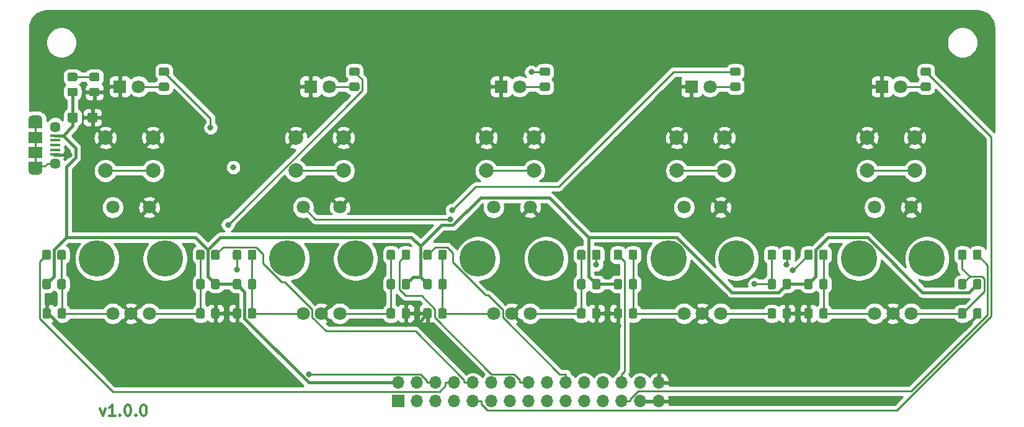
<source format=gbr>
%TF.GenerationSoftware,KiCad,Pcbnew,(5.1.6)-1*%
%TF.CreationDate,2020-10-09T15:00:49-07:00*%
%TF.ProjectId,Autopilot panel,4175746f-7069-46c6-9f74-2070616e656c,rev?*%
%TF.SameCoordinates,Original*%
%TF.FileFunction,Copper,L1,Top*%
%TF.FilePolarity,Positive*%
%FSLAX46Y46*%
G04 Gerber Fmt 4.6, Leading zero omitted, Abs format (unit mm)*
G04 Created by KiCad (PCBNEW (5.1.6)-1) date 2020-10-09 15:00:49*
%MOMM*%
%LPD*%
G01*
G04 APERTURE LIST*
%TA.AperFunction,NonConductor*%
%ADD10C,0.300000*%
%TD*%
%TA.AperFunction,ComponentPad*%
%ADD11C,1.800000*%
%TD*%
%TA.AperFunction,ComponentPad*%
%ADD12C,4.950000*%
%TD*%
%TA.AperFunction,ComponentPad*%
%ADD13R,1.800000X1.800000*%
%TD*%
%TA.AperFunction,SMDPad,CuDef*%
%ADD14R,1.900000X1.500000*%
%TD*%
%TA.AperFunction,ComponentPad*%
%ADD15C,1.450000*%
%TD*%
%TA.AperFunction,SMDPad,CuDef*%
%ADD16R,1.350000X0.400000*%
%TD*%
%TA.AperFunction,ComponentPad*%
%ADD17O,1.900000X1.200000*%
%TD*%
%TA.AperFunction,SMDPad,CuDef*%
%ADD18R,1.900000X1.200000*%
%TD*%
%TA.AperFunction,ComponentPad*%
%ADD19R,1.700000X1.700000*%
%TD*%
%TA.AperFunction,ComponentPad*%
%ADD20O,1.700000X1.700000*%
%TD*%
%TA.AperFunction,ComponentPad*%
%ADD21C,2.000000*%
%TD*%
%TA.AperFunction,ViaPad*%
%ADD22C,0.800000*%
%TD*%
%TA.AperFunction,Conductor*%
%ADD23C,0.400000*%
%TD*%
%TA.AperFunction,Conductor*%
%ADD24C,0.250000*%
%TD*%
%TA.AperFunction,Conductor*%
%ADD25C,0.254000*%
%TD*%
G04 APERTURE END LIST*
D10*
X59285714Y-117978571D02*
X59642857Y-118978571D01*
X60000000Y-117978571D01*
X61357142Y-118978571D02*
X60500000Y-118978571D01*
X60928571Y-118978571D02*
X60928571Y-117478571D01*
X60785714Y-117692857D01*
X60642857Y-117835714D01*
X60500000Y-117907142D01*
X62000000Y-118835714D02*
X62071428Y-118907142D01*
X62000000Y-118978571D01*
X61928571Y-118907142D01*
X62000000Y-118835714D01*
X62000000Y-118978571D01*
X63000000Y-117478571D02*
X63142857Y-117478571D01*
X63285714Y-117550000D01*
X63357142Y-117621428D01*
X63428571Y-117764285D01*
X63500000Y-118050000D01*
X63500000Y-118407142D01*
X63428571Y-118692857D01*
X63357142Y-118835714D01*
X63285714Y-118907142D01*
X63142857Y-118978571D01*
X63000000Y-118978571D01*
X62857142Y-118907142D01*
X62785714Y-118835714D01*
X62714285Y-118692857D01*
X62642857Y-118407142D01*
X62642857Y-118050000D01*
X62714285Y-117764285D01*
X62785714Y-117621428D01*
X62857142Y-117550000D01*
X63000000Y-117478571D01*
X64142857Y-118835714D02*
X64214285Y-118907142D01*
X64142857Y-118978571D01*
X64071428Y-118907142D01*
X64142857Y-118835714D01*
X64142857Y-118978571D01*
X65142857Y-117478571D02*
X65285714Y-117478571D01*
X65428571Y-117550000D01*
X65500000Y-117621428D01*
X65571428Y-117764285D01*
X65642857Y-118050000D01*
X65642857Y-118407142D01*
X65571428Y-118692857D01*
X65500000Y-118835714D01*
X65428571Y-118907142D01*
X65285714Y-118978571D01*
X65142857Y-118978571D01*
X65000000Y-118907142D01*
X64928571Y-118835714D01*
X64857142Y-118692857D01*
X64785714Y-118407142D01*
X64785714Y-118050000D01*
X64857142Y-117764285D01*
X64928571Y-117621428D01*
X65000000Y-117550000D01*
X65142857Y-117478571D01*
D11*
%TO.P,J6,A1*%
%TO.N,/sheet5F811AC6/A1*%
X139000000Y-105000000D03*
%TO.P,J6,B1*%
%TO.N,/sheet5F811AC6/B1*%
X144000000Y-105000000D03*
%TO.P,J6,C1*%
%TO.N,GND*%
X141500000Y-105000000D03*
%TO.P,J6,D1*%
%TO.N,ENC4_SW*%
X139000000Y-90500000D03*
%TO.P,J6,E1*%
%TO.N,GND*%
X144000000Y-90500000D03*
D12*
%TO.P,J6,MH1*%
%TO.N,Net-(J6-PadMH1)*%
X136850000Y-97500000D03*
%TO.P,J6,MH2*%
%TO.N,Net-(J6-PadMH2)*%
X146150000Y-97500000D03*
%TD*%
%TO.P,C1,1*%
%TO.N,+5V*%
%TA.AperFunction,SMDPad,CuDef*%
G36*
G01*
X54846000Y-78657001D02*
X54846000Y-77806999D01*
G75*
G02*
X55095999Y-77557000I249999J0D01*
G01*
X55996001Y-77557000D01*
G75*
G02*
X56246000Y-77806999I0J-249999D01*
G01*
X56246000Y-78657001D01*
G75*
G02*
X55996001Y-78907000I-249999J0D01*
G01*
X55095999Y-78907000D01*
G75*
G02*
X54846000Y-78657001I0J249999D01*
G01*
G37*
%TD.AperFunction*%
%TO.P,C1,2*%
%TO.N,GND*%
%TA.AperFunction,SMDPad,CuDef*%
G36*
G01*
X57546000Y-78657001D02*
X57546000Y-77806999D01*
G75*
G02*
X57795999Y-77557000I249999J0D01*
G01*
X58696001Y-77557000D01*
G75*
G02*
X58946000Y-77806999I0J-249999D01*
G01*
X58946000Y-78657001D01*
G75*
G02*
X58696001Y-78907000I-249999J0D01*
G01*
X57795999Y-78907000D01*
G75*
G02*
X57546000Y-78657001I0J249999D01*
G01*
G37*
%TD.AperFunction*%
%TD*%
%TO.P,C2,2*%
%TO.N,/Sheet5F80EAAA/A1*%
%TA.AperFunction,SMDPad,CuDef*%
G36*
G01*
X53475000Y-105450001D02*
X53475000Y-104549999D01*
G75*
G02*
X53724999Y-104300000I249999J0D01*
G01*
X54375001Y-104300000D01*
G75*
G02*
X54625000Y-104549999I0J-249999D01*
G01*
X54625000Y-105450001D01*
G75*
G02*
X54375001Y-105700000I-249999J0D01*
G01*
X53724999Y-105700000D01*
G75*
G02*
X53475000Y-105450001I0J249999D01*
G01*
G37*
%TD.AperFunction*%
%TO.P,C2,1*%
%TO.N,GND*%
%TA.AperFunction,SMDPad,CuDef*%
G36*
G01*
X51425000Y-105450001D02*
X51425000Y-104549999D01*
G75*
G02*
X51674999Y-104300000I249999J0D01*
G01*
X52325001Y-104300000D01*
G75*
G02*
X52575000Y-104549999I0J-249999D01*
G01*
X52575000Y-105450001D01*
G75*
G02*
X52325001Y-105700000I-249999J0D01*
G01*
X51674999Y-105700000D01*
G75*
G02*
X51425000Y-105450001I0J249999D01*
G01*
G37*
%TD.AperFunction*%
%TD*%
%TO.P,C3,1*%
%TO.N,GND*%
%TA.AperFunction,SMDPad,CuDef*%
G36*
G01*
X75600000Y-104549999D02*
X75600000Y-105450001D01*
G75*
G02*
X75350001Y-105700000I-249999J0D01*
G01*
X74699999Y-105700000D01*
G75*
G02*
X74450000Y-105450001I0J249999D01*
G01*
X74450000Y-104549999D01*
G75*
G02*
X74699999Y-104300000I249999J0D01*
G01*
X75350001Y-104300000D01*
G75*
G02*
X75600000Y-104549999I0J-249999D01*
G01*
G37*
%TD.AperFunction*%
%TO.P,C3,2*%
%TO.N,/Sheet5F80EAAA/B1*%
%TA.AperFunction,SMDPad,CuDef*%
G36*
G01*
X73550000Y-104549999D02*
X73550000Y-105450001D01*
G75*
G02*
X73300001Y-105700000I-249999J0D01*
G01*
X72649999Y-105700000D01*
G75*
G02*
X72400000Y-105450001I0J249999D01*
G01*
X72400000Y-104549999D01*
G75*
G02*
X72649999Y-104300000I249999J0D01*
G01*
X73300001Y-104300000D01*
G75*
G02*
X73550000Y-104549999I0J-249999D01*
G01*
G37*
%TD.AperFunction*%
%TD*%
%TO.P,C4,1*%
%TO.N,GND*%
%TA.AperFunction,SMDPad,CuDef*%
G36*
G01*
X77400000Y-105450001D02*
X77400000Y-104549999D01*
G75*
G02*
X77649999Y-104300000I249999J0D01*
G01*
X78300001Y-104300000D01*
G75*
G02*
X78550000Y-104549999I0J-249999D01*
G01*
X78550000Y-105450001D01*
G75*
G02*
X78300001Y-105700000I-249999J0D01*
G01*
X77649999Y-105700000D01*
G75*
G02*
X77400000Y-105450001I0J249999D01*
G01*
G37*
%TD.AperFunction*%
%TO.P,C4,2*%
%TO.N,/sheet5F811880/A1*%
%TA.AperFunction,SMDPad,CuDef*%
G36*
G01*
X79450000Y-105450001D02*
X79450000Y-104549999D01*
G75*
G02*
X79699999Y-104300000I249999J0D01*
G01*
X80350001Y-104300000D01*
G75*
G02*
X80600000Y-104549999I0J-249999D01*
G01*
X80600000Y-105450001D01*
G75*
G02*
X80350001Y-105700000I-249999J0D01*
G01*
X79699999Y-105700000D01*
G75*
G02*
X79450000Y-105450001I0J249999D01*
G01*
G37*
%TD.AperFunction*%
%TD*%
%TO.P,C5,2*%
%TO.N,/sheet5F811880/B1*%
%TA.AperFunction,SMDPad,CuDef*%
G36*
G01*
X99550000Y-104549999D02*
X99550000Y-105450001D01*
G75*
G02*
X99300001Y-105700000I-249999J0D01*
G01*
X98649999Y-105700000D01*
G75*
G02*
X98400000Y-105450001I0J249999D01*
G01*
X98400000Y-104549999D01*
G75*
G02*
X98649999Y-104300000I249999J0D01*
G01*
X99300001Y-104300000D01*
G75*
G02*
X99550000Y-104549999I0J-249999D01*
G01*
G37*
%TD.AperFunction*%
%TO.P,C5,1*%
%TO.N,GND*%
%TA.AperFunction,SMDPad,CuDef*%
G36*
G01*
X101600000Y-104549999D02*
X101600000Y-105450001D01*
G75*
G02*
X101350001Y-105700000I-249999J0D01*
G01*
X100699999Y-105700000D01*
G75*
G02*
X100450000Y-105450001I0J249999D01*
G01*
X100450000Y-104549999D01*
G75*
G02*
X100699999Y-104300000I249999J0D01*
G01*
X101350001Y-104300000D01*
G75*
G02*
X101600000Y-104549999I0J-249999D01*
G01*
G37*
%TD.AperFunction*%
%TD*%
%TO.P,C6,1*%
%TO.N,GND*%
%TA.AperFunction,SMDPad,CuDef*%
G36*
G01*
X103400000Y-105450001D02*
X103400000Y-104549999D01*
G75*
G02*
X103649999Y-104300000I249999J0D01*
G01*
X104300001Y-104300000D01*
G75*
G02*
X104550000Y-104549999I0J-249999D01*
G01*
X104550000Y-105450001D01*
G75*
G02*
X104300001Y-105700000I-249999J0D01*
G01*
X103649999Y-105700000D01*
G75*
G02*
X103400000Y-105450001I0J249999D01*
G01*
G37*
%TD.AperFunction*%
%TO.P,C6,2*%
%TO.N,/sheet5F81197D/A1*%
%TA.AperFunction,SMDPad,CuDef*%
G36*
G01*
X105450000Y-105450001D02*
X105450000Y-104549999D01*
G75*
G02*
X105699999Y-104300000I249999J0D01*
G01*
X106350001Y-104300000D01*
G75*
G02*
X106600000Y-104549999I0J-249999D01*
G01*
X106600000Y-105450001D01*
G75*
G02*
X106350001Y-105700000I-249999J0D01*
G01*
X105699999Y-105700000D01*
G75*
G02*
X105450000Y-105450001I0J249999D01*
G01*
G37*
%TD.AperFunction*%
%TD*%
%TO.P,C7,2*%
%TO.N,/sheet5F81197D/B1*%
%TA.AperFunction,SMDPad,CuDef*%
G36*
G01*
X125550000Y-104549999D02*
X125550000Y-105450001D01*
G75*
G02*
X125300001Y-105700000I-249999J0D01*
G01*
X124649999Y-105700000D01*
G75*
G02*
X124400000Y-105450001I0J249999D01*
G01*
X124400000Y-104549999D01*
G75*
G02*
X124649999Y-104300000I249999J0D01*
G01*
X125300001Y-104300000D01*
G75*
G02*
X125550000Y-104549999I0J-249999D01*
G01*
G37*
%TD.AperFunction*%
%TO.P,C7,1*%
%TO.N,GND*%
%TA.AperFunction,SMDPad,CuDef*%
G36*
G01*
X127600000Y-104549999D02*
X127600000Y-105450001D01*
G75*
G02*
X127350001Y-105700000I-249999J0D01*
G01*
X126699999Y-105700000D01*
G75*
G02*
X126450000Y-105450001I0J249999D01*
G01*
X126450000Y-104549999D01*
G75*
G02*
X126699999Y-104300000I249999J0D01*
G01*
X127350001Y-104300000D01*
G75*
G02*
X127600000Y-104549999I0J-249999D01*
G01*
G37*
%TD.AperFunction*%
%TD*%
%TO.P,C8,2*%
%TO.N,/sheet5F811AC6/A1*%
%TA.AperFunction,SMDPad,CuDef*%
G36*
G01*
X131450000Y-105450001D02*
X131450000Y-104549999D01*
G75*
G02*
X131699999Y-104300000I249999J0D01*
G01*
X132350001Y-104300000D01*
G75*
G02*
X132600000Y-104549999I0J-249999D01*
G01*
X132600000Y-105450001D01*
G75*
G02*
X132350001Y-105700000I-249999J0D01*
G01*
X131699999Y-105700000D01*
G75*
G02*
X131450000Y-105450001I0J249999D01*
G01*
G37*
%TD.AperFunction*%
%TO.P,C8,1*%
%TO.N,GND*%
%TA.AperFunction,SMDPad,CuDef*%
G36*
G01*
X129400000Y-105450001D02*
X129400000Y-104549999D01*
G75*
G02*
X129649999Y-104300000I249999J0D01*
G01*
X130300001Y-104300000D01*
G75*
G02*
X130550000Y-104549999I0J-249999D01*
G01*
X130550000Y-105450001D01*
G75*
G02*
X130300001Y-105700000I-249999J0D01*
G01*
X129649999Y-105700000D01*
G75*
G02*
X129400000Y-105450001I0J249999D01*
G01*
G37*
%TD.AperFunction*%
%TD*%
%TO.P,C9,1*%
%TO.N,GND*%
%TA.AperFunction,SMDPad,CuDef*%
G36*
G01*
X153600000Y-104549999D02*
X153600000Y-105450001D01*
G75*
G02*
X153350001Y-105700000I-249999J0D01*
G01*
X152699999Y-105700000D01*
G75*
G02*
X152450000Y-105450001I0J249999D01*
G01*
X152450000Y-104549999D01*
G75*
G02*
X152699999Y-104300000I249999J0D01*
G01*
X153350001Y-104300000D01*
G75*
G02*
X153600000Y-104549999I0J-249999D01*
G01*
G37*
%TD.AperFunction*%
%TO.P,C9,2*%
%TO.N,/sheet5F811AC6/B1*%
%TA.AperFunction,SMDPad,CuDef*%
G36*
G01*
X151550000Y-104549999D02*
X151550000Y-105450001D01*
G75*
G02*
X151300001Y-105700000I-249999J0D01*
G01*
X150649999Y-105700000D01*
G75*
G02*
X150400000Y-105450001I0J249999D01*
G01*
X150400000Y-104549999D01*
G75*
G02*
X150649999Y-104300000I249999J0D01*
G01*
X151300001Y-104300000D01*
G75*
G02*
X151550000Y-104549999I0J-249999D01*
G01*
G37*
%TD.AperFunction*%
%TD*%
%TO.P,C10,1*%
%TO.N,GND*%
%TA.AperFunction,SMDPad,CuDef*%
G36*
G01*
X155400000Y-105450001D02*
X155400000Y-104549999D01*
G75*
G02*
X155649999Y-104300000I249999J0D01*
G01*
X156300001Y-104300000D01*
G75*
G02*
X156550000Y-104549999I0J-249999D01*
G01*
X156550000Y-105450001D01*
G75*
G02*
X156300001Y-105700000I-249999J0D01*
G01*
X155649999Y-105700000D01*
G75*
G02*
X155400000Y-105450001I0J249999D01*
G01*
G37*
%TD.AperFunction*%
%TO.P,C10,2*%
%TO.N,/sheet5F811C1F/A1*%
%TA.AperFunction,SMDPad,CuDef*%
G36*
G01*
X157450000Y-105450001D02*
X157450000Y-104549999D01*
G75*
G02*
X157699999Y-104300000I249999J0D01*
G01*
X158350001Y-104300000D01*
G75*
G02*
X158600000Y-104549999I0J-249999D01*
G01*
X158600000Y-105450001D01*
G75*
G02*
X158350001Y-105700000I-249999J0D01*
G01*
X157699999Y-105700000D01*
G75*
G02*
X157450000Y-105450001I0J249999D01*
G01*
G37*
%TD.AperFunction*%
%TD*%
%TO.P,C11,2*%
%TO.N,/sheet5F811C1F/B1*%
%TA.AperFunction,SMDPad,CuDef*%
G36*
G01*
X177550000Y-104549999D02*
X177550000Y-105450001D01*
G75*
G02*
X177300001Y-105700000I-249999J0D01*
G01*
X176649999Y-105700000D01*
G75*
G02*
X176400000Y-105450001I0J249999D01*
G01*
X176400000Y-104549999D01*
G75*
G02*
X176649999Y-104300000I249999J0D01*
G01*
X177300001Y-104300000D01*
G75*
G02*
X177550000Y-104549999I0J-249999D01*
G01*
G37*
%TD.AperFunction*%
%TO.P,C11,1*%
%TO.N,GND*%
%TA.AperFunction,SMDPad,CuDef*%
G36*
G01*
X179600000Y-104549999D02*
X179600000Y-105450001D01*
G75*
G02*
X179350001Y-105700000I-249999J0D01*
G01*
X178699999Y-105700000D01*
G75*
G02*
X178450000Y-105450001I0J249999D01*
G01*
X178450000Y-104549999D01*
G75*
G02*
X178699999Y-104300000I249999J0D01*
G01*
X179350001Y-104300000D01*
G75*
G02*
X179600000Y-104549999I0J-249999D01*
G01*
G37*
%TD.AperFunction*%
%TD*%
D13*
%TO.P,D1,1*%
%TO.N,GND*%
X62000000Y-74000000D03*
D11*
%TO.P,D1,2*%
%TO.N,Net-(D1-Pad2)*%
X64540000Y-74000000D03*
%TD*%
%TO.P,D2,2*%
%TO.N,Net-(D2-Pad2)*%
X90540000Y-74000000D03*
D13*
%TO.P,D2,1*%
%TO.N,GND*%
X88000000Y-74000000D03*
%TD*%
%TO.P,D3,1*%
%TO.N,GND*%
X114000000Y-74000000D03*
D11*
%TO.P,D3,2*%
%TO.N,Net-(D3-Pad2)*%
X116540000Y-74000000D03*
%TD*%
%TO.P,D4,2*%
%TO.N,Net-(D4-Pad2)*%
X142540000Y-74000000D03*
D13*
%TO.P,D4,1*%
%TO.N,GND*%
X140000000Y-74000000D03*
%TD*%
%TO.P,D5,1*%
%TO.N,GND*%
X166000000Y-74000000D03*
D11*
%TO.P,D5,2*%
%TO.N,Net-(D5-Pad2)*%
X168540000Y-74000000D03*
%TD*%
D14*
%TO.P,J1,6*%
%TO.N,Net-(J1-Pad6)*%
X50462500Y-83000000D03*
D15*
X53162500Y-79500000D03*
D16*
%TO.P,J1,2*%
%TO.N,Net-(J1-Pad2)*%
X53162500Y-81350000D03*
%TO.P,J1,1*%
%TO.N,+5V*%
X53162500Y-80700000D03*
%TO.P,J1,5*%
%TO.N,GND*%
X53162500Y-83300000D03*
%TO.P,J1,4*%
%TO.N,Net-(J1-Pad4)*%
X53162500Y-82650000D03*
%TO.P,J1,3*%
%TO.N,Net-(J1-Pad3)*%
X53162500Y-82000000D03*
D15*
%TO.P,J1,6*%
%TO.N,Net-(J1-Pad6)*%
X53162500Y-84500000D03*
D14*
X50462500Y-81000000D03*
D17*
X50462500Y-78500000D03*
X50462500Y-85500000D03*
D18*
X50462500Y-84900000D03*
X50462500Y-79100000D03*
%TD*%
D19*
%TO.P,J2,1*%
%TO.N,LED1*%
X100000000Y-117000000D03*
D20*
%TO.P,J2,2*%
%TO.N,+5V*%
X100000000Y-114460000D03*
%TO.P,J2,3*%
%TO.N,LED2*%
X102540000Y-117000000D03*
%TO.P,J2,4*%
%TO.N,GND*%
X102540000Y-114460000D03*
%TO.P,J2,5*%
%TO.N,LED3*%
X105080000Y-117000000D03*
%TO.P,J2,6*%
%TO.N,ENC1_SW*%
X105080000Y-114460000D03*
%TO.P,J2,7*%
%TO.N,LED4*%
X107620000Y-117000000D03*
%TO.P,J2,8*%
%TO.N,ENC1_LEFT*%
X107620000Y-114460000D03*
%TO.P,J2,9*%
%TO.N,LED5*%
X110160000Y-117000000D03*
%TO.P,J2,10*%
%TO.N,ENC1_RIGHT*%
X110160000Y-114460000D03*
%TO.P,J2,11*%
%TO.N,SW1*%
X112700000Y-117000000D03*
%TO.P,J2,12*%
%TO.N,ENC2_SW*%
X112700000Y-114460000D03*
%TO.P,J2,13*%
%TO.N,SW2*%
X115240000Y-117000000D03*
%TO.P,J2,14*%
%TO.N,ENC2_LEFT*%
X115240000Y-114460000D03*
%TO.P,J2,15*%
%TO.N,SW3*%
X117780000Y-117000000D03*
%TO.P,J2,16*%
%TO.N,ENC2_RIGHT*%
X117780000Y-114460000D03*
%TO.P,J2,17*%
%TO.N,SW4*%
X120320000Y-117000000D03*
%TO.P,J2,18*%
%TO.N,ENC3_SW*%
X120320000Y-114460000D03*
%TO.P,J2,19*%
%TO.N,SW5*%
X122860000Y-117000000D03*
%TO.P,J2,20*%
%TO.N,ENC3_LEFT*%
X122860000Y-114460000D03*
%TO.P,J2,21*%
%TO.N,ENC5_SW*%
X125400000Y-117000000D03*
%TO.P,J2,22*%
%TO.N,ENC3_RIGHT*%
X125400000Y-114460000D03*
%TO.P,J2,23*%
%TO.N,ENC5_LEFT*%
X127940000Y-117000000D03*
%TO.P,J2,24*%
%TO.N,ENC4_SW*%
X127940000Y-114460000D03*
%TO.P,J2,25*%
%TO.N,ENC5_RIGHT*%
X130480000Y-117000000D03*
%TO.P,J2,26*%
%TO.N,ENC4_LEFT*%
X130480000Y-114460000D03*
%TO.P,J2,27*%
%TO.N,GND*%
X133020000Y-117000000D03*
%TO.P,J2,28*%
%TO.N,ENC4_RIGHT*%
X133020000Y-114460000D03*
%TO.P,J2,29*%
%TO.N,GND*%
X135560000Y-117000000D03*
%TO.P,J2,30*%
X135560000Y-114460000D03*
%TD*%
D11*
%TO.P,J3,A1*%
%TO.N,/Sheet5F80EAAA/A1*%
X61000000Y-105000000D03*
%TO.P,J3,B1*%
%TO.N,/Sheet5F80EAAA/B1*%
X66000000Y-105000000D03*
%TO.P,J3,C1*%
%TO.N,GND*%
X63500000Y-105000000D03*
%TO.P,J3,D1*%
%TO.N,ENC1_SW*%
X61000000Y-90500000D03*
%TO.P,J3,E1*%
%TO.N,GND*%
X66000000Y-90500000D03*
D12*
%TO.P,J3,MH1*%
%TO.N,Net-(J3-PadMH1)*%
X58850000Y-97500000D03*
%TO.P,J3,MH2*%
%TO.N,Net-(J3-PadMH2)*%
X68150000Y-97500000D03*
%TD*%
D11*
%TO.P,J4,A1*%
%TO.N,/sheet5F811880/A1*%
X87000000Y-105000000D03*
%TO.P,J4,B1*%
%TO.N,/sheet5F811880/B1*%
X92000000Y-105000000D03*
%TO.P,J4,C1*%
%TO.N,GND*%
X89500000Y-105000000D03*
%TO.P,J4,D1*%
%TO.N,ENC2_SW*%
X87000000Y-90500000D03*
%TO.P,J4,E1*%
%TO.N,GND*%
X92000000Y-90500000D03*
D12*
%TO.P,J4,MH1*%
%TO.N,Net-(J4-PadMH1)*%
X84850000Y-97500000D03*
%TO.P,J4,MH2*%
%TO.N,Net-(J4-PadMH2)*%
X94150000Y-97500000D03*
%TD*%
%TO.P,J5,MH2*%
%TO.N,Net-(J5-PadMH2)*%
X120150000Y-97500000D03*
%TO.P,J5,MH1*%
%TO.N,Net-(J5-PadMH1)*%
X110850000Y-97500000D03*
D11*
%TO.P,J5,E1*%
%TO.N,GND*%
X118000000Y-90500000D03*
%TO.P,J5,D1*%
%TO.N,ENC3_SW*%
X113000000Y-90500000D03*
%TO.P,J5,C1*%
%TO.N,GND*%
X115500000Y-105000000D03*
%TO.P,J5,B1*%
%TO.N,/sheet5F81197D/B1*%
X118000000Y-105000000D03*
%TO.P,J5,A1*%
%TO.N,/sheet5F81197D/A1*%
X113000000Y-105000000D03*
%TD*%
D12*
%TO.P,J7,MH2*%
%TO.N,Net-(J7-PadMH2)*%
X172150000Y-97500000D03*
%TO.P,J7,MH1*%
%TO.N,Net-(J7-PadMH1)*%
X162850000Y-97500000D03*
D11*
%TO.P,J7,E1*%
%TO.N,GND*%
X170000000Y-90500000D03*
%TO.P,J7,D1*%
%TO.N,ENC5_SW*%
X165000000Y-90500000D03*
%TO.P,J7,C1*%
%TO.N,GND*%
X167500000Y-105000000D03*
%TO.P,J7,B1*%
%TO.N,/sheet5F811C1F/B1*%
X170000000Y-105000000D03*
%TO.P,J7,A1*%
%TO.N,/sheet5F811C1F/A1*%
X165000000Y-105000000D03*
%TD*%
%TO.P,R1,1*%
%TO.N,LED1*%
%TA.AperFunction,SMDPad,CuDef*%
G36*
G01*
X67549999Y-71400000D02*
X68450001Y-71400000D01*
G75*
G02*
X68700000Y-71649999I0J-249999D01*
G01*
X68700000Y-72300001D01*
G75*
G02*
X68450001Y-72550000I-249999J0D01*
G01*
X67549999Y-72550000D01*
G75*
G02*
X67300000Y-72300001I0J249999D01*
G01*
X67300000Y-71649999D01*
G75*
G02*
X67549999Y-71400000I249999J0D01*
G01*
G37*
%TD.AperFunction*%
%TO.P,R1,2*%
%TO.N,Net-(D1-Pad2)*%
%TA.AperFunction,SMDPad,CuDef*%
G36*
G01*
X67549999Y-73450000D02*
X68450001Y-73450000D01*
G75*
G02*
X68700000Y-73699999I0J-249999D01*
G01*
X68700000Y-74350001D01*
G75*
G02*
X68450001Y-74600000I-249999J0D01*
G01*
X67549999Y-74600000D01*
G75*
G02*
X67300000Y-74350001I0J249999D01*
G01*
X67300000Y-73699999D01*
G75*
G02*
X67549999Y-73450000I249999J0D01*
G01*
G37*
%TD.AperFunction*%
%TD*%
%TO.P,R2,2*%
%TO.N,Net-(D2-Pad2)*%
%TA.AperFunction,SMDPad,CuDef*%
G36*
G01*
X93549999Y-73450000D02*
X94450001Y-73450000D01*
G75*
G02*
X94700000Y-73699999I0J-249999D01*
G01*
X94700000Y-74350001D01*
G75*
G02*
X94450001Y-74600000I-249999J0D01*
G01*
X93549999Y-74600000D01*
G75*
G02*
X93300000Y-74350001I0J249999D01*
G01*
X93300000Y-73699999D01*
G75*
G02*
X93549999Y-73450000I249999J0D01*
G01*
G37*
%TD.AperFunction*%
%TO.P,R2,1*%
%TO.N,LED2*%
%TA.AperFunction,SMDPad,CuDef*%
G36*
G01*
X93549999Y-71400000D02*
X94450001Y-71400000D01*
G75*
G02*
X94700000Y-71649999I0J-249999D01*
G01*
X94700000Y-72300001D01*
G75*
G02*
X94450001Y-72550000I-249999J0D01*
G01*
X93549999Y-72550000D01*
G75*
G02*
X93300000Y-72300001I0J249999D01*
G01*
X93300000Y-71649999D01*
G75*
G02*
X93549999Y-71400000I249999J0D01*
G01*
G37*
%TD.AperFunction*%
%TD*%
%TO.P,R3,1*%
%TO.N,LED3*%
%TA.AperFunction,SMDPad,CuDef*%
G36*
G01*
X119549999Y-71400000D02*
X120450001Y-71400000D01*
G75*
G02*
X120700000Y-71649999I0J-249999D01*
G01*
X120700000Y-72300001D01*
G75*
G02*
X120450001Y-72550000I-249999J0D01*
G01*
X119549999Y-72550000D01*
G75*
G02*
X119300000Y-72300001I0J249999D01*
G01*
X119300000Y-71649999D01*
G75*
G02*
X119549999Y-71400000I249999J0D01*
G01*
G37*
%TD.AperFunction*%
%TO.P,R3,2*%
%TO.N,Net-(D3-Pad2)*%
%TA.AperFunction,SMDPad,CuDef*%
G36*
G01*
X119549999Y-73450000D02*
X120450001Y-73450000D01*
G75*
G02*
X120700000Y-73699999I0J-249999D01*
G01*
X120700000Y-74350001D01*
G75*
G02*
X120450001Y-74600000I-249999J0D01*
G01*
X119549999Y-74600000D01*
G75*
G02*
X119300000Y-74350001I0J249999D01*
G01*
X119300000Y-73699999D01*
G75*
G02*
X119549999Y-73450000I249999J0D01*
G01*
G37*
%TD.AperFunction*%
%TD*%
%TO.P,R4,2*%
%TO.N,Net-(D4-Pad2)*%
%TA.AperFunction,SMDPad,CuDef*%
G36*
G01*
X145549999Y-73450000D02*
X146450001Y-73450000D01*
G75*
G02*
X146700000Y-73699999I0J-249999D01*
G01*
X146700000Y-74350001D01*
G75*
G02*
X146450001Y-74600000I-249999J0D01*
G01*
X145549999Y-74600000D01*
G75*
G02*
X145300000Y-74350001I0J249999D01*
G01*
X145300000Y-73699999D01*
G75*
G02*
X145549999Y-73450000I249999J0D01*
G01*
G37*
%TD.AperFunction*%
%TO.P,R4,1*%
%TO.N,LED4*%
%TA.AperFunction,SMDPad,CuDef*%
G36*
G01*
X145549999Y-71400000D02*
X146450001Y-71400000D01*
G75*
G02*
X146700000Y-71649999I0J-249999D01*
G01*
X146700000Y-72300001D01*
G75*
G02*
X146450001Y-72550000I-249999J0D01*
G01*
X145549999Y-72550000D01*
G75*
G02*
X145300000Y-72300001I0J249999D01*
G01*
X145300000Y-71649999D01*
G75*
G02*
X145549999Y-71400000I249999J0D01*
G01*
G37*
%TD.AperFunction*%
%TD*%
%TO.P,R5,1*%
%TO.N,LED5*%
%TA.AperFunction,SMDPad,CuDef*%
G36*
G01*
X171549999Y-71400000D02*
X172450001Y-71400000D01*
G75*
G02*
X172700000Y-71649999I0J-249999D01*
G01*
X172700000Y-72300001D01*
G75*
G02*
X172450001Y-72550000I-249999J0D01*
G01*
X171549999Y-72550000D01*
G75*
G02*
X171300000Y-72300001I0J249999D01*
G01*
X171300000Y-71649999D01*
G75*
G02*
X171549999Y-71400000I249999J0D01*
G01*
G37*
%TD.AperFunction*%
%TO.P,R5,2*%
%TO.N,Net-(D5-Pad2)*%
%TA.AperFunction,SMDPad,CuDef*%
G36*
G01*
X171549999Y-73450000D02*
X172450001Y-73450000D01*
G75*
G02*
X172700000Y-73699999I0J-249999D01*
G01*
X172700000Y-74350001D01*
G75*
G02*
X172450001Y-74600000I-249999J0D01*
G01*
X171549999Y-74600000D01*
G75*
G02*
X171300000Y-74350001I0J249999D01*
G01*
X171300000Y-73699999D01*
G75*
G02*
X171549999Y-73450000I249999J0D01*
G01*
G37*
%TD.AperFunction*%
%TD*%
%TO.P,R6,2*%
%TO.N,/Sheet5F80EAAA/A1*%
%TA.AperFunction,SMDPad,CuDef*%
G36*
G01*
X53450000Y-101450001D02*
X53450000Y-100549999D01*
G75*
G02*
X53699999Y-100300000I249999J0D01*
G01*
X54350001Y-100300000D01*
G75*
G02*
X54600000Y-100549999I0J-249999D01*
G01*
X54600000Y-101450001D01*
G75*
G02*
X54350001Y-101700000I-249999J0D01*
G01*
X53699999Y-101700000D01*
G75*
G02*
X53450000Y-101450001I0J249999D01*
G01*
G37*
%TD.AperFunction*%
%TO.P,R6,1*%
%TO.N,+5V*%
%TA.AperFunction,SMDPad,CuDef*%
G36*
G01*
X51400000Y-101450001D02*
X51400000Y-100549999D01*
G75*
G02*
X51649999Y-100300000I249999J0D01*
G01*
X52300001Y-100300000D01*
G75*
G02*
X52550000Y-100549999I0J-249999D01*
G01*
X52550000Y-101450001D01*
G75*
G02*
X52300001Y-101700000I-249999J0D01*
G01*
X51649999Y-101700000D01*
G75*
G02*
X51400000Y-101450001I0J249999D01*
G01*
G37*
%TD.AperFunction*%
%TD*%
%TO.P,R7,1*%
%TO.N,+5V*%
%TA.AperFunction,SMDPad,CuDef*%
G36*
G01*
X75600000Y-100549999D02*
X75600000Y-101450001D01*
G75*
G02*
X75350001Y-101700000I-249999J0D01*
G01*
X74699999Y-101700000D01*
G75*
G02*
X74450000Y-101450001I0J249999D01*
G01*
X74450000Y-100549999D01*
G75*
G02*
X74699999Y-100300000I249999J0D01*
G01*
X75350001Y-100300000D01*
G75*
G02*
X75600000Y-100549999I0J-249999D01*
G01*
G37*
%TD.AperFunction*%
%TO.P,R7,2*%
%TO.N,/Sheet5F80EAAA/B1*%
%TA.AperFunction,SMDPad,CuDef*%
G36*
G01*
X73550000Y-100549999D02*
X73550000Y-101450001D01*
G75*
G02*
X73300001Y-101700000I-249999J0D01*
G01*
X72649999Y-101700000D01*
G75*
G02*
X72400000Y-101450001I0J249999D01*
G01*
X72400000Y-100549999D01*
G75*
G02*
X72649999Y-100300000I249999J0D01*
G01*
X73300001Y-100300000D01*
G75*
G02*
X73550000Y-100549999I0J-249999D01*
G01*
G37*
%TD.AperFunction*%
%TD*%
%TO.P,R8,1*%
%TO.N,ENC1_LEFT*%
%TA.AperFunction,SMDPad,CuDef*%
G36*
G01*
X51400000Y-97450001D02*
X51400000Y-96549999D01*
G75*
G02*
X51649999Y-96300000I249999J0D01*
G01*
X52300001Y-96300000D01*
G75*
G02*
X52550000Y-96549999I0J-249999D01*
G01*
X52550000Y-97450001D01*
G75*
G02*
X52300001Y-97700000I-249999J0D01*
G01*
X51649999Y-97700000D01*
G75*
G02*
X51400000Y-97450001I0J249999D01*
G01*
G37*
%TD.AperFunction*%
%TO.P,R8,2*%
%TO.N,/Sheet5F80EAAA/A1*%
%TA.AperFunction,SMDPad,CuDef*%
G36*
G01*
X53450000Y-97450001D02*
X53450000Y-96549999D01*
G75*
G02*
X53699999Y-96300000I249999J0D01*
G01*
X54350001Y-96300000D01*
G75*
G02*
X54600000Y-96549999I0J-249999D01*
G01*
X54600000Y-97450001D01*
G75*
G02*
X54350001Y-97700000I-249999J0D01*
G01*
X53699999Y-97700000D01*
G75*
G02*
X53450000Y-97450001I0J249999D01*
G01*
G37*
%TD.AperFunction*%
%TD*%
%TO.P,R9,2*%
%TO.N,/Sheet5F80EAAA/B1*%
%TA.AperFunction,SMDPad,CuDef*%
G36*
G01*
X73550000Y-96549999D02*
X73550000Y-97450001D01*
G75*
G02*
X73300001Y-97700000I-249999J0D01*
G01*
X72649999Y-97700000D01*
G75*
G02*
X72400000Y-97450001I0J249999D01*
G01*
X72400000Y-96549999D01*
G75*
G02*
X72649999Y-96300000I249999J0D01*
G01*
X73300001Y-96300000D01*
G75*
G02*
X73550000Y-96549999I0J-249999D01*
G01*
G37*
%TD.AperFunction*%
%TO.P,R9,1*%
%TO.N,ENC1_RIGHT*%
%TA.AperFunction,SMDPad,CuDef*%
G36*
G01*
X75600000Y-96549999D02*
X75600000Y-97450001D01*
G75*
G02*
X75350001Y-97700000I-249999J0D01*
G01*
X74699999Y-97700000D01*
G75*
G02*
X74450000Y-97450001I0J249999D01*
G01*
X74450000Y-96549999D01*
G75*
G02*
X74699999Y-96300000I249999J0D01*
G01*
X75350001Y-96300000D01*
G75*
G02*
X75600000Y-96549999I0J-249999D01*
G01*
G37*
%TD.AperFunction*%
%TD*%
%TO.P,R10,2*%
%TO.N,/sheet5F811880/A1*%
%TA.AperFunction,SMDPad,CuDef*%
G36*
G01*
X79450000Y-101450001D02*
X79450000Y-100549999D01*
G75*
G02*
X79699999Y-100300000I249999J0D01*
G01*
X80350001Y-100300000D01*
G75*
G02*
X80600000Y-100549999I0J-249999D01*
G01*
X80600000Y-101450001D01*
G75*
G02*
X80350001Y-101700000I-249999J0D01*
G01*
X79699999Y-101700000D01*
G75*
G02*
X79450000Y-101450001I0J249999D01*
G01*
G37*
%TD.AperFunction*%
%TO.P,R10,1*%
%TO.N,+5V*%
%TA.AperFunction,SMDPad,CuDef*%
G36*
G01*
X77400000Y-101450001D02*
X77400000Y-100549999D01*
G75*
G02*
X77649999Y-100300000I249999J0D01*
G01*
X78300001Y-100300000D01*
G75*
G02*
X78550000Y-100549999I0J-249999D01*
G01*
X78550000Y-101450001D01*
G75*
G02*
X78300001Y-101700000I-249999J0D01*
G01*
X77649999Y-101700000D01*
G75*
G02*
X77400000Y-101450001I0J249999D01*
G01*
G37*
%TD.AperFunction*%
%TD*%
%TO.P,R11,2*%
%TO.N,/sheet5F811880/B1*%
%TA.AperFunction,SMDPad,CuDef*%
G36*
G01*
X99550000Y-100549999D02*
X99550000Y-101450001D01*
G75*
G02*
X99300001Y-101700000I-249999J0D01*
G01*
X98649999Y-101700000D01*
G75*
G02*
X98400000Y-101450001I0J249999D01*
G01*
X98400000Y-100549999D01*
G75*
G02*
X98649999Y-100300000I249999J0D01*
G01*
X99300001Y-100300000D01*
G75*
G02*
X99550000Y-100549999I0J-249999D01*
G01*
G37*
%TD.AperFunction*%
%TO.P,R11,1*%
%TO.N,+5V*%
%TA.AperFunction,SMDPad,CuDef*%
G36*
G01*
X101600000Y-100549999D02*
X101600000Y-101450001D01*
G75*
G02*
X101350001Y-101700000I-249999J0D01*
G01*
X100699999Y-101700000D01*
G75*
G02*
X100450000Y-101450001I0J249999D01*
G01*
X100450000Y-100549999D01*
G75*
G02*
X100699999Y-100300000I249999J0D01*
G01*
X101350001Y-100300000D01*
G75*
G02*
X101600000Y-100549999I0J-249999D01*
G01*
G37*
%TD.AperFunction*%
%TD*%
%TO.P,R12,2*%
%TO.N,/sheet5F811880/A1*%
%TA.AperFunction,SMDPad,CuDef*%
G36*
G01*
X79450000Y-97450001D02*
X79450000Y-96549999D01*
G75*
G02*
X79699999Y-96300000I249999J0D01*
G01*
X80350001Y-96300000D01*
G75*
G02*
X80600000Y-96549999I0J-249999D01*
G01*
X80600000Y-97450001D01*
G75*
G02*
X80350001Y-97700000I-249999J0D01*
G01*
X79699999Y-97700000D01*
G75*
G02*
X79450000Y-97450001I0J249999D01*
G01*
G37*
%TD.AperFunction*%
%TO.P,R12,1*%
%TO.N,ENC2_LEFT*%
%TA.AperFunction,SMDPad,CuDef*%
G36*
G01*
X77400000Y-97450001D02*
X77400000Y-96549999D01*
G75*
G02*
X77649999Y-96300000I249999J0D01*
G01*
X78300001Y-96300000D01*
G75*
G02*
X78550000Y-96549999I0J-249999D01*
G01*
X78550000Y-97450001D01*
G75*
G02*
X78300001Y-97700000I-249999J0D01*
G01*
X77649999Y-97700000D01*
G75*
G02*
X77400000Y-97450001I0J249999D01*
G01*
G37*
%TD.AperFunction*%
%TD*%
%TO.P,R13,1*%
%TO.N,ENC2_RIGHT*%
%TA.AperFunction,SMDPad,CuDef*%
G36*
G01*
X101600000Y-96549999D02*
X101600000Y-97450001D01*
G75*
G02*
X101350001Y-97700000I-249999J0D01*
G01*
X100699999Y-97700000D01*
G75*
G02*
X100450000Y-97450001I0J249999D01*
G01*
X100450000Y-96549999D01*
G75*
G02*
X100699999Y-96300000I249999J0D01*
G01*
X101350001Y-96300000D01*
G75*
G02*
X101600000Y-96549999I0J-249999D01*
G01*
G37*
%TD.AperFunction*%
%TO.P,R13,2*%
%TO.N,/sheet5F811880/B1*%
%TA.AperFunction,SMDPad,CuDef*%
G36*
G01*
X99550000Y-96549999D02*
X99550000Y-97450001D01*
G75*
G02*
X99300001Y-97700000I-249999J0D01*
G01*
X98649999Y-97700000D01*
G75*
G02*
X98400000Y-97450001I0J249999D01*
G01*
X98400000Y-96549999D01*
G75*
G02*
X98649999Y-96300000I249999J0D01*
G01*
X99300001Y-96300000D01*
G75*
G02*
X99550000Y-96549999I0J-249999D01*
G01*
G37*
%TD.AperFunction*%
%TD*%
%TO.P,R14,1*%
%TO.N,+5V*%
%TA.AperFunction,SMDPad,CuDef*%
G36*
G01*
X103400000Y-101450001D02*
X103400000Y-100549999D01*
G75*
G02*
X103649999Y-100300000I249999J0D01*
G01*
X104300001Y-100300000D01*
G75*
G02*
X104550000Y-100549999I0J-249999D01*
G01*
X104550000Y-101450001D01*
G75*
G02*
X104300001Y-101700000I-249999J0D01*
G01*
X103649999Y-101700000D01*
G75*
G02*
X103400000Y-101450001I0J249999D01*
G01*
G37*
%TD.AperFunction*%
%TO.P,R14,2*%
%TO.N,/sheet5F81197D/A1*%
%TA.AperFunction,SMDPad,CuDef*%
G36*
G01*
X105450000Y-101450001D02*
X105450000Y-100549999D01*
G75*
G02*
X105699999Y-100300000I249999J0D01*
G01*
X106350001Y-100300000D01*
G75*
G02*
X106600000Y-100549999I0J-249999D01*
G01*
X106600000Y-101450001D01*
G75*
G02*
X106350001Y-101700000I-249999J0D01*
G01*
X105699999Y-101700000D01*
G75*
G02*
X105450000Y-101450001I0J249999D01*
G01*
G37*
%TD.AperFunction*%
%TD*%
%TO.P,R15,2*%
%TO.N,/sheet5F81197D/B1*%
%TA.AperFunction,SMDPad,CuDef*%
G36*
G01*
X125550000Y-100549999D02*
X125550000Y-101450001D01*
G75*
G02*
X125300001Y-101700000I-249999J0D01*
G01*
X124649999Y-101700000D01*
G75*
G02*
X124400000Y-101450001I0J249999D01*
G01*
X124400000Y-100549999D01*
G75*
G02*
X124649999Y-100300000I249999J0D01*
G01*
X125300001Y-100300000D01*
G75*
G02*
X125550000Y-100549999I0J-249999D01*
G01*
G37*
%TD.AperFunction*%
%TO.P,R15,1*%
%TO.N,+5V*%
%TA.AperFunction,SMDPad,CuDef*%
G36*
G01*
X127600000Y-100549999D02*
X127600000Y-101450001D01*
G75*
G02*
X127350001Y-101700000I-249999J0D01*
G01*
X126699999Y-101700000D01*
G75*
G02*
X126450000Y-101450001I0J249999D01*
G01*
X126450000Y-100549999D01*
G75*
G02*
X126699999Y-100300000I249999J0D01*
G01*
X127350001Y-100300000D01*
G75*
G02*
X127600000Y-100549999I0J-249999D01*
G01*
G37*
%TD.AperFunction*%
%TD*%
%TO.P,R16,1*%
%TO.N,ENC3_LEFT*%
%TA.AperFunction,SMDPad,CuDef*%
G36*
G01*
X103400000Y-97450001D02*
X103400000Y-96549999D01*
G75*
G02*
X103649999Y-96300000I249999J0D01*
G01*
X104300001Y-96300000D01*
G75*
G02*
X104550000Y-96549999I0J-249999D01*
G01*
X104550000Y-97450001D01*
G75*
G02*
X104300001Y-97700000I-249999J0D01*
G01*
X103649999Y-97700000D01*
G75*
G02*
X103400000Y-97450001I0J249999D01*
G01*
G37*
%TD.AperFunction*%
%TO.P,R16,2*%
%TO.N,/sheet5F81197D/A1*%
%TA.AperFunction,SMDPad,CuDef*%
G36*
G01*
X105450000Y-97450001D02*
X105450000Y-96549999D01*
G75*
G02*
X105699999Y-96300000I249999J0D01*
G01*
X106350001Y-96300000D01*
G75*
G02*
X106600000Y-96549999I0J-249999D01*
G01*
X106600000Y-97450001D01*
G75*
G02*
X106350001Y-97700000I-249999J0D01*
G01*
X105699999Y-97700000D01*
G75*
G02*
X105450000Y-97450001I0J249999D01*
G01*
G37*
%TD.AperFunction*%
%TD*%
%TO.P,R17,1*%
%TO.N,ENC3_RIGHT*%
%TA.AperFunction,SMDPad,CuDef*%
G36*
G01*
X127600000Y-96549999D02*
X127600000Y-97450001D01*
G75*
G02*
X127350001Y-97700000I-249999J0D01*
G01*
X126699999Y-97700000D01*
G75*
G02*
X126450000Y-97450001I0J249999D01*
G01*
X126450000Y-96549999D01*
G75*
G02*
X126699999Y-96300000I249999J0D01*
G01*
X127350001Y-96300000D01*
G75*
G02*
X127600000Y-96549999I0J-249999D01*
G01*
G37*
%TD.AperFunction*%
%TO.P,R17,2*%
%TO.N,/sheet5F81197D/B1*%
%TA.AperFunction,SMDPad,CuDef*%
G36*
G01*
X125550000Y-96549999D02*
X125550000Y-97450001D01*
G75*
G02*
X125300001Y-97700000I-249999J0D01*
G01*
X124649999Y-97700000D01*
G75*
G02*
X124400000Y-97450001I0J249999D01*
G01*
X124400000Y-96549999D01*
G75*
G02*
X124649999Y-96300000I249999J0D01*
G01*
X125300001Y-96300000D01*
G75*
G02*
X125550000Y-96549999I0J-249999D01*
G01*
G37*
%TD.AperFunction*%
%TD*%
%TO.P,R18,1*%
%TO.N,+5V*%
%TA.AperFunction,SMDPad,CuDef*%
G36*
G01*
X129400000Y-101450001D02*
X129400000Y-100549999D01*
G75*
G02*
X129649999Y-100300000I249999J0D01*
G01*
X130300001Y-100300000D01*
G75*
G02*
X130550000Y-100549999I0J-249999D01*
G01*
X130550000Y-101450001D01*
G75*
G02*
X130300001Y-101700000I-249999J0D01*
G01*
X129649999Y-101700000D01*
G75*
G02*
X129400000Y-101450001I0J249999D01*
G01*
G37*
%TD.AperFunction*%
%TO.P,R18,2*%
%TO.N,/sheet5F811AC6/A1*%
%TA.AperFunction,SMDPad,CuDef*%
G36*
G01*
X131450000Y-101450001D02*
X131450000Y-100549999D01*
G75*
G02*
X131699999Y-100300000I249999J0D01*
G01*
X132350001Y-100300000D01*
G75*
G02*
X132600000Y-100549999I0J-249999D01*
G01*
X132600000Y-101450001D01*
G75*
G02*
X132350001Y-101700000I-249999J0D01*
G01*
X131699999Y-101700000D01*
G75*
G02*
X131450000Y-101450001I0J249999D01*
G01*
G37*
%TD.AperFunction*%
%TD*%
%TO.P,R19,2*%
%TO.N,/sheet5F811AC6/B1*%
%TA.AperFunction,SMDPad,CuDef*%
G36*
G01*
X151550000Y-100549999D02*
X151550000Y-101450001D01*
G75*
G02*
X151300001Y-101700000I-249999J0D01*
G01*
X150649999Y-101700000D01*
G75*
G02*
X150400000Y-101450001I0J249999D01*
G01*
X150400000Y-100549999D01*
G75*
G02*
X150649999Y-100300000I249999J0D01*
G01*
X151300001Y-100300000D01*
G75*
G02*
X151550000Y-100549999I0J-249999D01*
G01*
G37*
%TD.AperFunction*%
%TO.P,R19,1*%
%TO.N,+5V*%
%TA.AperFunction,SMDPad,CuDef*%
G36*
G01*
X153600000Y-100549999D02*
X153600000Y-101450001D01*
G75*
G02*
X153350001Y-101700000I-249999J0D01*
G01*
X152699999Y-101700000D01*
G75*
G02*
X152450000Y-101450001I0J249999D01*
G01*
X152450000Y-100549999D01*
G75*
G02*
X152699999Y-100300000I249999J0D01*
G01*
X153350001Y-100300000D01*
G75*
G02*
X153600000Y-100549999I0J-249999D01*
G01*
G37*
%TD.AperFunction*%
%TD*%
%TO.P,R20,2*%
%TO.N,/sheet5F811AC6/A1*%
%TA.AperFunction,SMDPad,CuDef*%
G36*
G01*
X131450000Y-97450001D02*
X131450000Y-96549999D01*
G75*
G02*
X131699999Y-96300000I249999J0D01*
G01*
X132350001Y-96300000D01*
G75*
G02*
X132600000Y-96549999I0J-249999D01*
G01*
X132600000Y-97450001D01*
G75*
G02*
X132350001Y-97700000I-249999J0D01*
G01*
X131699999Y-97700000D01*
G75*
G02*
X131450000Y-97450001I0J249999D01*
G01*
G37*
%TD.AperFunction*%
%TO.P,R20,1*%
%TO.N,ENC4_LEFT*%
%TA.AperFunction,SMDPad,CuDef*%
G36*
G01*
X129400000Y-97450001D02*
X129400000Y-96549999D01*
G75*
G02*
X129649999Y-96300000I249999J0D01*
G01*
X130300001Y-96300000D01*
G75*
G02*
X130550000Y-96549999I0J-249999D01*
G01*
X130550000Y-97450001D01*
G75*
G02*
X130300001Y-97700000I-249999J0D01*
G01*
X129649999Y-97700000D01*
G75*
G02*
X129400000Y-97450001I0J249999D01*
G01*
G37*
%TD.AperFunction*%
%TD*%
%TO.P,R21,1*%
%TO.N,ENC4_RIGHT*%
%TA.AperFunction,SMDPad,CuDef*%
G36*
G01*
X153600000Y-96549999D02*
X153600000Y-97450001D01*
G75*
G02*
X153350001Y-97700000I-249999J0D01*
G01*
X152699999Y-97700000D01*
G75*
G02*
X152450000Y-97450001I0J249999D01*
G01*
X152450000Y-96549999D01*
G75*
G02*
X152699999Y-96300000I249999J0D01*
G01*
X153350001Y-96300000D01*
G75*
G02*
X153600000Y-96549999I0J-249999D01*
G01*
G37*
%TD.AperFunction*%
%TO.P,R21,2*%
%TO.N,/sheet5F811AC6/B1*%
%TA.AperFunction,SMDPad,CuDef*%
G36*
G01*
X151550000Y-96549999D02*
X151550000Y-97450001D01*
G75*
G02*
X151300001Y-97700000I-249999J0D01*
G01*
X150649999Y-97700000D01*
G75*
G02*
X150400000Y-97450001I0J249999D01*
G01*
X150400000Y-96549999D01*
G75*
G02*
X150649999Y-96300000I249999J0D01*
G01*
X151300001Y-96300000D01*
G75*
G02*
X151550000Y-96549999I0J-249999D01*
G01*
G37*
%TD.AperFunction*%
%TD*%
%TO.P,R22,1*%
%TO.N,+5V*%
%TA.AperFunction,SMDPad,CuDef*%
G36*
G01*
X155400000Y-101450001D02*
X155400000Y-100549999D01*
G75*
G02*
X155649999Y-100300000I249999J0D01*
G01*
X156300001Y-100300000D01*
G75*
G02*
X156550000Y-100549999I0J-249999D01*
G01*
X156550000Y-101450001D01*
G75*
G02*
X156300001Y-101700000I-249999J0D01*
G01*
X155649999Y-101700000D01*
G75*
G02*
X155400000Y-101450001I0J249999D01*
G01*
G37*
%TD.AperFunction*%
%TO.P,R22,2*%
%TO.N,/sheet5F811C1F/A1*%
%TA.AperFunction,SMDPad,CuDef*%
G36*
G01*
X157450000Y-101450001D02*
X157450000Y-100549999D01*
G75*
G02*
X157699999Y-100300000I249999J0D01*
G01*
X158350001Y-100300000D01*
G75*
G02*
X158600000Y-100549999I0J-249999D01*
G01*
X158600000Y-101450001D01*
G75*
G02*
X158350001Y-101700000I-249999J0D01*
G01*
X157699999Y-101700000D01*
G75*
G02*
X157450000Y-101450001I0J249999D01*
G01*
G37*
%TD.AperFunction*%
%TD*%
%TO.P,R23,2*%
%TO.N,/sheet5F811C1F/B1*%
%TA.AperFunction,SMDPad,CuDef*%
G36*
G01*
X177550000Y-100549999D02*
X177550000Y-101450001D01*
G75*
G02*
X177300001Y-101700000I-249999J0D01*
G01*
X176649999Y-101700000D01*
G75*
G02*
X176400000Y-101450001I0J249999D01*
G01*
X176400000Y-100549999D01*
G75*
G02*
X176649999Y-100300000I249999J0D01*
G01*
X177300001Y-100300000D01*
G75*
G02*
X177550000Y-100549999I0J-249999D01*
G01*
G37*
%TD.AperFunction*%
%TO.P,R23,1*%
%TO.N,+5V*%
%TA.AperFunction,SMDPad,CuDef*%
G36*
G01*
X179600000Y-100549999D02*
X179600000Y-101450001D01*
G75*
G02*
X179350001Y-101700000I-249999J0D01*
G01*
X178699999Y-101700000D01*
G75*
G02*
X178450000Y-101450001I0J249999D01*
G01*
X178450000Y-100549999D01*
G75*
G02*
X178699999Y-100300000I249999J0D01*
G01*
X179350001Y-100300000D01*
G75*
G02*
X179600000Y-100549999I0J-249999D01*
G01*
G37*
%TD.AperFunction*%
%TD*%
%TO.P,R24,2*%
%TO.N,/sheet5F811C1F/A1*%
%TA.AperFunction,SMDPad,CuDef*%
G36*
G01*
X157450000Y-97450001D02*
X157450000Y-96549999D01*
G75*
G02*
X157699999Y-96300000I249999J0D01*
G01*
X158350001Y-96300000D01*
G75*
G02*
X158600000Y-96549999I0J-249999D01*
G01*
X158600000Y-97450001D01*
G75*
G02*
X158350001Y-97700000I-249999J0D01*
G01*
X157699999Y-97700000D01*
G75*
G02*
X157450000Y-97450001I0J249999D01*
G01*
G37*
%TD.AperFunction*%
%TO.P,R24,1*%
%TO.N,ENC5_LEFT*%
%TA.AperFunction,SMDPad,CuDef*%
G36*
G01*
X155400000Y-97450001D02*
X155400000Y-96549999D01*
G75*
G02*
X155649999Y-96300000I249999J0D01*
G01*
X156300001Y-96300000D01*
G75*
G02*
X156550000Y-96549999I0J-249999D01*
G01*
X156550000Y-97450001D01*
G75*
G02*
X156300001Y-97700000I-249999J0D01*
G01*
X155649999Y-97700000D01*
G75*
G02*
X155400000Y-97450001I0J249999D01*
G01*
G37*
%TD.AperFunction*%
%TD*%
%TO.P,R25,1*%
%TO.N,ENC5_RIGHT*%
%TA.AperFunction,SMDPad,CuDef*%
G36*
G01*
X179600000Y-96549999D02*
X179600000Y-97450001D01*
G75*
G02*
X179350001Y-97700000I-249999J0D01*
G01*
X178699999Y-97700000D01*
G75*
G02*
X178450000Y-97450001I0J249999D01*
G01*
X178450000Y-96549999D01*
G75*
G02*
X178699999Y-96300000I249999J0D01*
G01*
X179350001Y-96300000D01*
G75*
G02*
X179600000Y-96549999I0J-249999D01*
G01*
G37*
%TD.AperFunction*%
%TO.P,R25,2*%
%TO.N,/sheet5F811C1F/B1*%
%TA.AperFunction,SMDPad,CuDef*%
G36*
G01*
X177550000Y-96549999D02*
X177550000Y-97450001D01*
G75*
G02*
X177300001Y-97700000I-249999J0D01*
G01*
X176649999Y-97700000D01*
G75*
G02*
X176400000Y-97450001I0J249999D01*
G01*
X176400000Y-96549999D01*
G75*
G02*
X176649999Y-96300000I249999J0D01*
G01*
X177300001Y-96300000D01*
G75*
G02*
X177550000Y-96549999I0J-249999D01*
G01*
G37*
%TD.AperFunction*%
%TD*%
D21*
%TO.P,SW1,2*%
%TO.N,SW1*%
X60000000Y-85500000D03*
%TO.P,SW1,1*%
%TO.N,GND*%
X60000000Y-81000000D03*
%TO.P,SW1,2*%
%TO.N,SW1*%
X66500000Y-85500000D03*
%TO.P,SW1,1*%
%TO.N,GND*%
X66500000Y-81000000D03*
%TD*%
%TO.P,SW2,1*%
%TO.N,GND*%
X92500000Y-81000000D03*
%TO.P,SW2,2*%
%TO.N,SW2*%
X92500000Y-85500000D03*
%TO.P,SW2,1*%
%TO.N,GND*%
X86000000Y-81000000D03*
%TO.P,SW2,2*%
%TO.N,SW2*%
X86000000Y-85500000D03*
%TD*%
%TO.P,SW3,2*%
%TO.N,SW3*%
X112000000Y-85500000D03*
%TO.P,SW3,1*%
%TO.N,GND*%
X112000000Y-81000000D03*
%TO.P,SW3,2*%
%TO.N,SW3*%
X118500000Y-85500000D03*
%TO.P,SW3,1*%
%TO.N,GND*%
X118500000Y-81000000D03*
%TD*%
%TO.P,SW4,1*%
%TO.N,GND*%
X144500000Y-81000000D03*
%TO.P,SW4,2*%
%TO.N,SW4*%
X144500000Y-85500000D03*
%TO.P,SW4,1*%
%TO.N,GND*%
X138000000Y-81000000D03*
%TO.P,SW4,2*%
%TO.N,SW4*%
X138000000Y-85500000D03*
%TD*%
%TO.P,SW5,2*%
%TO.N,SW5*%
X164000000Y-85500000D03*
%TO.P,SW5,1*%
%TO.N,GND*%
X164000000Y-81000000D03*
%TO.P,SW5,2*%
%TO.N,SW5*%
X170500000Y-85500000D03*
%TO.P,SW5,1*%
%TO.N,GND*%
X170500000Y-81000000D03*
%TD*%
%TO.P,D6,1*%
%TO.N,GND*%
%TA.AperFunction,SMDPad,CuDef*%
G36*
G01*
X58958001Y-75330000D02*
X58057999Y-75330000D01*
G75*
G02*
X57808000Y-75080001I0J249999D01*
G01*
X57808000Y-74429999D01*
G75*
G02*
X58057999Y-74180000I249999J0D01*
G01*
X58958001Y-74180000D01*
G75*
G02*
X59208000Y-74429999I0J-249999D01*
G01*
X59208000Y-75080001D01*
G75*
G02*
X58958001Y-75330000I-249999J0D01*
G01*
G37*
%TD.AperFunction*%
%TO.P,D6,2*%
%TO.N,Net-(D6-Pad2)*%
%TA.AperFunction,SMDPad,CuDef*%
G36*
G01*
X58958001Y-73280000D02*
X58057999Y-73280000D01*
G75*
G02*
X57808000Y-73030001I0J249999D01*
G01*
X57808000Y-72379999D01*
G75*
G02*
X58057999Y-72130000I249999J0D01*
G01*
X58958001Y-72130000D01*
G75*
G02*
X59208000Y-72379999I0J-249999D01*
G01*
X59208000Y-73030001D01*
G75*
G02*
X58958001Y-73280000I-249999J0D01*
G01*
G37*
%TD.AperFunction*%
%TD*%
%TO.P,R26,1*%
%TO.N,+5V*%
%TA.AperFunction,SMDPad,CuDef*%
G36*
G01*
X55958001Y-75330000D02*
X55057999Y-75330000D01*
G75*
G02*
X54808000Y-75080001I0J249999D01*
G01*
X54808000Y-74429999D01*
G75*
G02*
X55057999Y-74180000I249999J0D01*
G01*
X55958001Y-74180000D01*
G75*
G02*
X56208000Y-74429999I0J-249999D01*
G01*
X56208000Y-75080001D01*
G75*
G02*
X55958001Y-75330000I-249999J0D01*
G01*
G37*
%TD.AperFunction*%
%TO.P,R26,2*%
%TO.N,Net-(D6-Pad2)*%
%TA.AperFunction,SMDPad,CuDef*%
G36*
G01*
X55958001Y-73280000D02*
X55057999Y-73280000D01*
G75*
G02*
X54808000Y-73030001I0J249999D01*
G01*
X54808000Y-72379999D01*
G75*
G02*
X55057999Y-72130000I249999J0D01*
G01*
X55958001Y-72130000D01*
G75*
G02*
X56208000Y-72379999I0J-249999D01*
G01*
X56208000Y-73030001D01*
G75*
G02*
X55958001Y-73280000I-249999J0D01*
G01*
G37*
%TD.AperFunction*%
%TD*%
D22*
%TO.N,GND*%
X62500000Y-67500000D03*
X70000000Y-67500000D03*
X77500000Y-67500000D03*
X85000000Y-67500000D03*
X92500000Y-67500000D03*
X100000000Y-67500000D03*
X107500000Y-67500000D03*
X115000000Y-67500000D03*
X122500000Y-67500000D03*
X130000000Y-67500000D03*
X137500000Y-67500000D03*
X145000000Y-67500000D03*
X152500000Y-67500000D03*
X160000000Y-67500000D03*
X167500000Y-67500000D03*
X152500000Y-77500000D03*
X152500000Y-87500000D03*
X160000000Y-77500000D03*
X160000000Y-87500000D03*
X160000000Y-102500000D03*
X160000000Y-112500000D03*
X152500000Y-112500000D03*
X145000000Y-112500000D03*
X137500000Y-112500000D03*
X100000000Y-77500000D03*
X100000000Y-87500000D03*
X107500000Y-77500000D03*
X77500000Y-77500000D03*
X85000000Y-77500000D03*
X70000000Y-77500000D03*
X62500000Y-77500000D03*
X70000000Y-85000000D03*
X70000000Y-92500000D03*
X59944000Y-78232000D03*
X58674000Y-76454000D03*
X55118000Y-83312000D03*
X54356000Y-106934000D03*
X74930000Y-107188000D03*
X77978000Y-107188000D03*
X101092000Y-106426000D03*
X102616000Y-106426000D03*
X127000000Y-106934000D03*
X130048000Y-106680000D03*
X152908000Y-106934000D03*
X155956000Y-106934000D03*
X177038000Y-107188000D03*
X70000000Y-107500000D03*
X60000000Y-107500000D03*
X60000000Y-112500000D03*
%TO.N,LED1*%
X74365100Y-79610000D03*
X77462500Y-85037500D03*
%TO.N,LED2*%
X76737200Y-92876400D03*
%TO.N,LED3*%
X118153100Y-72021700D03*
%TO.N,ENC1_SW*%
X87750700Y-113284700D03*
%TO.N,LED4*%
X107331000Y-90905200D03*
%TO.N,ENC2_SW*%
X107121500Y-92150500D03*
%TO.N,ENC2_LEFT*%
X77975000Y-98976700D03*
%TO.N,ENC3_RIGHT*%
X127025000Y-98324400D03*
%TO.N,ENC5_LEFT*%
X153841800Y-99056500D03*
%TO.N,ENC4_RIGHT*%
X152975400Y-98336000D03*
%TO.N,/sheet5F811AC6/B1*%
X148614100Y-101000000D03*
%TD*%
D23*
%TO.N,+5V*%
X54237800Y-80700000D02*
X55546000Y-79391800D01*
X55546000Y-79391800D02*
X55546000Y-78232000D01*
X54653600Y-94611600D02*
X53000000Y-96265200D01*
X53000000Y-96265200D02*
X53000000Y-99975000D01*
X53000000Y-99975000D02*
X51975000Y-101000000D01*
X74000000Y-96330300D02*
X72281300Y-94611600D01*
X72281300Y-94611600D02*
X54653600Y-94611600D01*
X53162500Y-80700000D02*
X54237800Y-80700000D01*
X102991300Y-95822700D02*
X105863200Y-92950800D01*
X105863200Y-92950800D02*
X107453000Y-92950800D01*
X107453000Y-92950800D02*
X111208000Y-89195800D01*
X111208000Y-89195800D02*
X120600600Y-89195800D01*
X120600600Y-89195800D02*
X125984400Y-94579600D01*
X102991300Y-100016300D02*
X103975000Y-101000000D01*
X102991300Y-95822700D02*
X102991300Y-100016300D01*
X102991300Y-100016300D02*
X102008700Y-100016300D01*
X102008700Y-100016300D02*
X101025000Y-101000000D01*
X102991300Y-95822700D02*
X101791400Y-94622800D01*
X101791400Y-94622800D02*
X75707500Y-94622800D01*
X75707500Y-94622800D02*
X74000000Y-96330300D01*
X125984400Y-94579600D02*
X125984400Y-99959400D01*
X125984400Y-99959400D02*
X127025000Y-101000000D01*
X153025000Y-101000000D02*
X151913800Y-102111200D01*
X151913800Y-102111200D02*
X145533500Y-102111200D01*
X145533500Y-102111200D02*
X138001900Y-94579600D01*
X138001900Y-94579600D02*
X125984400Y-94579600D01*
X75025000Y-101000000D02*
X74000000Y-99975000D01*
X74000000Y-99975000D02*
X74000000Y-96330300D01*
X77975000Y-101000000D02*
X75025000Y-101000000D01*
X55508000Y-74755000D02*
X55508000Y-78194000D01*
X55508000Y-78194000D02*
X55546000Y-78232000D01*
X155975000Y-101000000D02*
X157000000Y-99975000D01*
X157000000Y-99975000D02*
X157000000Y-96272200D01*
X157000000Y-96272200D02*
X158647700Y-94624500D01*
X158647700Y-94624500D02*
X164046800Y-94624500D01*
X164046800Y-94624500D02*
X171550000Y-102127700D01*
X171550000Y-102127700D02*
X177897300Y-102127700D01*
X177897300Y-102127700D02*
X179025000Y-101000000D01*
X155975000Y-101000000D02*
X153025000Y-101000000D01*
X127025000Y-101000000D02*
X129975000Y-101000000D01*
X100000000Y-114460000D02*
X87786900Y-114460000D01*
X87786900Y-114460000D02*
X79000000Y-105673100D01*
X79000000Y-105673100D02*
X79000000Y-102025000D01*
X79000000Y-102025000D02*
X77975000Y-101000000D01*
X55918002Y-83696002D02*
X55918002Y-82380202D01*
X55918002Y-82380202D02*
X54237800Y-80700000D01*
X54653600Y-94611600D02*
X54653600Y-84960404D01*
X54653600Y-84960404D02*
X55918002Y-83696002D01*
%TO.N,GND*%
X58246000Y-78232000D02*
X59944000Y-78232000D01*
X58508000Y-74755000D02*
X58508000Y-76288000D01*
X58508000Y-76288000D02*
X58674000Y-76454000D01*
X53162500Y-83300000D02*
X53098000Y-83300000D01*
X53110000Y-83312000D02*
X55118000Y-83312000D01*
X53098000Y-83300000D02*
X53110000Y-83312000D01*
X52000000Y-105000000D02*
X52226000Y-105000000D01*
X52226000Y-105000000D02*
X54160000Y-106934000D01*
X54160000Y-106934000D02*
X54356000Y-106934000D01*
X75025000Y-105000000D02*
X75025000Y-107093000D01*
X75025000Y-107093000D02*
X74930000Y-107188000D01*
X77975000Y-105000000D02*
X77975000Y-105153000D01*
X77975000Y-105000000D02*
X77975000Y-107185000D01*
X77975000Y-107185000D02*
X77978000Y-107188000D01*
X101025000Y-105000000D02*
X101025000Y-106359000D01*
X101025000Y-106359000D02*
X101092000Y-106426000D01*
X103975000Y-105000000D02*
X103975000Y-105067000D01*
X103975000Y-105067000D02*
X102616000Y-106426000D01*
X127025000Y-105000000D02*
X127025000Y-106909000D01*
X127025000Y-106909000D02*
X127000000Y-106934000D01*
X129975000Y-105000000D02*
X129975000Y-106607000D01*
X129975000Y-106607000D02*
X130048000Y-106680000D01*
X153025000Y-105000000D02*
X153006000Y-105000000D01*
X153006000Y-105000000D02*
X152908000Y-105098000D01*
X152908000Y-105098000D02*
X152908000Y-106934000D01*
X155975000Y-105000000D02*
X155975000Y-106915000D01*
X155975000Y-106915000D02*
X155956000Y-106934000D01*
X179025000Y-105000000D02*
X179025000Y-105201000D01*
X179025000Y-105201000D02*
X177038000Y-107188000D01*
D24*
%TO.N,Net-(D1-Pad2)*%
X64540000Y-74000000D02*
X67975000Y-74000000D01*
X67975000Y-74000000D02*
X68000000Y-74025000D01*
%TO.N,Net-(D2-Pad2)*%
X90540000Y-74000000D02*
X93975000Y-74000000D01*
X93975000Y-74000000D02*
X94000000Y-74025000D01*
%TO.N,Net-(D3-Pad2)*%
X116540000Y-74000000D02*
X119975000Y-74000000D01*
X119975000Y-74000000D02*
X120000000Y-74025000D01*
%TO.N,Net-(D4-Pad2)*%
X142540000Y-74000000D02*
X145975000Y-74000000D01*
X145975000Y-74000000D02*
X146000000Y-74025000D01*
%TO.N,Net-(D5-Pad2)*%
X168540000Y-74000000D02*
X171975000Y-74000000D01*
X171975000Y-74000000D02*
X172000000Y-74025000D01*
%TO.N,Net-(J1-Pad6)*%
X50462500Y-79100000D02*
X50462500Y-79924700D01*
X50462500Y-81000000D02*
X50462500Y-83000000D01*
X50462500Y-80462300D02*
X50462500Y-81000000D01*
X50462500Y-80462300D02*
X50462500Y-79924700D01*
X50462500Y-79100000D02*
X50462500Y-78500000D01*
X50462500Y-84900000D02*
X51737800Y-84900000D01*
X53162500Y-84500000D02*
X52137800Y-84500000D01*
X52137800Y-84500000D02*
X51737800Y-84900000D01*
X50462500Y-84900000D02*
X50462500Y-84075300D01*
X50462500Y-84900000D02*
X50462500Y-85500000D01*
X50462500Y-83000000D02*
X50462500Y-84075300D01*
%TO.N,LED1*%
X74365100Y-79610000D02*
X74365100Y-78340100D01*
X74365100Y-78340100D02*
X68000000Y-71975000D01*
%TO.N,LED2*%
X76737200Y-92876400D02*
X95076800Y-74536800D01*
X95076800Y-74536800D02*
X95076800Y-73051800D01*
X95076800Y-73051800D02*
X94000000Y-71975000D01*
%TO.N,LED3*%
X118153100Y-72021700D02*
X119953300Y-72021700D01*
X119953300Y-72021700D02*
X120000000Y-71975000D01*
%TO.N,ENC1_SW*%
X103904700Y-114460000D02*
X103904700Y-114158700D01*
X103904700Y-114158700D02*
X103030700Y-113284700D01*
X103030700Y-113284700D02*
X87750700Y-113284700D01*
X105080000Y-114460000D02*
X103904700Y-114460000D01*
%TO.N,LED4*%
X107331000Y-90905200D02*
X110558600Y-87677600D01*
X110558600Y-87677600D02*
X121876600Y-87677600D01*
X121876600Y-87677600D02*
X137579200Y-71975000D01*
X137579200Y-71975000D02*
X146000000Y-71975000D01*
%TO.N,ENC1_LEFT*%
X107620000Y-114460000D02*
X106444700Y-114460000D01*
X106444700Y-114460000D02*
X106444700Y-114827300D01*
X106444700Y-114827300D02*
X105618000Y-115654000D01*
X105618000Y-115654000D02*
X61009300Y-115654000D01*
X61009300Y-115654000D02*
X51065500Y-105710200D01*
X51065500Y-105710200D02*
X51065500Y-97909500D01*
X51065500Y-97909500D02*
X51975000Y-97000000D01*
%TO.N,LED5*%
X110160000Y-117000000D02*
X111335300Y-117000000D01*
X111335300Y-117000000D02*
X111335300Y-117367300D01*
X111335300Y-117367300D02*
X112172700Y-118204700D01*
X112172700Y-118204700D02*
X168076400Y-118204700D01*
X168076400Y-118204700D02*
X180900100Y-105381000D01*
X180900100Y-105381000D02*
X180900100Y-80875100D01*
X180900100Y-80875100D02*
X172000000Y-71975000D01*
%TO.N,ENC1_RIGHT*%
X110160000Y-114460000D02*
X108984700Y-114460000D01*
X108984700Y-114460000D02*
X108984700Y-114092700D01*
X108984700Y-114092700D02*
X102305600Y-107413600D01*
X102305600Y-107413600D02*
X90151000Y-107413600D01*
X90151000Y-107413600D02*
X88250000Y-105512600D01*
X88250000Y-105512600D02*
X88250000Y-104473100D01*
X88250000Y-104473100D02*
X84488000Y-100711100D01*
X84488000Y-100711100D02*
X84030800Y-100711100D01*
X84030800Y-100711100D02*
X81501700Y-98182000D01*
X81501700Y-98182000D02*
X81501700Y-96888000D01*
X81501700Y-96888000D02*
X80572700Y-95959000D01*
X80572700Y-95959000D02*
X76066000Y-95959000D01*
X76066000Y-95959000D02*
X75025000Y-97000000D01*
%TO.N,SW1*%
X66500000Y-85500000D02*
X60000000Y-85500000D01*
%TO.N,ENC2_SW*%
X87000000Y-90500000D02*
X88650500Y-92150500D01*
X88650500Y-92150500D02*
X107121500Y-92150500D01*
%TO.N,SW2*%
X86000000Y-85500000D02*
X92500000Y-85500000D01*
%TO.N,ENC2_LEFT*%
X77975000Y-98976700D02*
X77975000Y-97000000D01*
%TO.N,SW3*%
X118500000Y-85500000D02*
X112000000Y-85500000D01*
%TO.N,ENC2_RIGHT*%
X117780000Y-114460000D02*
X116604700Y-114460000D01*
X116604700Y-114460000D02*
X116604700Y-114092600D01*
X116604700Y-114092600D02*
X115796800Y-113284700D01*
X115796800Y-113284700D02*
X112713300Y-113284700D01*
X112713300Y-113284700D02*
X105000000Y-105571400D01*
X105000000Y-105571400D02*
X105000000Y-104427300D01*
X105000000Y-104427300D02*
X103155600Y-102582900D01*
X103155600Y-102582900D02*
X100987600Y-102582900D01*
X100987600Y-102582900D02*
X100123400Y-101718700D01*
X100123400Y-101718700D02*
X100123400Y-97901600D01*
X100123400Y-97901600D02*
X101025000Y-97000000D01*
%TO.N,SW4*%
X138000000Y-85500000D02*
X144500000Y-85500000D01*
%TO.N,SW5*%
X170500000Y-85500000D02*
X164000000Y-85500000D01*
%TO.N,ENC3_LEFT*%
X122860000Y-114460000D02*
X122860000Y-113284700D01*
X103975000Y-97000000D02*
X105031600Y-95943400D01*
X105031600Y-95943400D02*
X106624300Y-95943400D01*
X106624300Y-95943400D02*
X107416100Y-96735200D01*
X107416100Y-96735200D02*
X107416100Y-98026700D01*
X107416100Y-98026700D02*
X111885700Y-102496300D01*
X111885700Y-102496300D02*
X112255200Y-102496300D01*
X112255200Y-102496300D02*
X114250000Y-104491100D01*
X114250000Y-104491100D02*
X114250000Y-105556200D01*
X114250000Y-105556200D02*
X121978500Y-113284700D01*
X121978500Y-113284700D02*
X122860000Y-113284700D01*
%TO.N,ENC3_RIGHT*%
X127025000Y-97000000D02*
X127025000Y-98324400D01*
%TO.N,ENC5_LEFT*%
X153841800Y-99056500D02*
X153918500Y-99056500D01*
X153918500Y-99056500D02*
X155975000Y-97000000D01*
%TO.N,ENC5_RIGHT*%
X179025000Y-97000000D02*
X180440100Y-98415100D01*
X180440100Y-98415100D02*
X180440100Y-105198500D01*
X180440100Y-105198500D02*
X170000500Y-115638100D01*
X170000500Y-115638100D02*
X132705600Y-115638100D01*
X132705600Y-115638100D02*
X131655300Y-116688400D01*
X131655300Y-116688400D02*
X131655300Y-117000000D01*
X130480000Y-117000000D02*
X131655300Y-117000000D01*
%TO.N,ENC4_LEFT*%
X130480000Y-114460000D02*
X130480000Y-113284700D01*
X130480000Y-113284700D02*
X130878100Y-112886600D01*
X130878100Y-112886600D02*
X130878100Y-97903100D01*
X130878100Y-97903100D02*
X129975000Y-97000000D01*
%TO.N,ENC4_RIGHT*%
X153025000Y-97000000D02*
X153025000Y-98286400D01*
X153025000Y-98286400D02*
X152975400Y-98336000D01*
%TO.N,/Sheet5F80EAAA/A1*%
X54025000Y-97000000D02*
X54025000Y-101000000D01*
X54050000Y-105000000D02*
X54050000Y-101025000D01*
X54050000Y-101025000D02*
X54025000Y-101000000D01*
X61000000Y-105000000D02*
X54050000Y-105000000D01*
%TO.N,/Sheet5F80EAAA/B1*%
X72975000Y-101000000D02*
X72975000Y-97000000D01*
X72975000Y-105000000D02*
X72975000Y-101000000D01*
X66000000Y-105000000D02*
X72975000Y-105000000D01*
%TO.N,/sheet5F811880/A1*%
X80025000Y-101000000D02*
X80025000Y-97000000D01*
X80025000Y-105000000D02*
X80025000Y-101000000D01*
X87000000Y-105000000D02*
X80025000Y-105000000D01*
%TO.N,/sheet5F811880/B1*%
X98975000Y-101000000D02*
X98975000Y-105000000D01*
X98975000Y-97000000D02*
X98975000Y-101000000D01*
X92000000Y-105000000D02*
X98975000Y-105000000D01*
%TO.N,/sheet5F81197D/A1*%
X106025000Y-101000000D02*
X106025000Y-105000000D01*
X106025000Y-97000000D02*
X106025000Y-101000000D01*
X113000000Y-105000000D02*
X106025000Y-105000000D01*
%TO.N,/sheet5F81197D/B1*%
X124975000Y-105000000D02*
X124975000Y-101000000D01*
X118000000Y-105000000D02*
X124975000Y-105000000D01*
X124975000Y-97000000D02*
X124975000Y-101000000D01*
%TO.N,/sheet5F811AC6/A1*%
X139000000Y-105000000D02*
X132025000Y-105000000D01*
X132025000Y-101000000D02*
X132025000Y-97000000D01*
X132025000Y-105000000D02*
X132025000Y-101000000D01*
%TO.N,/sheet5F811AC6/B1*%
X148614100Y-101000000D02*
X150975000Y-101000000D01*
X150975000Y-101000000D02*
X150975000Y-97000000D01*
X144000000Y-105000000D02*
X150975000Y-105000000D01*
%TO.N,/sheet5F811C1F/A1*%
X158025000Y-101000000D02*
X158025000Y-97000000D01*
X158025000Y-105000000D02*
X158025000Y-101000000D01*
X165000000Y-105000000D02*
X158025000Y-105000000D01*
%TO.N,/sheet5F811C1F/B1*%
X178012900Y-99962100D02*
X176975000Y-101000000D01*
X176975000Y-105000000D02*
X179958100Y-102016900D01*
X179958100Y-102016900D02*
X179958100Y-100296700D01*
X179958100Y-100296700D02*
X179623500Y-99962100D01*
X179623500Y-99962100D02*
X178012900Y-99962100D01*
X176975000Y-97000000D02*
X176975000Y-98924200D01*
X176975000Y-98924200D02*
X178012900Y-99962100D01*
X170000000Y-105000000D02*
X176975000Y-105000000D01*
%TO.N,Net-(D6-Pad2)*%
X58508000Y-72705000D02*
X55508000Y-72705000D01*
%TD*%
D25*
%TO.N,GND*%
G36*
X167761599Y-117444700D02*
G01*
X136970333Y-117444700D01*
X137001481Y-117356891D01*
X136880814Y-117127000D01*
X135687000Y-117127000D01*
X135687000Y-117147000D01*
X135433000Y-117147000D01*
X135433000Y-117127000D01*
X133147000Y-117127000D01*
X133147000Y-117147000D01*
X132893000Y-117147000D01*
X132893000Y-117127000D01*
X132873000Y-117127000D01*
X132873000Y-116873000D01*
X132893000Y-116873000D01*
X132893000Y-116853000D01*
X133147000Y-116853000D01*
X133147000Y-116873000D01*
X135433000Y-116873000D01*
X135433000Y-116853000D01*
X135687000Y-116853000D01*
X135687000Y-116873000D01*
X136880814Y-116873000D01*
X137001481Y-116643109D01*
X136914569Y-116398100D01*
X168808199Y-116398100D01*
X167761599Y-117444700D01*
G37*
X167761599Y-117444700D02*
X136970333Y-117444700D01*
X137001481Y-117356891D01*
X136880814Y-117127000D01*
X135687000Y-117127000D01*
X135687000Y-117147000D01*
X135433000Y-117147000D01*
X135433000Y-117127000D01*
X133147000Y-117127000D01*
X133147000Y-117147000D01*
X132893000Y-117147000D01*
X132893000Y-117127000D01*
X132873000Y-117127000D01*
X132873000Y-116873000D01*
X132893000Y-116873000D01*
X132893000Y-116853000D01*
X133147000Y-116853000D01*
X133147000Y-116873000D01*
X135433000Y-116873000D01*
X135433000Y-116853000D01*
X135687000Y-116853000D01*
X135687000Y-116873000D01*
X136880814Y-116873000D01*
X137001481Y-116643109D01*
X136914569Y-116398100D01*
X168808199Y-116398100D01*
X167761599Y-117444700D01*
G36*
X56434305Y-95517491D02*
G01*
X56093954Y-96026863D01*
X55859516Y-96592846D01*
X55740000Y-97193692D01*
X55740000Y-97806308D01*
X55859516Y-98407154D01*
X56093954Y-98973137D01*
X56434305Y-99482509D01*
X56867491Y-99915695D01*
X57376863Y-100256046D01*
X57942846Y-100490484D01*
X58543692Y-100610000D01*
X59156308Y-100610000D01*
X59757154Y-100490484D01*
X60323137Y-100256046D01*
X60832509Y-99915695D01*
X61265695Y-99482509D01*
X61606046Y-98973137D01*
X61840484Y-98407154D01*
X61960000Y-97806308D01*
X61960000Y-97193692D01*
X61840484Y-96592846D01*
X61606046Y-96026863D01*
X61265695Y-95517491D01*
X61194804Y-95446600D01*
X65805196Y-95446600D01*
X65734305Y-95517491D01*
X65393954Y-96026863D01*
X65159516Y-96592846D01*
X65040000Y-97193692D01*
X65040000Y-97806308D01*
X65159516Y-98407154D01*
X65393954Y-98973137D01*
X65734305Y-99482509D01*
X66167491Y-99915695D01*
X66676863Y-100256046D01*
X67242846Y-100490484D01*
X67843692Y-100610000D01*
X68456308Y-100610000D01*
X69057154Y-100490484D01*
X69623137Y-100256046D01*
X70132509Y-99915695D01*
X70565695Y-99482509D01*
X70906046Y-98973137D01*
X71140484Y-98407154D01*
X71260000Y-97806308D01*
X71260000Y-97193692D01*
X71140484Y-96592846D01*
X70906046Y-96026863D01*
X70565695Y-95517491D01*
X70494804Y-95446600D01*
X71935433Y-95446600D01*
X72250333Y-95761501D01*
X72156613Y-95811595D01*
X72022038Y-95922038D01*
X71911595Y-96056613D01*
X71829528Y-96210149D01*
X71778992Y-96376745D01*
X71761928Y-96549999D01*
X71761928Y-97450001D01*
X71778992Y-97623255D01*
X71829528Y-97789851D01*
X71911595Y-97943387D01*
X72022038Y-98077962D01*
X72156613Y-98188405D01*
X72215001Y-98219614D01*
X72215000Y-99780386D01*
X72156613Y-99811595D01*
X72022038Y-99922038D01*
X71911595Y-100056613D01*
X71829528Y-100210149D01*
X71778992Y-100376745D01*
X71761928Y-100549999D01*
X71761928Y-101450001D01*
X71778992Y-101623255D01*
X71829528Y-101789851D01*
X71911595Y-101943387D01*
X72022038Y-102077962D01*
X72156613Y-102188405D01*
X72215001Y-102219614D01*
X72215000Y-103780386D01*
X72156613Y-103811595D01*
X72022038Y-103922038D01*
X71911595Y-104056613D01*
X71829528Y-104210149D01*
X71820473Y-104240000D01*
X67338313Y-104240000D01*
X67192312Y-104021495D01*
X66978505Y-103807688D01*
X66727095Y-103639701D01*
X66447743Y-103523989D01*
X66151184Y-103465000D01*
X65848816Y-103465000D01*
X65552257Y-103523989D01*
X65272905Y-103639701D01*
X65021495Y-103807688D01*
X64807688Y-104021495D01*
X64712262Y-104164310D01*
X64564080Y-104115525D01*
X63679605Y-105000000D01*
X64564080Y-105884475D01*
X64712262Y-105835690D01*
X64807688Y-105978505D01*
X65021495Y-106192312D01*
X65272905Y-106360299D01*
X65552257Y-106476011D01*
X65848816Y-106535000D01*
X66151184Y-106535000D01*
X66447743Y-106476011D01*
X66727095Y-106360299D01*
X66978505Y-106192312D01*
X67192312Y-105978505D01*
X67338313Y-105760000D01*
X71820473Y-105760000D01*
X71829528Y-105789851D01*
X71911595Y-105943387D01*
X72022038Y-106077962D01*
X72156613Y-106188405D01*
X72310149Y-106270472D01*
X72476745Y-106321008D01*
X72649999Y-106338072D01*
X73300001Y-106338072D01*
X73473255Y-106321008D01*
X73639851Y-106270472D01*
X73793387Y-106188405D01*
X73927962Y-106077962D01*
X73933342Y-106071406D01*
X73998815Y-106151185D01*
X74095506Y-106230537D01*
X74205820Y-106289502D01*
X74325518Y-106325812D01*
X74450000Y-106338072D01*
X74739250Y-106335000D01*
X74898000Y-106176250D01*
X74898000Y-105127000D01*
X75152000Y-105127000D01*
X75152000Y-106176250D01*
X75310750Y-106335000D01*
X75600000Y-106338072D01*
X75724482Y-106325812D01*
X75844180Y-106289502D01*
X75954494Y-106230537D01*
X76051185Y-106151185D01*
X76130537Y-106054494D01*
X76189502Y-105944180D01*
X76225812Y-105824482D01*
X76238072Y-105700000D01*
X76761928Y-105700000D01*
X76774188Y-105824482D01*
X76810498Y-105944180D01*
X76869463Y-106054494D01*
X76948815Y-106151185D01*
X77045506Y-106230537D01*
X77155820Y-106289502D01*
X77275518Y-106325812D01*
X77400000Y-106338072D01*
X77689250Y-106335000D01*
X77848000Y-106176250D01*
X77848000Y-105127000D01*
X76923750Y-105127000D01*
X76765000Y-105285750D01*
X76761928Y-105700000D01*
X76238072Y-105700000D01*
X76235000Y-105285750D01*
X76076250Y-105127000D01*
X75152000Y-105127000D01*
X74898000Y-105127000D01*
X74878000Y-105127000D01*
X74878000Y-104873000D01*
X74898000Y-104873000D01*
X74898000Y-103823750D01*
X75152000Y-103823750D01*
X75152000Y-104873000D01*
X76076250Y-104873000D01*
X76235000Y-104714250D01*
X76238072Y-104300000D01*
X76761928Y-104300000D01*
X76765000Y-104714250D01*
X76923750Y-104873000D01*
X77848000Y-104873000D01*
X77848000Y-103823750D01*
X77689250Y-103665000D01*
X77400000Y-103661928D01*
X77275518Y-103674188D01*
X77155820Y-103710498D01*
X77045506Y-103769463D01*
X76948815Y-103848815D01*
X76869463Y-103945506D01*
X76810498Y-104055820D01*
X76774188Y-104175518D01*
X76761928Y-104300000D01*
X76238072Y-104300000D01*
X76225812Y-104175518D01*
X76189502Y-104055820D01*
X76130537Y-103945506D01*
X76051185Y-103848815D01*
X75954494Y-103769463D01*
X75844180Y-103710498D01*
X75724482Y-103674188D01*
X75600000Y-103661928D01*
X75310750Y-103665000D01*
X75152000Y-103823750D01*
X74898000Y-103823750D01*
X74739250Y-103665000D01*
X74450000Y-103661928D01*
X74325518Y-103674188D01*
X74205820Y-103710498D01*
X74095506Y-103769463D01*
X73998815Y-103848815D01*
X73933342Y-103928594D01*
X73927962Y-103922038D01*
X73793387Y-103811595D01*
X73735000Y-103780386D01*
X73735000Y-102219614D01*
X73793387Y-102188405D01*
X73927962Y-102077962D01*
X74000000Y-101990184D01*
X74072038Y-102077962D01*
X74206613Y-102188405D01*
X74360149Y-102270472D01*
X74526745Y-102321008D01*
X74699999Y-102338072D01*
X75350001Y-102338072D01*
X75523255Y-102321008D01*
X75689851Y-102270472D01*
X75843387Y-102188405D01*
X75977962Y-102077962D01*
X76088405Y-101943387D01*
X76146339Y-101835000D01*
X76853661Y-101835000D01*
X76911595Y-101943387D01*
X77022038Y-102077962D01*
X77156613Y-102188405D01*
X77310149Y-102270472D01*
X77476745Y-102321008D01*
X77649999Y-102338072D01*
X78132204Y-102338072D01*
X78165001Y-102370869D01*
X78165001Y-103760749D01*
X78102000Y-103823750D01*
X78102000Y-104873000D01*
X78122000Y-104873000D01*
X78122000Y-105127000D01*
X78102000Y-105127000D01*
X78102000Y-106176250D01*
X78260750Y-106335000D01*
X78483398Y-106337365D01*
X87040032Y-114894000D01*
X61324102Y-114894000D01*
X52742779Y-106312678D01*
X52819180Y-106289502D01*
X52929494Y-106230537D01*
X53026185Y-106151185D01*
X53091658Y-106071406D01*
X53097038Y-106077962D01*
X53231613Y-106188405D01*
X53385149Y-106270472D01*
X53551745Y-106321008D01*
X53724999Y-106338072D01*
X54375001Y-106338072D01*
X54548255Y-106321008D01*
X54714851Y-106270472D01*
X54868387Y-106188405D01*
X55002962Y-106077962D01*
X55113405Y-105943387D01*
X55195472Y-105789851D01*
X55204527Y-105760000D01*
X59661687Y-105760000D01*
X59807688Y-105978505D01*
X60021495Y-106192312D01*
X60272905Y-106360299D01*
X60552257Y-106476011D01*
X60848816Y-106535000D01*
X61151184Y-106535000D01*
X61447743Y-106476011D01*
X61727095Y-106360299D01*
X61978505Y-106192312D01*
X62106737Y-106064080D01*
X62615525Y-106064080D01*
X62699208Y-106318261D01*
X62971775Y-106449158D01*
X63264642Y-106524365D01*
X63566553Y-106540991D01*
X63865907Y-106498397D01*
X64151199Y-106398222D01*
X64300792Y-106318261D01*
X64384475Y-106064080D01*
X63500000Y-105179605D01*
X62615525Y-106064080D01*
X62106737Y-106064080D01*
X62192312Y-105978505D01*
X62287738Y-105835690D01*
X62435920Y-105884475D01*
X63320395Y-105000000D01*
X62435920Y-104115525D01*
X62287738Y-104164310D01*
X62192312Y-104021495D01*
X62106737Y-103935920D01*
X62615525Y-103935920D01*
X63500000Y-104820395D01*
X64384475Y-103935920D01*
X64300792Y-103681739D01*
X64028225Y-103550842D01*
X63735358Y-103475635D01*
X63433447Y-103459009D01*
X63134093Y-103501603D01*
X62848801Y-103601778D01*
X62699208Y-103681739D01*
X62615525Y-103935920D01*
X62106737Y-103935920D01*
X61978505Y-103807688D01*
X61727095Y-103639701D01*
X61447743Y-103523989D01*
X61151184Y-103465000D01*
X60848816Y-103465000D01*
X60552257Y-103523989D01*
X60272905Y-103639701D01*
X60021495Y-103807688D01*
X59807688Y-104021495D01*
X59661687Y-104240000D01*
X55204527Y-104240000D01*
X55195472Y-104210149D01*
X55113405Y-104056613D01*
X55002962Y-103922038D01*
X54868387Y-103811595D01*
X54810000Y-103780386D01*
X54810000Y-102206251D01*
X54843387Y-102188405D01*
X54977962Y-102077962D01*
X55088405Y-101943387D01*
X55170472Y-101789851D01*
X55221008Y-101623255D01*
X55238072Y-101450001D01*
X55238072Y-100549999D01*
X55221008Y-100376745D01*
X55170472Y-100210149D01*
X55088405Y-100056613D01*
X54977962Y-99922038D01*
X54843387Y-99811595D01*
X54785000Y-99780386D01*
X54785000Y-98219614D01*
X54843387Y-98188405D01*
X54977962Y-98077962D01*
X55088405Y-97943387D01*
X55170472Y-97789851D01*
X55221008Y-97623255D01*
X55238072Y-97450001D01*
X55238072Y-96549999D01*
X55221008Y-96376745D01*
X55170472Y-96210149D01*
X55088405Y-96056613D01*
X54977962Y-95922038D01*
X54843387Y-95811595D01*
X54707244Y-95738825D01*
X54999469Y-95446600D01*
X56505196Y-95446600D01*
X56434305Y-95517491D01*
G37*
X56434305Y-95517491D02*
X56093954Y-96026863D01*
X55859516Y-96592846D01*
X55740000Y-97193692D01*
X55740000Y-97806308D01*
X55859516Y-98407154D01*
X56093954Y-98973137D01*
X56434305Y-99482509D01*
X56867491Y-99915695D01*
X57376863Y-100256046D01*
X57942846Y-100490484D01*
X58543692Y-100610000D01*
X59156308Y-100610000D01*
X59757154Y-100490484D01*
X60323137Y-100256046D01*
X60832509Y-99915695D01*
X61265695Y-99482509D01*
X61606046Y-98973137D01*
X61840484Y-98407154D01*
X61960000Y-97806308D01*
X61960000Y-97193692D01*
X61840484Y-96592846D01*
X61606046Y-96026863D01*
X61265695Y-95517491D01*
X61194804Y-95446600D01*
X65805196Y-95446600D01*
X65734305Y-95517491D01*
X65393954Y-96026863D01*
X65159516Y-96592846D01*
X65040000Y-97193692D01*
X65040000Y-97806308D01*
X65159516Y-98407154D01*
X65393954Y-98973137D01*
X65734305Y-99482509D01*
X66167491Y-99915695D01*
X66676863Y-100256046D01*
X67242846Y-100490484D01*
X67843692Y-100610000D01*
X68456308Y-100610000D01*
X69057154Y-100490484D01*
X69623137Y-100256046D01*
X70132509Y-99915695D01*
X70565695Y-99482509D01*
X70906046Y-98973137D01*
X71140484Y-98407154D01*
X71260000Y-97806308D01*
X71260000Y-97193692D01*
X71140484Y-96592846D01*
X70906046Y-96026863D01*
X70565695Y-95517491D01*
X70494804Y-95446600D01*
X71935433Y-95446600D01*
X72250333Y-95761501D01*
X72156613Y-95811595D01*
X72022038Y-95922038D01*
X71911595Y-96056613D01*
X71829528Y-96210149D01*
X71778992Y-96376745D01*
X71761928Y-96549999D01*
X71761928Y-97450001D01*
X71778992Y-97623255D01*
X71829528Y-97789851D01*
X71911595Y-97943387D01*
X72022038Y-98077962D01*
X72156613Y-98188405D01*
X72215001Y-98219614D01*
X72215000Y-99780386D01*
X72156613Y-99811595D01*
X72022038Y-99922038D01*
X71911595Y-100056613D01*
X71829528Y-100210149D01*
X71778992Y-100376745D01*
X71761928Y-100549999D01*
X71761928Y-101450001D01*
X71778992Y-101623255D01*
X71829528Y-101789851D01*
X71911595Y-101943387D01*
X72022038Y-102077962D01*
X72156613Y-102188405D01*
X72215001Y-102219614D01*
X72215000Y-103780386D01*
X72156613Y-103811595D01*
X72022038Y-103922038D01*
X71911595Y-104056613D01*
X71829528Y-104210149D01*
X71820473Y-104240000D01*
X67338313Y-104240000D01*
X67192312Y-104021495D01*
X66978505Y-103807688D01*
X66727095Y-103639701D01*
X66447743Y-103523989D01*
X66151184Y-103465000D01*
X65848816Y-103465000D01*
X65552257Y-103523989D01*
X65272905Y-103639701D01*
X65021495Y-103807688D01*
X64807688Y-104021495D01*
X64712262Y-104164310D01*
X64564080Y-104115525D01*
X63679605Y-105000000D01*
X64564080Y-105884475D01*
X64712262Y-105835690D01*
X64807688Y-105978505D01*
X65021495Y-106192312D01*
X65272905Y-106360299D01*
X65552257Y-106476011D01*
X65848816Y-106535000D01*
X66151184Y-106535000D01*
X66447743Y-106476011D01*
X66727095Y-106360299D01*
X66978505Y-106192312D01*
X67192312Y-105978505D01*
X67338313Y-105760000D01*
X71820473Y-105760000D01*
X71829528Y-105789851D01*
X71911595Y-105943387D01*
X72022038Y-106077962D01*
X72156613Y-106188405D01*
X72310149Y-106270472D01*
X72476745Y-106321008D01*
X72649999Y-106338072D01*
X73300001Y-106338072D01*
X73473255Y-106321008D01*
X73639851Y-106270472D01*
X73793387Y-106188405D01*
X73927962Y-106077962D01*
X73933342Y-106071406D01*
X73998815Y-106151185D01*
X74095506Y-106230537D01*
X74205820Y-106289502D01*
X74325518Y-106325812D01*
X74450000Y-106338072D01*
X74739250Y-106335000D01*
X74898000Y-106176250D01*
X74898000Y-105127000D01*
X75152000Y-105127000D01*
X75152000Y-106176250D01*
X75310750Y-106335000D01*
X75600000Y-106338072D01*
X75724482Y-106325812D01*
X75844180Y-106289502D01*
X75954494Y-106230537D01*
X76051185Y-106151185D01*
X76130537Y-106054494D01*
X76189502Y-105944180D01*
X76225812Y-105824482D01*
X76238072Y-105700000D01*
X76761928Y-105700000D01*
X76774188Y-105824482D01*
X76810498Y-105944180D01*
X76869463Y-106054494D01*
X76948815Y-106151185D01*
X77045506Y-106230537D01*
X77155820Y-106289502D01*
X77275518Y-106325812D01*
X77400000Y-106338072D01*
X77689250Y-106335000D01*
X77848000Y-106176250D01*
X77848000Y-105127000D01*
X76923750Y-105127000D01*
X76765000Y-105285750D01*
X76761928Y-105700000D01*
X76238072Y-105700000D01*
X76235000Y-105285750D01*
X76076250Y-105127000D01*
X75152000Y-105127000D01*
X74898000Y-105127000D01*
X74878000Y-105127000D01*
X74878000Y-104873000D01*
X74898000Y-104873000D01*
X74898000Y-103823750D01*
X75152000Y-103823750D01*
X75152000Y-104873000D01*
X76076250Y-104873000D01*
X76235000Y-104714250D01*
X76238072Y-104300000D01*
X76761928Y-104300000D01*
X76765000Y-104714250D01*
X76923750Y-104873000D01*
X77848000Y-104873000D01*
X77848000Y-103823750D01*
X77689250Y-103665000D01*
X77400000Y-103661928D01*
X77275518Y-103674188D01*
X77155820Y-103710498D01*
X77045506Y-103769463D01*
X76948815Y-103848815D01*
X76869463Y-103945506D01*
X76810498Y-104055820D01*
X76774188Y-104175518D01*
X76761928Y-104300000D01*
X76238072Y-104300000D01*
X76225812Y-104175518D01*
X76189502Y-104055820D01*
X76130537Y-103945506D01*
X76051185Y-103848815D01*
X75954494Y-103769463D01*
X75844180Y-103710498D01*
X75724482Y-103674188D01*
X75600000Y-103661928D01*
X75310750Y-103665000D01*
X75152000Y-103823750D01*
X74898000Y-103823750D01*
X74739250Y-103665000D01*
X74450000Y-103661928D01*
X74325518Y-103674188D01*
X74205820Y-103710498D01*
X74095506Y-103769463D01*
X73998815Y-103848815D01*
X73933342Y-103928594D01*
X73927962Y-103922038D01*
X73793387Y-103811595D01*
X73735000Y-103780386D01*
X73735000Y-102219614D01*
X73793387Y-102188405D01*
X73927962Y-102077962D01*
X74000000Y-101990184D01*
X74072038Y-102077962D01*
X74206613Y-102188405D01*
X74360149Y-102270472D01*
X74526745Y-102321008D01*
X74699999Y-102338072D01*
X75350001Y-102338072D01*
X75523255Y-102321008D01*
X75689851Y-102270472D01*
X75843387Y-102188405D01*
X75977962Y-102077962D01*
X76088405Y-101943387D01*
X76146339Y-101835000D01*
X76853661Y-101835000D01*
X76911595Y-101943387D01*
X77022038Y-102077962D01*
X77156613Y-102188405D01*
X77310149Y-102270472D01*
X77476745Y-102321008D01*
X77649999Y-102338072D01*
X78132204Y-102338072D01*
X78165001Y-102370869D01*
X78165001Y-103760749D01*
X78102000Y-103823750D01*
X78102000Y-104873000D01*
X78122000Y-104873000D01*
X78122000Y-105127000D01*
X78102000Y-105127000D01*
X78102000Y-106176250D01*
X78260750Y-106335000D01*
X78483398Y-106337365D01*
X87040032Y-114894000D01*
X61324102Y-114894000D01*
X52742779Y-106312678D01*
X52819180Y-106289502D01*
X52929494Y-106230537D01*
X53026185Y-106151185D01*
X53091658Y-106071406D01*
X53097038Y-106077962D01*
X53231613Y-106188405D01*
X53385149Y-106270472D01*
X53551745Y-106321008D01*
X53724999Y-106338072D01*
X54375001Y-106338072D01*
X54548255Y-106321008D01*
X54714851Y-106270472D01*
X54868387Y-106188405D01*
X55002962Y-106077962D01*
X55113405Y-105943387D01*
X55195472Y-105789851D01*
X55204527Y-105760000D01*
X59661687Y-105760000D01*
X59807688Y-105978505D01*
X60021495Y-106192312D01*
X60272905Y-106360299D01*
X60552257Y-106476011D01*
X60848816Y-106535000D01*
X61151184Y-106535000D01*
X61447743Y-106476011D01*
X61727095Y-106360299D01*
X61978505Y-106192312D01*
X62106737Y-106064080D01*
X62615525Y-106064080D01*
X62699208Y-106318261D01*
X62971775Y-106449158D01*
X63264642Y-106524365D01*
X63566553Y-106540991D01*
X63865907Y-106498397D01*
X64151199Y-106398222D01*
X64300792Y-106318261D01*
X64384475Y-106064080D01*
X63500000Y-105179605D01*
X62615525Y-106064080D01*
X62106737Y-106064080D01*
X62192312Y-105978505D01*
X62287738Y-105835690D01*
X62435920Y-105884475D01*
X63320395Y-105000000D01*
X62435920Y-104115525D01*
X62287738Y-104164310D01*
X62192312Y-104021495D01*
X62106737Y-103935920D01*
X62615525Y-103935920D01*
X63500000Y-104820395D01*
X64384475Y-103935920D01*
X64300792Y-103681739D01*
X64028225Y-103550842D01*
X63735358Y-103475635D01*
X63433447Y-103459009D01*
X63134093Y-103501603D01*
X62848801Y-103601778D01*
X62699208Y-103681739D01*
X62615525Y-103935920D01*
X62106737Y-103935920D01*
X61978505Y-103807688D01*
X61727095Y-103639701D01*
X61447743Y-103523989D01*
X61151184Y-103465000D01*
X60848816Y-103465000D01*
X60552257Y-103523989D01*
X60272905Y-103639701D01*
X60021495Y-103807688D01*
X59807688Y-104021495D01*
X59661687Y-104240000D01*
X55204527Y-104240000D01*
X55195472Y-104210149D01*
X55113405Y-104056613D01*
X55002962Y-103922038D01*
X54868387Y-103811595D01*
X54810000Y-103780386D01*
X54810000Y-102206251D01*
X54843387Y-102188405D01*
X54977962Y-102077962D01*
X55088405Y-101943387D01*
X55170472Y-101789851D01*
X55221008Y-101623255D01*
X55238072Y-101450001D01*
X55238072Y-100549999D01*
X55221008Y-100376745D01*
X55170472Y-100210149D01*
X55088405Y-100056613D01*
X54977962Y-99922038D01*
X54843387Y-99811595D01*
X54785000Y-99780386D01*
X54785000Y-98219614D01*
X54843387Y-98188405D01*
X54977962Y-98077962D01*
X55088405Y-97943387D01*
X55170472Y-97789851D01*
X55221008Y-97623255D01*
X55238072Y-97450001D01*
X55238072Y-96549999D01*
X55221008Y-96376745D01*
X55170472Y-96210149D01*
X55088405Y-96056613D01*
X54977962Y-95922038D01*
X54843387Y-95811595D01*
X54707244Y-95738825D01*
X54999469Y-95446600D01*
X56505196Y-95446600D01*
X56434305Y-95517491D01*
G36*
X134434305Y-95517491D02*
G01*
X134093954Y-96026863D01*
X133859516Y-96592846D01*
X133740000Y-97193692D01*
X133740000Y-97806308D01*
X133859516Y-98407154D01*
X134093954Y-98973137D01*
X134434305Y-99482509D01*
X134867491Y-99915695D01*
X135376863Y-100256046D01*
X135942846Y-100490484D01*
X136543692Y-100610000D01*
X137156308Y-100610000D01*
X137757154Y-100490484D01*
X138323137Y-100256046D01*
X138832509Y-99915695D01*
X139265695Y-99482509D01*
X139606046Y-98973137D01*
X139840484Y-98407154D01*
X139960000Y-97806308D01*
X139960000Y-97718568D01*
X144914063Y-102672632D01*
X144940209Y-102704491D01*
X144972068Y-102730637D01*
X144972070Y-102730639D01*
X145067354Y-102808836D01*
X145212413Y-102886372D01*
X145369811Y-102934118D01*
X145533500Y-102950240D01*
X145574518Y-102946200D01*
X151872782Y-102946200D01*
X151913800Y-102950240D01*
X151954818Y-102946200D01*
X151954819Y-102946200D01*
X152077489Y-102934118D01*
X152234887Y-102886372D01*
X152379946Y-102808836D01*
X152507091Y-102704491D01*
X152533246Y-102672621D01*
X152867795Y-102338072D01*
X153350001Y-102338072D01*
X153523255Y-102321008D01*
X153689851Y-102270472D01*
X153843387Y-102188405D01*
X153977962Y-102077962D01*
X154088405Y-101943387D01*
X154146339Y-101835000D01*
X154853661Y-101835000D01*
X154911595Y-101943387D01*
X155022038Y-102077962D01*
X155156613Y-102188405D01*
X155310149Y-102270472D01*
X155476745Y-102321008D01*
X155649999Y-102338072D01*
X156300001Y-102338072D01*
X156473255Y-102321008D01*
X156639851Y-102270472D01*
X156793387Y-102188405D01*
X156927962Y-102077962D01*
X157000000Y-101990184D01*
X157072038Y-102077962D01*
X157206613Y-102188405D01*
X157265001Y-102219614D01*
X157265000Y-103780386D01*
X157206613Y-103811595D01*
X157072038Y-103922038D01*
X157066658Y-103928594D01*
X157001185Y-103848815D01*
X156904494Y-103769463D01*
X156794180Y-103710498D01*
X156674482Y-103674188D01*
X156550000Y-103661928D01*
X156260750Y-103665000D01*
X156102000Y-103823750D01*
X156102000Y-104873000D01*
X156122000Y-104873000D01*
X156122000Y-105127000D01*
X156102000Y-105127000D01*
X156102000Y-106176250D01*
X156260750Y-106335000D01*
X156550000Y-106338072D01*
X156674482Y-106325812D01*
X156794180Y-106289502D01*
X156904494Y-106230537D01*
X157001185Y-106151185D01*
X157066658Y-106071406D01*
X157072038Y-106077962D01*
X157206613Y-106188405D01*
X157360149Y-106270472D01*
X157526745Y-106321008D01*
X157699999Y-106338072D01*
X158350001Y-106338072D01*
X158523255Y-106321008D01*
X158689851Y-106270472D01*
X158843387Y-106188405D01*
X158977962Y-106077962D01*
X159088405Y-105943387D01*
X159170472Y-105789851D01*
X159179527Y-105760000D01*
X163661687Y-105760000D01*
X163807688Y-105978505D01*
X164021495Y-106192312D01*
X164272905Y-106360299D01*
X164552257Y-106476011D01*
X164848816Y-106535000D01*
X165151184Y-106535000D01*
X165447743Y-106476011D01*
X165727095Y-106360299D01*
X165978505Y-106192312D01*
X166106737Y-106064080D01*
X166615525Y-106064080D01*
X166699208Y-106318261D01*
X166971775Y-106449158D01*
X167264642Y-106524365D01*
X167566553Y-106540991D01*
X167865907Y-106498397D01*
X168151199Y-106398222D01*
X168300792Y-106318261D01*
X168384475Y-106064080D01*
X167500000Y-105179605D01*
X166615525Y-106064080D01*
X166106737Y-106064080D01*
X166192312Y-105978505D01*
X166287738Y-105835690D01*
X166435920Y-105884475D01*
X167320395Y-105000000D01*
X166435920Y-104115525D01*
X166287738Y-104164310D01*
X166192312Y-104021495D01*
X166106737Y-103935920D01*
X166615525Y-103935920D01*
X167500000Y-104820395D01*
X168384475Y-103935920D01*
X168300792Y-103681739D01*
X168028225Y-103550842D01*
X167735358Y-103475635D01*
X167433447Y-103459009D01*
X167134093Y-103501603D01*
X166848801Y-103601778D01*
X166699208Y-103681739D01*
X166615525Y-103935920D01*
X166106737Y-103935920D01*
X165978505Y-103807688D01*
X165727095Y-103639701D01*
X165447743Y-103523989D01*
X165151184Y-103465000D01*
X164848816Y-103465000D01*
X164552257Y-103523989D01*
X164272905Y-103639701D01*
X164021495Y-103807688D01*
X163807688Y-104021495D01*
X163661687Y-104240000D01*
X159179527Y-104240000D01*
X159170472Y-104210149D01*
X159088405Y-104056613D01*
X158977962Y-103922038D01*
X158843387Y-103811595D01*
X158785000Y-103780386D01*
X158785000Y-102219614D01*
X158843387Y-102188405D01*
X158977962Y-102077962D01*
X159088405Y-101943387D01*
X159170472Y-101789851D01*
X159221008Y-101623255D01*
X159238072Y-101450001D01*
X159238072Y-100549999D01*
X159221008Y-100376745D01*
X159170472Y-100210149D01*
X159088405Y-100056613D01*
X158977962Y-99922038D01*
X158843387Y-99811595D01*
X158785000Y-99780386D01*
X158785000Y-98219614D01*
X158843387Y-98188405D01*
X158977962Y-98077962D01*
X159088405Y-97943387D01*
X159170472Y-97789851D01*
X159221008Y-97623255D01*
X159238072Y-97450001D01*
X159238072Y-96549999D01*
X159221008Y-96376745D01*
X159170472Y-96210149D01*
X159088405Y-96056613D01*
X158977962Y-95922038D01*
X158843387Y-95811595D01*
X158711805Y-95741263D01*
X158993569Y-95459500D01*
X160492296Y-95459500D01*
X160434305Y-95517491D01*
X160093954Y-96026863D01*
X159859516Y-96592846D01*
X159740000Y-97193692D01*
X159740000Y-97806308D01*
X159859516Y-98407154D01*
X160093954Y-98973137D01*
X160434305Y-99482509D01*
X160867491Y-99915695D01*
X161376863Y-100256046D01*
X161942846Y-100490484D01*
X162543692Y-100610000D01*
X163156308Y-100610000D01*
X163757154Y-100490484D01*
X164323137Y-100256046D01*
X164832509Y-99915695D01*
X165265695Y-99482509D01*
X165606046Y-98973137D01*
X165840484Y-98407154D01*
X165960000Y-97806308D01*
X165960000Y-97718567D01*
X170930559Y-102689127D01*
X170956709Y-102720991D01*
X171053192Y-102800172D01*
X171083854Y-102825336D01*
X171228913Y-102902872D01*
X171386311Y-102950618D01*
X171549999Y-102966740D01*
X171591018Y-102962700D01*
X177856282Y-102962700D01*
X177897300Y-102966740D01*
X177937408Y-102962790D01*
X177238270Y-103661928D01*
X176649999Y-103661928D01*
X176476745Y-103678992D01*
X176310149Y-103729528D01*
X176156613Y-103811595D01*
X176022038Y-103922038D01*
X175911595Y-104056613D01*
X175829528Y-104210149D01*
X175820473Y-104240000D01*
X171338313Y-104240000D01*
X171192312Y-104021495D01*
X170978505Y-103807688D01*
X170727095Y-103639701D01*
X170447743Y-103523989D01*
X170151184Y-103465000D01*
X169848816Y-103465000D01*
X169552257Y-103523989D01*
X169272905Y-103639701D01*
X169021495Y-103807688D01*
X168807688Y-104021495D01*
X168712262Y-104164310D01*
X168564080Y-104115525D01*
X167679605Y-105000000D01*
X168564080Y-105884475D01*
X168712262Y-105835690D01*
X168807688Y-105978505D01*
X169021495Y-106192312D01*
X169272905Y-106360299D01*
X169552257Y-106476011D01*
X169848816Y-106535000D01*
X170151184Y-106535000D01*
X170447743Y-106476011D01*
X170727095Y-106360299D01*
X170978505Y-106192312D01*
X171192312Y-105978505D01*
X171338313Y-105760000D01*
X175820473Y-105760000D01*
X175829528Y-105789851D01*
X175911595Y-105943387D01*
X176022038Y-106077962D01*
X176156613Y-106188405D01*
X176310149Y-106270472D01*
X176476745Y-106321008D01*
X176649999Y-106338072D01*
X177300001Y-106338072D01*
X177473255Y-106321008D01*
X177639851Y-106270472D01*
X177793387Y-106188405D01*
X177927962Y-106077962D01*
X177933342Y-106071406D01*
X177998815Y-106151185D01*
X178095506Y-106230537D01*
X178205820Y-106289502D01*
X178258359Y-106305439D01*
X169685699Y-114878100D01*
X136979768Y-114878100D01*
X137001481Y-114816891D01*
X136880814Y-114587000D01*
X135687000Y-114587000D01*
X135687000Y-114607000D01*
X135433000Y-114607000D01*
X135433000Y-114587000D01*
X135413000Y-114587000D01*
X135413000Y-114333000D01*
X135433000Y-114333000D01*
X135433000Y-113139845D01*
X135687000Y-113139845D01*
X135687000Y-114333000D01*
X136880814Y-114333000D01*
X137001481Y-114103109D01*
X136904157Y-113828748D01*
X136755178Y-113578645D01*
X136560269Y-113362412D01*
X136326920Y-113188359D01*
X136064099Y-113063175D01*
X135916890Y-113018524D01*
X135687000Y-113139845D01*
X135433000Y-113139845D01*
X135203110Y-113018524D01*
X135055901Y-113063175D01*
X134793080Y-113188359D01*
X134559731Y-113362412D01*
X134364822Y-113578645D01*
X134295195Y-113695534D01*
X134173475Y-113513368D01*
X133966632Y-113306525D01*
X133723411Y-113144010D01*
X133453158Y-113032068D01*
X133166260Y-112975000D01*
X132873740Y-112975000D01*
X132586842Y-113032068D01*
X132316589Y-113144010D01*
X132073368Y-113306525D01*
X131866525Y-113513368D01*
X131750000Y-113687760D01*
X131633475Y-113513368D01*
X131476071Y-113355964D01*
X131513074Y-113310876D01*
X131583646Y-113178847D01*
X131627103Y-113035586D01*
X131638100Y-112923933D01*
X131638100Y-112923924D01*
X131641776Y-112886601D01*
X131638100Y-112849278D01*
X131638100Y-106331975D01*
X131699999Y-106338072D01*
X132350001Y-106338072D01*
X132523255Y-106321008D01*
X132689851Y-106270472D01*
X132843387Y-106188405D01*
X132977962Y-106077962D01*
X133088405Y-105943387D01*
X133170472Y-105789851D01*
X133179527Y-105760000D01*
X137661687Y-105760000D01*
X137807688Y-105978505D01*
X138021495Y-106192312D01*
X138272905Y-106360299D01*
X138552257Y-106476011D01*
X138848816Y-106535000D01*
X139151184Y-106535000D01*
X139447743Y-106476011D01*
X139727095Y-106360299D01*
X139978505Y-106192312D01*
X140106737Y-106064080D01*
X140615525Y-106064080D01*
X140699208Y-106318261D01*
X140971775Y-106449158D01*
X141264642Y-106524365D01*
X141566553Y-106540991D01*
X141865907Y-106498397D01*
X142151199Y-106398222D01*
X142300792Y-106318261D01*
X142384475Y-106064080D01*
X141500000Y-105179605D01*
X140615525Y-106064080D01*
X140106737Y-106064080D01*
X140192312Y-105978505D01*
X140287738Y-105835690D01*
X140435920Y-105884475D01*
X141320395Y-105000000D01*
X141679605Y-105000000D01*
X142564080Y-105884475D01*
X142712262Y-105835690D01*
X142807688Y-105978505D01*
X143021495Y-106192312D01*
X143272905Y-106360299D01*
X143552257Y-106476011D01*
X143848816Y-106535000D01*
X144151184Y-106535000D01*
X144447743Y-106476011D01*
X144727095Y-106360299D01*
X144978505Y-106192312D01*
X145192312Y-105978505D01*
X145338313Y-105760000D01*
X149820473Y-105760000D01*
X149829528Y-105789851D01*
X149911595Y-105943387D01*
X150022038Y-106077962D01*
X150156613Y-106188405D01*
X150310149Y-106270472D01*
X150476745Y-106321008D01*
X150649999Y-106338072D01*
X151300001Y-106338072D01*
X151473255Y-106321008D01*
X151639851Y-106270472D01*
X151793387Y-106188405D01*
X151927962Y-106077962D01*
X151933342Y-106071406D01*
X151998815Y-106151185D01*
X152095506Y-106230537D01*
X152205820Y-106289502D01*
X152325518Y-106325812D01*
X152450000Y-106338072D01*
X152739250Y-106335000D01*
X152898000Y-106176250D01*
X152898000Y-105127000D01*
X153152000Y-105127000D01*
X153152000Y-106176250D01*
X153310750Y-106335000D01*
X153600000Y-106338072D01*
X153724482Y-106325812D01*
X153844180Y-106289502D01*
X153954494Y-106230537D01*
X154051185Y-106151185D01*
X154130537Y-106054494D01*
X154189502Y-105944180D01*
X154225812Y-105824482D01*
X154238072Y-105700000D01*
X154761928Y-105700000D01*
X154774188Y-105824482D01*
X154810498Y-105944180D01*
X154869463Y-106054494D01*
X154948815Y-106151185D01*
X155045506Y-106230537D01*
X155155820Y-106289502D01*
X155275518Y-106325812D01*
X155400000Y-106338072D01*
X155689250Y-106335000D01*
X155848000Y-106176250D01*
X155848000Y-105127000D01*
X154923750Y-105127000D01*
X154765000Y-105285750D01*
X154761928Y-105700000D01*
X154238072Y-105700000D01*
X154235000Y-105285750D01*
X154076250Y-105127000D01*
X153152000Y-105127000D01*
X152898000Y-105127000D01*
X152878000Y-105127000D01*
X152878000Y-104873000D01*
X152898000Y-104873000D01*
X152898000Y-103823750D01*
X153152000Y-103823750D01*
X153152000Y-104873000D01*
X154076250Y-104873000D01*
X154235000Y-104714250D01*
X154238072Y-104300000D01*
X154761928Y-104300000D01*
X154765000Y-104714250D01*
X154923750Y-104873000D01*
X155848000Y-104873000D01*
X155848000Y-103823750D01*
X155689250Y-103665000D01*
X155400000Y-103661928D01*
X155275518Y-103674188D01*
X155155820Y-103710498D01*
X155045506Y-103769463D01*
X154948815Y-103848815D01*
X154869463Y-103945506D01*
X154810498Y-104055820D01*
X154774188Y-104175518D01*
X154761928Y-104300000D01*
X154238072Y-104300000D01*
X154225812Y-104175518D01*
X154189502Y-104055820D01*
X154130537Y-103945506D01*
X154051185Y-103848815D01*
X153954494Y-103769463D01*
X153844180Y-103710498D01*
X153724482Y-103674188D01*
X153600000Y-103661928D01*
X153310750Y-103665000D01*
X153152000Y-103823750D01*
X152898000Y-103823750D01*
X152739250Y-103665000D01*
X152450000Y-103661928D01*
X152325518Y-103674188D01*
X152205820Y-103710498D01*
X152095506Y-103769463D01*
X151998815Y-103848815D01*
X151933342Y-103928594D01*
X151927962Y-103922038D01*
X151793387Y-103811595D01*
X151639851Y-103729528D01*
X151473255Y-103678992D01*
X151300001Y-103661928D01*
X150649999Y-103661928D01*
X150476745Y-103678992D01*
X150310149Y-103729528D01*
X150156613Y-103811595D01*
X150022038Y-103922038D01*
X149911595Y-104056613D01*
X149829528Y-104210149D01*
X149820473Y-104240000D01*
X145338313Y-104240000D01*
X145192312Y-104021495D01*
X144978505Y-103807688D01*
X144727095Y-103639701D01*
X144447743Y-103523989D01*
X144151184Y-103465000D01*
X143848816Y-103465000D01*
X143552257Y-103523989D01*
X143272905Y-103639701D01*
X143021495Y-103807688D01*
X142807688Y-104021495D01*
X142712262Y-104164310D01*
X142564080Y-104115525D01*
X141679605Y-105000000D01*
X141320395Y-105000000D01*
X140435920Y-104115525D01*
X140287738Y-104164310D01*
X140192312Y-104021495D01*
X140106737Y-103935920D01*
X140615525Y-103935920D01*
X141500000Y-104820395D01*
X142384475Y-103935920D01*
X142300792Y-103681739D01*
X142028225Y-103550842D01*
X141735358Y-103475635D01*
X141433447Y-103459009D01*
X141134093Y-103501603D01*
X140848801Y-103601778D01*
X140699208Y-103681739D01*
X140615525Y-103935920D01*
X140106737Y-103935920D01*
X139978505Y-103807688D01*
X139727095Y-103639701D01*
X139447743Y-103523989D01*
X139151184Y-103465000D01*
X138848816Y-103465000D01*
X138552257Y-103523989D01*
X138272905Y-103639701D01*
X138021495Y-103807688D01*
X137807688Y-104021495D01*
X137661687Y-104240000D01*
X133179527Y-104240000D01*
X133170472Y-104210149D01*
X133088405Y-104056613D01*
X132977962Y-103922038D01*
X132843387Y-103811595D01*
X132785000Y-103780386D01*
X132785000Y-102219614D01*
X132843387Y-102188405D01*
X132977962Y-102077962D01*
X133088405Y-101943387D01*
X133170472Y-101789851D01*
X133221008Y-101623255D01*
X133238072Y-101450001D01*
X133238072Y-100549999D01*
X133221008Y-100376745D01*
X133170472Y-100210149D01*
X133088405Y-100056613D01*
X132977962Y-99922038D01*
X132843387Y-99811595D01*
X132785000Y-99780386D01*
X132785000Y-98219614D01*
X132843387Y-98188405D01*
X132977962Y-98077962D01*
X133088405Y-97943387D01*
X133170472Y-97789851D01*
X133221008Y-97623255D01*
X133238072Y-97450001D01*
X133238072Y-96549999D01*
X133221008Y-96376745D01*
X133170472Y-96210149D01*
X133088405Y-96056613D01*
X132977962Y-95922038D01*
X132843387Y-95811595D01*
X132689851Y-95729528D01*
X132523255Y-95678992D01*
X132350001Y-95661928D01*
X131699999Y-95661928D01*
X131526745Y-95678992D01*
X131360149Y-95729528D01*
X131206613Y-95811595D01*
X131072038Y-95922038D01*
X131000000Y-96009816D01*
X130927962Y-95922038D01*
X130793387Y-95811595D01*
X130639851Y-95729528D01*
X130473255Y-95678992D01*
X130300001Y-95661928D01*
X129649999Y-95661928D01*
X129476745Y-95678992D01*
X129310149Y-95729528D01*
X129156613Y-95811595D01*
X129022038Y-95922038D01*
X128911595Y-96056613D01*
X128829528Y-96210149D01*
X128778992Y-96376745D01*
X128761928Y-96549999D01*
X128761928Y-97450001D01*
X128778992Y-97623255D01*
X128829528Y-97789851D01*
X128911595Y-97943387D01*
X129022038Y-98077962D01*
X129156613Y-98188405D01*
X129310149Y-98270472D01*
X129476745Y-98321008D01*
X129649999Y-98338072D01*
X130118101Y-98338072D01*
X130118101Y-99661928D01*
X129649999Y-99661928D01*
X129476745Y-99678992D01*
X129310149Y-99729528D01*
X129156613Y-99811595D01*
X129022038Y-99922038D01*
X128911595Y-100056613D01*
X128853661Y-100165000D01*
X128146339Y-100165000D01*
X128088405Y-100056613D01*
X127977962Y-99922038D01*
X127843387Y-99811595D01*
X127689851Y-99729528D01*
X127523255Y-99678992D01*
X127350001Y-99661928D01*
X126867796Y-99661928D01*
X126819400Y-99613533D01*
X126819400Y-99338781D01*
X126923061Y-99359400D01*
X127126939Y-99359400D01*
X127326898Y-99319626D01*
X127515256Y-99241605D01*
X127684774Y-99128337D01*
X127828937Y-98984174D01*
X127942205Y-98814656D01*
X128020226Y-98626298D01*
X128060000Y-98426339D01*
X128060000Y-98222461D01*
X128020860Y-98025690D01*
X128088405Y-97943387D01*
X128170472Y-97789851D01*
X128221008Y-97623255D01*
X128238072Y-97450001D01*
X128238072Y-96549999D01*
X128221008Y-96376745D01*
X128170472Y-96210149D01*
X128088405Y-96056613D01*
X127977962Y-95922038D01*
X127843387Y-95811595D01*
X127689851Y-95729528D01*
X127523255Y-95678992D01*
X127350001Y-95661928D01*
X126819400Y-95661928D01*
X126819400Y-95414600D01*
X134537196Y-95414600D01*
X134434305Y-95517491D01*
G37*
X134434305Y-95517491D02*
X134093954Y-96026863D01*
X133859516Y-96592846D01*
X133740000Y-97193692D01*
X133740000Y-97806308D01*
X133859516Y-98407154D01*
X134093954Y-98973137D01*
X134434305Y-99482509D01*
X134867491Y-99915695D01*
X135376863Y-100256046D01*
X135942846Y-100490484D01*
X136543692Y-100610000D01*
X137156308Y-100610000D01*
X137757154Y-100490484D01*
X138323137Y-100256046D01*
X138832509Y-99915695D01*
X139265695Y-99482509D01*
X139606046Y-98973137D01*
X139840484Y-98407154D01*
X139960000Y-97806308D01*
X139960000Y-97718568D01*
X144914063Y-102672632D01*
X144940209Y-102704491D01*
X144972068Y-102730637D01*
X144972070Y-102730639D01*
X145067354Y-102808836D01*
X145212413Y-102886372D01*
X145369811Y-102934118D01*
X145533500Y-102950240D01*
X145574518Y-102946200D01*
X151872782Y-102946200D01*
X151913800Y-102950240D01*
X151954818Y-102946200D01*
X151954819Y-102946200D01*
X152077489Y-102934118D01*
X152234887Y-102886372D01*
X152379946Y-102808836D01*
X152507091Y-102704491D01*
X152533246Y-102672621D01*
X152867795Y-102338072D01*
X153350001Y-102338072D01*
X153523255Y-102321008D01*
X153689851Y-102270472D01*
X153843387Y-102188405D01*
X153977962Y-102077962D01*
X154088405Y-101943387D01*
X154146339Y-101835000D01*
X154853661Y-101835000D01*
X154911595Y-101943387D01*
X155022038Y-102077962D01*
X155156613Y-102188405D01*
X155310149Y-102270472D01*
X155476745Y-102321008D01*
X155649999Y-102338072D01*
X156300001Y-102338072D01*
X156473255Y-102321008D01*
X156639851Y-102270472D01*
X156793387Y-102188405D01*
X156927962Y-102077962D01*
X157000000Y-101990184D01*
X157072038Y-102077962D01*
X157206613Y-102188405D01*
X157265001Y-102219614D01*
X157265000Y-103780386D01*
X157206613Y-103811595D01*
X157072038Y-103922038D01*
X157066658Y-103928594D01*
X157001185Y-103848815D01*
X156904494Y-103769463D01*
X156794180Y-103710498D01*
X156674482Y-103674188D01*
X156550000Y-103661928D01*
X156260750Y-103665000D01*
X156102000Y-103823750D01*
X156102000Y-104873000D01*
X156122000Y-104873000D01*
X156122000Y-105127000D01*
X156102000Y-105127000D01*
X156102000Y-106176250D01*
X156260750Y-106335000D01*
X156550000Y-106338072D01*
X156674482Y-106325812D01*
X156794180Y-106289502D01*
X156904494Y-106230537D01*
X157001185Y-106151185D01*
X157066658Y-106071406D01*
X157072038Y-106077962D01*
X157206613Y-106188405D01*
X157360149Y-106270472D01*
X157526745Y-106321008D01*
X157699999Y-106338072D01*
X158350001Y-106338072D01*
X158523255Y-106321008D01*
X158689851Y-106270472D01*
X158843387Y-106188405D01*
X158977962Y-106077962D01*
X159088405Y-105943387D01*
X159170472Y-105789851D01*
X159179527Y-105760000D01*
X163661687Y-105760000D01*
X163807688Y-105978505D01*
X164021495Y-106192312D01*
X164272905Y-106360299D01*
X164552257Y-106476011D01*
X164848816Y-106535000D01*
X165151184Y-106535000D01*
X165447743Y-106476011D01*
X165727095Y-106360299D01*
X165978505Y-106192312D01*
X166106737Y-106064080D01*
X166615525Y-106064080D01*
X166699208Y-106318261D01*
X166971775Y-106449158D01*
X167264642Y-106524365D01*
X167566553Y-106540991D01*
X167865907Y-106498397D01*
X168151199Y-106398222D01*
X168300792Y-106318261D01*
X168384475Y-106064080D01*
X167500000Y-105179605D01*
X166615525Y-106064080D01*
X166106737Y-106064080D01*
X166192312Y-105978505D01*
X166287738Y-105835690D01*
X166435920Y-105884475D01*
X167320395Y-105000000D01*
X166435920Y-104115525D01*
X166287738Y-104164310D01*
X166192312Y-104021495D01*
X166106737Y-103935920D01*
X166615525Y-103935920D01*
X167500000Y-104820395D01*
X168384475Y-103935920D01*
X168300792Y-103681739D01*
X168028225Y-103550842D01*
X167735358Y-103475635D01*
X167433447Y-103459009D01*
X167134093Y-103501603D01*
X166848801Y-103601778D01*
X166699208Y-103681739D01*
X166615525Y-103935920D01*
X166106737Y-103935920D01*
X165978505Y-103807688D01*
X165727095Y-103639701D01*
X165447743Y-103523989D01*
X165151184Y-103465000D01*
X164848816Y-103465000D01*
X164552257Y-103523989D01*
X164272905Y-103639701D01*
X164021495Y-103807688D01*
X163807688Y-104021495D01*
X163661687Y-104240000D01*
X159179527Y-104240000D01*
X159170472Y-104210149D01*
X159088405Y-104056613D01*
X158977962Y-103922038D01*
X158843387Y-103811595D01*
X158785000Y-103780386D01*
X158785000Y-102219614D01*
X158843387Y-102188405D01*
X158977962Y-102077962D01*
X159088405Y-101943387D01*
X159170472Y-101789851D01*
X159221008Y-101623255D01*
X159238072Y-101450001D01*
X159238072Y-100549999D01*
X159221008Y-100376745D01*
X159170472Y-100210149D01*
X159088405Y-100056613D01*
X158977962Y-99922038D01*
X158843387Y-99811595D01*
X158785000Y-99780386D01*
X158785000Y-98219614D01*
X158843387Y-98188405D01*
X158977962Y-98077962D01*
X159088405Y-97943387D01*
X159170472Y-97789851D01*
X159221008Y-97623255D01*
X159238072Y-97450001D01*
X159238072Y-96549999D01*
X159221008Y-96376745D01*
X159170472Y-96210149D01*
X159088405Y-96056613D01*
X158977962Y-95922038D01*
X158843387Y-95811595D01*
X158711805Y-95741263D01*
X158993569Y-95459500D01*
X160492296Y-95459500D01*
X160434305Y-95517491D01*
X160093954Y-96026863D01*
X159859516Y-96592846D01*
X159740000Y-97193692D01*
X159740000Y-97806308D01*
X159859516Y-98407154D01*
X160093954Y-98973137D01*
X160434305Y-99482509D01*
X160867491Y-99915695D01*
X161376863Y-100256046D01*
X161942846Y-100490484D01*
X162543692Y-100610000D01*
X163156308Y-100610000D01*
X163757154Y-100490484D01*
X164323137Y-100256046D01*
X164832509Y-99915695D01*
X165265695Y-99482509D01*
X165606046Y-98973137D01*
X165840484Y-98407154D01*
X165960000Y-97806308D01*
X165960000Y-97718567D01*
X170930559Y-102689127D01*
X170956709Y-102720991D01*
X171053192Y-102800172D01*
X171083854Y-102825336D01*
X171228913Y-102902872D01*
X171386311Y-102950618D01*
X171549999Y-102966740D01*
X171591018Y-102962700D01*
X177856282Y-102962700D01*
X177897300Y-102966740D01*
X177937408Y-102962790D01*
X177238270Y-103661928D01*
X176649999Y-103661928D01*
X176476745Y-103678992D01*
X176310149Y-103729528D01*
X176156613Y-103811595D01*
X176022038Y-103922038D01*
X175911595Y-104056613D01*
X175829528Y-104210149D01*
X175820473Y-104240000D01*
X171338313Y-104240000D01*
X171192312Y-104021495D01*
X170978505Y-103807688D01*
X170727095Y-103639701D01*
X170447743Y-103523989D01*
X170151184Y-103465000D01*
X169848816Y-103465000D01*
X169552257Y-103523989D01*
X169272905Y-103639701D01*
X169021495Y-103807688D01*
X168807688Y-104021495D01*
X168712262Y-104164310D01*
X168564080Y-104115525D01*
X167679605Y-105000000D01*
X168564080Y-105884475D01*
X168712262Y-105835690D01*
X168807688Y-105978505D01*
X169021495Y-106192312D01*
X169272905Y-106360299D01*
X169552257Y-106476011D01*
X169848816Y-106535000D01*
X170151184Y-106535000D01*
X170447743Y-106476011D01*
X170727095Y-106360299D01*
X170978505Y-106192312D01*
X171192312Y-105978505D01*
X171338313Y-105760000D01*
X175820473Y-105760000D01*
X175829528Y-105789851D01*
X175911595Y-105943387D01*
X176022038Y-106077962D01*
X176156613Y-106188405D01*
X176310149Y-106270472D01*
X176476745Y-106321008D01*
X176649999Y-106338072D01*
X177300001Y-106338072D01*
X177473255Y-106321008D01*
X177639851Y-106270472D01*
X177793387Y-106188405D01*
X177927962Y-106077962D01*
X177933342Y-106071406D01*
X177998815Y-106151185D01*
X178095506Y-106230537D01*
X178205820Y-106289502D01*
X178258359Y-106305439D01*
X169685699Y-114878100D01*
X136979768Y-114878100D01*
X137001481Y-114816891D01*
X136880814Y-114587000D01*
X135687000Y-114587000D01*
X135687000Y-114607000D01*
X135433000Y-114607000D01*
X135433000Y-114587000D01*
X135413000Y-114587000D01*
X135413000Y-114333000D01*
X135433000Y-114333000D01*
X135433000Y-113139845D01*
X135687000Y-113139845D01*
X135687000Y-114333000D01*
X136880814Y-114333000D01*
X137001481Y-114103109D01*
X136904157Y-113828748D01*
X136755178Y-113578645D01*
X136560269Y-113362412D01*
X136326920Y-113188359D01*
X136064099Y-113063175D01*
X135916890Y-113018524D01*
X135687000Y-113139845D01*
X135433000Y-113139845D01*
X135203110Y-113018524D01*
X135055901Y-113063175D01*
X134793080Y-113188359D01*
X134559731Y-113362412D01*
X134364822Y-113578645D01*
X134295195Y-113695534D01*
X134173475Y-113513368D01*
X133966632Y-113306525D01*
X133723411Y-113144010D01*
X133453158Y-113032068D01*
X133166260Y-112975000D01*
X132873740Y-112975000D01*
X132586842Y-113032068D01*
X132316589Y-113144010D01*
X132073368Y-113306525D01*
X131866525Y-113513368D01*
X131750000Y-113687760D01*
X131633475Y-113513368D01*
X131476071Y-113355964D01*
X131513074Y-113310876D01*
X131583646Y-113178847D01*
X131627103Y-113035586D01*
X131638100Y-112923933D01*
X131638100Y-112923924D01*
X131641776Y-112886601D01*
X131638100Y-112849278D01*
X131638100Y-106331975D01*
X131699999Y-106338072D01*
X132350001Y-106338072D01*
X132523255Y-106321008D01*
X132689851Y-106270472D01*
X132843387Y-106188405D01*
X132977962Y-106077962D01*
X133088405Y-105943387D01*
X133170472Y-105789851D01*
X133179527Y-105760000D01*
X137661687Y-105760000D01*
X137807688Y-105978505D01*
X138021495Y-106192312D01*
X138272905Y-106360299D01*
X138552257Y-106476011D01*
X138848816Y-106535000D01*
X139151184Y-106535000D01*
X139447743Y-106476011D01*
X139727095Y-106360299D01*
X139978505Y-106192312D01*
X140106737Y-106064080D01*
X140615525Y-106064080D01*
X140699208Y-106318261D01*
X140971775Y-106449158D01*
X141264642Y-106524365D01*
X141566553Y-106540991D01*
X141865907Y-106498397D01*
X142151199Y-106398222D01*
X142300792Y-106318261D01*
X142384475Y-106064080D01*
X141500000Y-105179605D01*
X140615525Y-106064080D01*
X140106737Y-106064080D01*
X140192312Y-105978505D01*
X140287738Y-105835690D01*
X140435920Y-105884475D01*
X141320395Y-105000000D01*
X141679605Y-105000000D01*
X142564080Y-105884475D01*
X142712262Y-105835690D01*
X142807688Y-105978505D01*
X143021495Y-106192312D01*
X143272905Y-106360299D01*
X143552257Y-106476011D01*
X143848816Y-106535000D01*
X144151184Y-106535000D01*
X144447743Y-106476011D01*
X144727095Y-106360299D01*
X144978505Y-106192312D01*
X145192312Y-105978505D01*
X145338313Y-105760000D01*
X149820473Y-105760000D01*
X149829528Y-105789851D01*
X149911595Y-105943387D01*
X150022038Y-106077962D01*
X150156613Y-106188405D01*
X150310149Y-106270472D01*
X150476745Y-106321008D01*
X150649999Y-106338072D01*
X151300001Y-106338072D01*
X151473255Y-106321008D01*
X151639851Y-106270472D01*
X151793387Y-106188405D01*
X151927962Y-106077962D01*
X151933342Y-106071406D01*
X151998815Y-106151185D01*
X152095506Y-106230537D01*
X152205820Y-106289502D01*
X152325518Y-106325812D01*
X152450000Y-106338072D01*
X152739250Y-106335000D01*
X152898000Y-106176250D01*
X152898000Y-105127000D01*
X153152000Y-105127000D01*
X153152000Y-106176250D01*
X153310750Y-106335000D01*
X153600000Y-106338072D01*
X153724482Y-106325812D01*
X153844180Y-106289502D01*
X153954494Y-106230537D01*
X154051185Y-106151185D01*
X154130537Y-106054494D01*
X154189502Y-105944180D01*
X154225812Y-105824482D01*
X154238072Y-105700000D01*
X154761928Y-105700000D01*
X154774188Y-105824482D01*
X154810498Y-105944180D01*
X154869463Y-106054494D01*
X154948815Y-106151185D01*
X155045506Y-106230537D01*
X155155820Y-106289502D01*
X155275518Y-106325812D01*
X155400000Y-106338072D01*
X155689250Y-106335000D01*
X155848000Y-106176250D01*
X155848000Y-105127000D01*
X154923750Y-105127000D01*
X154765000Y-105285750D01*
X154761928Y-105700000D01*
X154238072Y-105700000D01*
X154235000Y-105285750D01*
X154076250Y-105127000D01*
X153152000Y-105127000D01*
X152898000Y-105127000D01*
X152878000Y-105127000D01*
X152878000Y-104873000D01*
X152898000Y-104873000D01*
X152898000Y-103823750D01*
X153152000Y-103823750D01*
X153152000Y-104873000D01*
X154076250Y-104873000D01*
X154235000Y-104714250D01*
X154238072Y-104300000D01*
X154761928Y-104300000D01*
X154765000Y-104714250D01*
X154923750Y-104873000D01*
X155848000Y-104873000D01*
X155848000Y-103823750D01*
X155689250Y-103665000D01*
X155400000Y-103661928D01*
X155275518Y-103674188D01*
X155155820Y-103710498D01*
X155045506Y-103769463D01*
X154948815Y-103848815D01*
X154869463Y-103945506D01*
X154810498Y-104055820D01*
X154774188Y-104175518D01*
X154761928Y-104300000D01*
X154238072Y-104300000D01*
X154225812Y-104175518D01*
X154189502Y-104055820D01*
X154130537Y-103945506D01*
X154051185Y-103848815D01*
X153954494Y-103769463D01*
X153844180Y-103710498D01*
X153724482Y-103674188D01*
X153600000Y-103661928D01*
X153310750Y-103665000D01*
X153152000Y-103823750D01*
X152898000Y-103823750D01*
X152739250Y-103665000D01*
X152450000Y-103661928D01*
X152325518Y-103674188D01*
X152205820Y-103710498D01*
X152095506Y-103769463D01*
X151998815Y-103848815D01*
X151933342Y-103928594D01*
X151927962Y-103922038D01*
X151793387Y-103811595D01*
X151639851Y-103729528D01*
X151473255Y-103678992D01*
X151300001Y-103661928D01*
X150649999Y-103661928D01*
X150476745Y-103678992D01*
X150310149Y-103729528D01*
X150156613Y-103811595D01*
X150022038Y-103922038D01*
X149911595Y-104056613D01*
X149829528Y-104210149D01*
X149820473Y-104240000D01*
X145338313Y-104240000D01*
X145192312Y-104021495D01*
X144978505Y-103807688D01*
X144727095Y-103639701D01*
X144447743Y-103523989D01*
X144151184Y-103465000D01*
X143848816Y-103465000D01*
X143552257Y-103523989D01*
X143272905Y-103639701D01*
X143021495Y-103807688D01*
X142807688Y-104021495D01*
X142712262Y-104164310D01*
X142564080Y-104115525D01*
X141679605Y-105000000D01*
X141320395Y-105000000D01*
X140435920Y-104115525D01*
X140287738Y-104164310D01*
X140192312Y-104021495D01*
X140106737Y-103935920D01*
X140615525Y-103935920D01*
X141500000Y-104820395D01*
X142384475Y-103935920D01*
X142300792Y-103681739D01*
X142028225Y-103550842D01*
X141735358Y-103475635D01*
X141433447Y-103459009D01*
X141134093Y-103501603D01*
X140848801Y-103601778D01*
X140699208Y-103681739D01*
X140615525Y-103935920D01*
X140106737Y-103935920D01*
X139978505Y-103807688D01*
X139727095Y-103639701D01*
X139447743Y-103523989D01*
X139151184Y-103465000D01*
X138848816Y-103465000D01*
X138552257Y-103523989D01*
X138272905Y-103639701D01*
X138021495Y-103807688D01*
X137807688Y-104021495D01*
X137661687Y-104240000D01*
X133179527Y-104240000D01*
X133170472Y-104210149D01*
X133088405Y-104056613D01*
X132977962Y-103922038D01*
X132843387Y-103811595D01*
X132785000Y-103780386D01*
X132785000Y-102219614D01*
X132843387Y-102188405D01*
X132977962Y-102077962D01*
X133088405Y-101943387D01*
X133170472Y-101789851D01*
X133221008Y-101623255D01*
X133238072Y-101450001D01*
X133238072Y-100549999D01*
X133221008Y-100376745D01*
X133170472Y-100210149D01*
X133088405Y-100056613D01*
X132977962Y-99922038D01*
X132843387Y-99811595D01*
X132785000Y-99780386D01*
X132785000Y-98219614D01*
X132843387Y-98188405D01*
X132977962Y-98077962D01*
X133088405Y-97943387D01*
X133170472Y-97789851D01*
X133221008Y-97623255D01*
X133238072Y-97450001D01*
X133238072Y-96549999D01*
X133221008Y-96376745D01*
X133170472Y-96210149D01*
X133088405Y-96056613D01*
X132977962Y-95922038D01*
X132843387Y-95811595D01*
X132689851Y-95729528D01*
X132523255Y-95678992D01*
X132350001Y-95661928D01*
X131699999Y-95661928D01*
X131526745Y-95678992D01*
X131360149Y-95729528D01*
X131206613Y-95811595D01*
X131072038Y-95922038D01*
X131000000Y-96009816D01*
X130927962Y-95922038D01*
X130793387Y-95811595D01*
X130639851Y-95729528D01*
X130473255Y-95678992D01*
X130300001Y-95661928D01*
X129649999Y-95661928D01*
X129476745Y-95678992D01*
X129310149Y-95729528D01*
X129156613Y-95811595D01*
X129022038Y-95922038D01*
X128911595Y-96056613D01*
X128829528Y-96210149D01*
X128778992Y-96376745D01*
X128761928Y-96549999D01*
X128761928Y-97450001D01*
X128778992Y-97623255D01*
X128829528Y-97789851D01*
X128911595Y-97943387D01*
X129022038Y-98077962D01*
X129156613Y-98188405D01*
X129310149Y-98270472D01*
X129476745Y-98321008D01*
X129649999Y-98338072D01*
X130118101Y-98338072D01*
X130118101Y-99661928D01*
X129649999Y-99661928D01*
X129476745Y-99678992D01*
X129310149Y-99729528D01*
X129156613Y-99811595D01*
X129022038Y-99922038D01*
X128911595Y-100056613D01*
X128853661Y-100165000D01*
X128146339Y-100165000D01*
X128088405Y-100056613D01*
X127977962Y-99922038D01*
X127843387Y-99811595D01*
X127689851Y-99729528D01*
X127523255Y-99678992D01*
X127350001Y-99661928D01*
X126867796Y-99661928D01*
X126819400Y-99613533D01*
X126819400Y-99338781D01*
X126923061Y-99359400D01*
X127126939Y-99359400D01*
X127326898Y-99319626D01*
X127515256Y-99241605D01*
X127684774Y-99128337D01*
X127828937Y-98984174D01*
X127942205Y-98814656D01*
X128020226Y-98626298D01*
X128060000Y-98426339D01*
X128060000Y-98222461D01*
X128020860Y-98025690D01*
X128088405Y-97943387D01*
X128170472Y-97789851D01*
X128221008Y-97623255D01*
X128238072Y-97450001D01*
X128238072Y-96549999D01*
X128221008Y-96376745D01*
X128170472Y-96210149D01*
X128088405Y-96056613D01*
X127977962Y-95922038D01*
X127843387Y-95811595D01*
X127689851Y-95729528D01*
X127523255Y-95678992D01*
X127350001Y-95661928D01*
X126819400Y-95661928D01*
X126819400Y-95414600D01*
X134537196Y-95414600D01*
X134434305Y-95517491D01*
G36*
X102667000Y-114333000D02*
G01*
X102687000Y-114333000D01*
X102687000Y-114587000D01*
X102667000Y-114587000D01*
X102667000Y-114607000D01*
X102413000Y-114607000D01*
X102413000Y-114587000D01*
X102393000Y-114587000D01*
X102393000Y-114333000D01*
X102413000Y-114333000D01*
X102413000Y-114313000D01*
X102667000Y-114313000D01*
X102667000Y-114333000D01*
G37*
X102667000Y-114333000D02*
X102687000Y-114333000D01*
X102687000Y-114587000D01*
X102667000Y-114587000D01*
X102667000Y-114607000D01*
X102413000Y-114607000D01*
X102413000Y-114587000D01*
X102393000Y-114587000D01*
X102393000Y-114333000D01*
X102413000Y-114333000D01*
X102413000Y-114313000D01*
X102667000Y-114313000D01*
X102667000Y-114333000D01*
G36*
X116475635Y-90264642D02*
G01*
X116459009Y-90566553D01*
X116501603Y-90865907D01*
X116601778Y-91151199D01*
X116681739Y-91300792D01*
X116935920Y-91384475D01*
X117820395Y-90500000D01*
X117806253Y-90485858D01*
X117985858Y-90306253D01*
X118000000Y-90320395D01*
X118014143Y-90306253D01*
X118193748Y-90485858D01*
X118179605Y-90500000D01*
X119064080Y-91384475D01*
X119318261Y-91300792D01*
X119449158Y-91028225D01*
X119524365Y-90735358D01*
X119540991Y-90433447D01*
X119498397Y-90134093D01*
X119462128Y-90030800D01*
X120254733Y-90030800D01*
X125149400Y-94925468D01*
X125149400Y-95661928D01*
X124649999Y-95661928D01*
X124476745Y-95678992D01*
X124310149Y-95729528D01*
X124156613Y-95811595D01*
X124022038Y-95922038D01*
X123911595Y-96056613D01*
X123829528Y-96210149D01*
X123778992Y-96376745D01*
X123761928Y-96549999D01*
X123761928Y-97450001D01*
X123778992Y-97623255D01*
X123829528Y-97789851D01*
X123911595Y-97943387D01*
X124022038Y-98077962D01*
X124156613Y-98188405D01*
X124215000Y-98219614D01*
X124215001Y-99780386D01*
X124156613Y-99811595D01*
X124022038Y-99922038D01*
X123911595Y-100056613D01*
X123829528Y-100210149D01*
X123778992Y-100376745D01*
X123761928Y-100549999D01*
X123761928Y-101450001D01*
X123778992Y-101623255D01*
X123829528Y-101789851D01*
X123911595Y-101943387D01*
X124022038Y-102077962D01*
X124156613Y-102188405D01*
X124215001Y-102219614D01*
X124215000Y-103780386D01*
X124156613Y-103811595D01*
X124022038Y-103922038D01*
X123911595Y-104056613D01*
X123829528Y-104210149D01*
X123820473Y-104240000D01*
X119338313Y-104240000D01*
X119192312Y-104021495D01*
X118978505Y-103807688D01*
X118727095Y-103639701D01*
X118447743Y-103523989D01*
X118151184Y-103465000D01*
X117848816Y-103465000D01*
X117552257Y-103523989D01*
X117272905Y-103639701D01*
X117021495Y-103807688D01*
X116807688Y-104021495D01*
X116712262Y-104164310D01*
X116564080Y-104115525D01*
X115679605Y-105000000D01*
X116564080Y-105884475D01*
X116712262Y-105835690D01*
X116807688Y-105978505D01*
X117021495Y-106192312D01*
X117272905Y-106360299D01*
X117552257Y-106476011D01*
X117848816Y-106535000D01*
X118151184Y-106535000D01*
X118447743Y-106476011D01*
X118727095Y-106360299D01*
X118978505Y-106192312D01*
X119192312Y-105978505D01*
X119338313Y-105760000D01*
X123820473Y-105760000D01*
X123829528Y-105789851D01*
X123911595Y-105943387D01*
X124022038Y-106077962D01*
X124156613Y-106188405D01*
X124310149Y-106270472D01*
X124476745Y-106321008D01*
X124649999Y-106338072D01*
X125300001Y-106338072D01*
X125473255Y-106321008D01*
X125639851Y-106270472D01*
X125793387Y-106188405D01*
X125927962Y-106077962D01*
X125933342Y-106071406D01*
X125998815Y-106151185D01*
X126095506Y-106230537D01*
X126205820Y-106289502D01*
X126325518Y-106325812D01*
X126450000Y-106338072D01*
X126739250Y-106335000D01*
X126898000Y-106176250D01*
X126898000Y-105127000D01*
X127152000Y-105127000D01*
X127152000Y-106176250D01*
X127310750Y-106335000D01*
X127600000Y-106338072D01*
X127724482Y-106325812D01*
X127844180Y-106289502D01*
X127954494Y-106230537D01*
X128051185Y-106151185D01*
X128130537Y-106054494D01*
X128189502Y-105944180D01*
X128225812Y-105824482D01*
X128238072Y-105700000D01*
X128761928Y-105700000D01*
X128774188Y-105824482D01*
X128810498Y-105944180D01*
X128869463Y-106054494D01*
X128948815Y-106151185D01*
X129045506Y-106230537D01*
X129155820Y-106289502D01*
X129275518Y-106325812D01*
X129400000Y-106338072D01*
X129689250Y-106335000D01*
X129848000Y-106176250D01*
X129848000Y-105127000D01*
X128923750Y-105127000D01*
X128765000Y-105285750D01*
X128761928Y-105700000D01*
X128238072Y-105700000D01*
X128235000Y-105285750D01*
X128076250Y-105127000D01*
X127152000Y-105127000D01*
X126898000Y-105127000D01*
X126878000Y-105127000D01*
X126878000Y-104873000D01*
X126898000Y-104873000D01*
X126898000Y-103823750D01*
X127152000Y-103823750D01*
X127152000Y-104873000D01*
X128076250Y-104873000D01*
X128235000Y-104714250D01*
X128238072Y-104300000D01*
X128761928Y-104300000D01*
X128765000Y-104714250D01*
X128923750Y-104873000D01*
X129848000Y-104873000D01*
X129848000Y-103823750D01*
X129689250Y-103665000D01*
X129400000Y-103661928D01*
X129275518Y-103674188D01*
X129155820Y-103710498D01*
X129045506Y-103769463D01*
X128948815Y-103848815D01*
X128869463Y-103945506D01*
X128810498Y-104055820D01*
X128774188Y-104175518D01*
X128761928Y-104300000D01*
X128238072Y-104300000D01*
X128225812Y-104175518D01*
X128189502Y-104055820D01*
X128130537Y-103945506D01*
X128051185Y-103848815D01*
X127954494Y-103769463D01*
X127844180Y-103710498D01*
X127724482Y-103674188D01*
X127600000Y-103661928D01*
X127310750Y-103665000D01*
X127152000Y-103823750D01*
X126898000Y-103823750D01*
X126739250Y-103665000D01*
X126450000Y-103661928D01*
X126325518Y-103674188D01*
X126205820Y-103710498D01*
X126095506Y-103769463D01*
X125998815Y-103848815D01*
X125933342Y-103928594D01*
X125927962Y-103922038D01*
X125793387Y-103811595D01*
X125735000Y-103780386D01*
X125735000Y-102219614D01*
X125793387Y-102188405D01*
X125927962Y-102077962D01*
X126000000Y-101990184D01*
X126072038Y-102077962D01*
X126206613Y-102188405D01*
X126360149Y-102270472D01*
X126526745Y-102321008D01*
X126699999Y-102338072D01*
X127350001Y-102338072D01*
X127523255Y-102321008D01*
X127689851Y-102270472D01*
X127843387Y-102188405D01*
X127977962Y-102077962D01*
X128088405Y-101943387D01*
X128146339Y-101835000D01*
X128853661Y-101835000D01*
X128911595Y-101943387D01*
X129022038Y-102077962D01*
X129156613Y-102188405D01*
X129310149Y-102270472D01*
X129476745Y-102321008D01*
X129649999Y-102338072D01*
X130118101Y-102338072D01*
X130118101Y-103807649D01*
X130102000Y-103823750D01*
X130102000Y-104873000D01*
X130118101Y-104873000D01*
X130118101Y-105127000D01*
X130102000Y-105127000D01*
X130102000Y-106176250D01*
X130118100Y-106192350D01*
X130118100Y-112571799D01*
X129968998Y-112720901D01*
X129940000Y-112744699D01*
X129916203Y-112773696D01*
X129916201Y-112773698D01*
X129845026Y-112860424D01*
X129774454Y-112992454D01*
X129753002Y-113063175D01*
X129730999Y-113135713D01*
X129730998Y-113135715D01*
X129726912Y-113177203D01*
X129533368Y-113306525D01*
X129326525Y-113513368D01*
X129210000Y-113687760D01*
X129093475Y-113513368D01*
X128886632Y-113306525D01*
X128643411Y-113144010D01*
X128373158Y-113032068D01*
X128086260Y-112975000D01*
X127793740Y-112975000D01*
X127506842Y-113032068D01*
X127236589Y-113144010D01*
X126993368Y-113306525D01*
X126786525Y-113513368D01*
X126670000Y-113687760D01*
X126553475Y-113513368D01*
X126346632Y-113306525D01*
X126103411Y-113144010D01*
X125833158Y-113032068D01*
X125546260Y-112975000D01*
X125253740Y-112975000D01*
X124966842Y-113032068D01*
X124696589Y-113144010D01*
X124453368Y-113306525D01*
X124246525Y-113513368D01*
X124130000Y-113687760D01*
X124013475Y-113513368D01*
X123806632Y-113306525D01*
X123613089Y-113177204D01*
X123609003Y-113135714D01*
X123565546Y-112992453D01*
X123494974Y-112860424D01*
X123400001Y-112744699D01*
X123284276Y-112649726D01*
X123152247Y-112579154D01*
X123008986Y-112535697D01*
X122897333Y-112524700D01*
X122860000Y-112521023D01*
X122822667Y-112524700D01*
X122293302Y-112524700D01*
X116161381Y-106392780D01*
X116300792Y-106318261D01*
X116384475Y-106064080D01*
X115500000Y-105179605D01*
X115485858Y-105193748D01*
X115306253Y-105014143D01*
X115320395Y-105000000D01*
X115306253Y-104985858D01*
X115485858Y-104806253D01*
X115500000Y-104820395D01*
X116384475Y-103935920D01*
X116300792Y-103681739D01*
X116028225Y-103550842D01*
X115735358Y-103475635D01*
X115433447Y-103459009D01*
X115134093Y-103501603D01*
X114848801Y-103601778D01*
X114699208Y-103681739D01*
X114653692Y-103819990D01*
X112819004Y-101985303D01*
X112795201Y-101956299D01*
X112679476Y-101861326D01*
X112547447Y-101790754D01*
X112404186Y-101747297D01*
X112292533Y-101736300D01*
X112292522Y-101736300D01*
X112255200Y-101732624D01*
X112217878Y-101736300D01*
X112200502Y-101736300D01*
X111074202Y-100610000D01*
X111156308Y-100610000D01*
X111757154Y-100490484D01*
X112323137Y-100256046D01*
X112832509Y-99915695D01*
X113265695Y-99482509D01*
X113606046Y-98973137D01*
X113840484Y-98407154D01*
X113960000Y-97806308D01*
X113960000Y-97193692D01*
X117040000Y-97193692D01*
X117040000Y-97806308D01*
X117159516Y-98407154D01*
X117393954Y-98973137D01*
X117734305Y-99482509D01*
X118167491Y-99915695D01*
X118676863Y-100256046D01*
X119242846Y-100490484D01*
X119843692Y-100610000D01*
X120456308Y-100610000D01*
X121057154Y-100490484D01*
X121623137Y-100256046D01*
X122132509Y-99915695D01*
X122565695Y-99482509D01*
X122906046Y-98973137D01*
X123140484Y-98407154D01*
X123260000Y-97806308D01*
X123260000Y-97193692D01*
X123140484Y-96592846D01*
X122906046Y-96026863D01*
X122565695Y-95517491D01*
X122132509Y-95084305D01*
X121623137Y-94743954D01*
X121057154Y-94509516D01*
X120456308Y-94390000D01*
X119843692Y-94390000D01*
X119242846Y-94509516D01*
X118676863Y-94743954D01*
X118167491Y-95084305D01*
X117734305Y-95517491D01*
X117393954Y-96026863D01*
X117159516Y-96592846D01*
X117040000Y-97193692D01*
X113960000Y-97193692D01*
X113840484Y-96592846D01*
X113606046Y-96026863D01*
X113265695Y-95517491D01*
X112832509Y-95084305D01*
X112323137Y-94743954D01*
X111757154Y-94509516D01*
X111156308Y-94390000D01*
X110543692Y-94390000D01*
X109942846Y-94509516D01*
X109376863Y-94743954D01*
X108867491Y-95084305D01*
X108434305Y-95517491D01*
X108093954Y-96026863D01*
X108001376Y-96250366D01*
X107956101Y-96195199D01*
X107927104Y-96171402D01*
X107188103Y-95432402D01*
X107164301Y-95403399D01*
X107048576Y-95308426D01*
X106916547Y-95237854D01*
X106773286Y-95194397D01*
X106661633Y-95183400D01*
X106661622Y-95183400D01*
X106624300Y-95179724D01*
X106586978Y-95183400D01*
X105068922Y-95183400D01*
X105031599Y-95179724D01*
X104994276Y-95183400D01*
X104994267Y-95183400D01*
X104882614Y-95194397D01*
X104767193Y-95229409D01*
X104764704Y-95230164D01*
X106209069Y-93785800D01*
X107411982Y-93785800D01*
X107453000Y-93789840D01*
X107494018Y-93785800D01*
X107494019Y-93785800D01*
X107616689Y-93773718D01*
X107774087Y-93725972D01*
X107919146Y-93648436D01*
X108046291Y-93544091D01*
X108072446Y-93512221D01*
X111521898Y-90062771D01*
X111465000Y-90348816D01*
X111465000Y-90651184D01*
X111523989Y-90947743D01*
X111639701Y-91227095D01*
X111807688Y-91478505D01*
X112021495Y-91692312D01*
X112272905Y-91860299D01*
X112552257Y-91976011D01*
X112848816Y-92035000D01*
X113151184Y-92035000D01*
X113447743Y-91976011D01*
X113727095Y-91860299D01*
X113978505Y-91692312D01*
X114106737Y-91564080D01*
X117115525Y-91564080D01*
X117199208Y-91818261D01*
X117471775Y-91949158D01*
X117764642Y-92024365D01*
X118066553Y-92040991D01*
X118365907Y-91998397D01*
X118651199Y-91898222D01*
X118800792Y-91818261D01*
X118884475Y-91564080D01*
X118000000Y-90679605D01*
X117115525Y-91564080D01*
X114106737Y-91564080D01*
X114192312Y-91478505D01*
X114360299Y-91227095D01*
X114476011Y-90947743D01*
X114535000Y-90651184D01*
X114535000Y-90348816D01*
X114476011Y-90052257D01*
X114467123Y-90030800D01*
X116535685Y-90030800D01*
X116475635Y-90264642D01*
G37*
X116475635Y-90264642D02*
X116459009Y-90566553D01*
X116501603Y-90865907D01*
X116601778Y-91151199D01*
X116681739Y-91300792D01*
X116935920Y-91384475D01*
X117820395Y-90500000D01*
X117806253Y-90485858D01*
X117985858Y-90306253D01*
X118000000Y-90320395D01*
X118014143Y-90306253D01*
X118193748Y-90485858D01*
X118179605Y-90500000D01*
X119064080Y-91384475D01*
X119318261Y-91300792D01*
X119449158Y-91028225D01*
X119524365Y-90735358D01*
X119540991Y-90433447D01*
X119498397Y-90134093D01*
X119462128Y-90030800D01*
X120254733Y-90030800D01*
X125149400Y-94925468D01*
X125149400Y-95661928D01*
X124649999Y-95661928D01*
X124476745Y-95678992D01*
X124310149Y-95729528D01*
X124156613Y-95811595D01*
X124022038Y-95922038D01*
X123911595Y-96056613D01*
X123829528Y-96210149D01*
X123778992Y-96376745D01*
X123761928Y-96549999D01*
X123761928Y-97450001D01*
X123778992Y-97623255D01*
X123829528Y-97789851D01*
X123911595Y-97943387D01*
X124022038Y-98077962D01*
X124156613Y-98188405D01*
X124215000Y-98219614D01*
X124215001Y-99780386D01*
X124156613Y-99811595D01*
X124022038Y-99922038D01*
X123911595Y-100056613D01*
X123829528Y-100210149D01*
X123778992Y-100376745D01*
X123761928Y-100549999D01*
X123761928Y-101450001D01*
X123778992Y-101623255D01*
X123829528Y-101789851D01*
X123911595Y-101943387D01*
X124022038Y-102077962D01*
X124156613Y-102188405D01*
X124215001Y-102219614D01*
X124215000Y-103780386D01*
X124156613Y-103811595D01*
X124022038Y-103922038D01*
X123911595Y-104056613D01*
X123829528Y-104210149D01*
X123820473Y-104240000D01*
X119338313Y-104240000D01*
X119192312Y-104021495D01*
X118978505Y-103807688D01*
X118727095Y-103639701D01*
X118447743Y-103523989D01*
X118151184Y-103465000D01*
X117848816Y-103465000D01*
X117552257Y-103523989D01*
X117272905Y-103639701D01*
X117021495Y-103807688D01*
X116807688Y-104021495D01*
X116712262Y-104164310D01*
X116564080Y-104115525D01*
X115679605Y-105000000D01*
X116564080Y-105884475D01*
X116712262Y-105835690D01*
X116807688Y-105978505D01*
X117021495Y-106192312D01*
X117272905Y-106360299D01*
X117552257Y-106476011D01*
X117848816Y-106535000D01*
X118151184Y-106535000D01*
X118447743Y-106476011D01*
X118727095Y-106360299D01*
X118978505Y-106192312D01*
X119192312Y-105978505D01*
X119338313Y-105760000D01*
X123820473Y-105760000D01*
X123829528Y-105789851D01*
X123911595Y-105943387D01*
X124022038Y-106077962D01*
X124156613Y-106188405D01*
X124310149Y-106270472D01*
X124476745Y-106321008D01*
X124649999Y-106338072D01*
X125300001Y-106338072D01*
X125473255Y-106321008D01*
X125639851Y-106270472D01*
X125793387Y-106188405D01*
X125927962Y-106077962D01*
X125933342Y-106071406D01*
X125998815Y-106151185D01*
X126095506Y-106230537D01*
X126205820Y-106289502D01*
X126325518Y-106325812D01*
X126450000Y-106338072D01*
X126739250Y-106335000D01*
X126898000Y-106176250D01*
X126898000Y-105127000D01*
X127152000Y-105127000D01*
X127152000Y-106176250D01*
X127310750Y-106335000D01*
X127600000Y-106338072D01*
X127724482Y-106325812D01*
X127844180Y-106289502D01*
X127954494Y-106230537D01*
X128051185Y-106151185D01*
X128130537Y-106054494D01*
X128189502Y-105944180D01*
X128225812Y-105824482D01*
X128238072Y-105700000D01*
X128761928Y-105700000D01*
X128774188Y-105824482D01*
X128810498Y-105944180D01*
X128869463Y-106054494D01*
X128948815Y-106151185D01*
X129045506Y-106230537D01*
X129155820Y-106289502D01*
X129275518Y-106325812D01*
X129400000Y-106338072D01*
X129689250Y-106335000D01*
X129848000Y-106176250D01*
X129848000Y-105127000D01*
X128923750Y-105127000D01*
X128765000Y-105285750D01*
X128761928Y-105700000D01*
X128238072Y-105700000D01*
X128235000Y-105285750D01*
X128076250Y-105127000D01*
X127152000Y-105127000D01*
X126898000Y-105127000D01*
X126878000Y-105127000D01*
X126878000Y-104873000D01*
X126898000Y-104873000D01*
X126898000Y-103823750D01*
X127152000Y-103823750D01*
X127152000Y-104873000D01*
X128076250Y-104873000D01*
X128235000Y-104714250D01*
X128238072Y-104300000D01*
X128761928Y-104300000D01*
X128765000Y-104714250D01*
X128923750Y-104873000D01*
X129848000Y-104873000D01*
X129848000Y-103823750D01*
X129689250Y-103665000D01*
X129400000Y-103661928D01*
X129275518Y-103674188D01*
X129155820Y-103710498D01*
X129045506Y-103769463D01*
X128948815Y-103848815D01*
X128869463Y-103945506D01*
X128810498Y-104055820D01*
X128774188Y-104175518D01*
X128761928Y-104300000D01*
X128238072Y-104300000D01*
X128225812Y-104175518D01*
X128189502Y-104055820D01*
X128130537Y-103945506D01*
X128051185Y-103848815D01*
X127954494Y-103769463D01*
X127844180Y-103710498D01*
X127724482Y-103674188D01*
X127600000Y-103661928D01*
X127310750Y-103665000D01*
X127152000Y-103823750D01*
X126898000Y-103823750D01*
X126739250Y-103665000D01*
X126450000Y-103661928D01*
X126325518Y-103674188D01*
X126205820Y-103710498D01*
X126095506Y-103769463D01*
X125998815Y-103848815D01*
X125933342Y-103928594D01*
X125927962Y-103922038D01*
X125793387Y-103811595D01*
X125735000Y-103780386D01*
X125735000Y-102219614D01*
X125793387Y-102188405D01*
X125927962Y-102077962D01*
X126000000Y-101990184D01*
X126072038Y-102077962D01*
X126206613Y-102188405D01*
X126360149Y-102270472D01*
X126526745Y-102321008D01*
X126699999Y-102338072D01*
X127350001Y-102338072D01*
X127523255Y-102321008D01*
X127689851Y-102270472D01*
X127843387Y-102188405D01*
X127977962Y-102077962D01*
X128088405Y-101943387D01*
X128146339Y-101835000D01*
X128853661Y-101835000D01*
X128911595Y-101943387D01*
X129022038Y-102077962D01*
X129156613Y-102188405D01*
X129310149Y-102270472D01*
X129476745Y-102321008D01*
X129649999Y-102338072D01*
X130118101Y-102338072D01*
X130118101Y-103807649D01*
X130102000Y-103823750D01*
X130102000Y-104873000D01*
X130118101Y-104873000D01*
X130118101Y-105127000D01*
X130102000Y-105127000D01*
X130102000Y-106176250D01*
X130118100Y-106192350D01*
X130118100Y-112571799D01*
X129968998Y-112720901D01*
X129940000Y-112744699D01*
X129916203Y-112773696D01*
X129916201Y-112773698D01*
X129845026Y-112860424D01*
X129774454Y-112992454D01*
X129753002Y-113063175D01*
X129730999Y-113135713D01*
X129730998Y-113135715D01*
X129726912Y-113177203D01*
X129533368Y-113306525D01*
X129326525Y-113513368D01*
X129210000Y-113687760D01*
X129093475Y-113513368D01*
X128886632Y-113306525D01*
X128643411Y-113144010D01*
X128373158Y-113032068D01*
X128086260Y-112975000D01*
X127793740Y-112975000D01*
X127506842Y-113032068D01*
X127236589Y-113144010D01*
X126993368Y-113306525D01*
X126786525Y-113513368D01*
X126670000Y-113687760D01*
X126553475Y-113513368D01*
X126346632Y-113306525D01*
X126103411Y-113144010D01*
X125833158Y-113032068D01*
X125546260Y-112975000D01*
X125253740Y-112975000D01*
X124966842Y-113032068D01*
X124696589Y-113144010D01*
X124453368Y-113306525D01*
X124246525Y-113513368D01*
X124130000Y-113687760D01*
X124013475Y-113513368D01*
X123806632Y-113306525D01*
X123613089Y-113177204D01*
X123609003Y-113135714D01*
X123565546Y-112992453D01*
X123494974Y-112860424D01*
X123400001Y-112744699D01*
X123284276Y-112649726D01*
X123152247Y-112579154D01*
X123008986Y-112535697D01*
X122897333Y-112524700D01*
X122860000Y-112521023D01*
X122822667Y-112524700D01*
X122293302Y-112524700D01*
X116161381Y-106392780D01*
X116300792Y-106318261D01*
X116384475Y-106064080D01*
X115500000Y-105179605D01*
X115485858Y-105193748D01*
X115306253Y-105014143D01*
X115320395Y-105000000D01*
X115306253Y-104985858D01*
X115485858Y-104806253D01*
X115500000Y-104820395D01*
X116384475Y-103935920D01*
X116300792Y-103681739D01*
X116028225Y-103550842D01*
X115735358Y-103475635D01*
X115433447Y-103459009D01*
X115134093Y-103501603D01*
X114848801Y-103601778D01*
X114699208Y-103681739D01*
X114653692Y-103819990D01*
X112819004Y-101985303D01*
X112795201Y-101956299D01*
X112679476Y-101861326D01*
X112547447Y-101790754D01*
X112404186Y-101747297D01*
X112292533Y-101736300D01*
X112292522Y-101736300D01*
X112255200Y-101732624D01*
X112217878Y-101736300D01*
X112200502Y-101736300D01*
X111074202Y-100610000D01*
X111156308Y-100610000D01*
X111757154Y-100490484D01*
X112323137Y-100256046D01*
X112832509Y-99915695D01*
X113265695Y-99482509D01*
X113606046Y-98973137D01*
X113840484Y-98407154D01*
X113960000Y-97806308D01*
X113960000Y-97193692D01*
X117040000Y-97193692D01*
X117040000Y-97806308D01*
X117159516Y-98407154D01*
X117393954Y-98973137D01*
X117734305Y-99482509D01*
X118167491Y-99915695D01*
X118676863Y-100256046D01*
X119242846Y-100490484D01*
X119843692Y-100610000D01*
X120456308Y-100610000D01*
X121057154Y-100490484D01*
X121623137Y-100256046D01*
X122132509Y-99915695D01*
X122565695Y-99482509D01*
X122906046Y-98973137D01*
X123140484Y-98407154D01*
X123260000Y-97806308D01*
X123260000Y-97193692D01*
X123140484Y-96592846D01*
X122906046Y-96026863D01*
X122565695Y-95517491D01*
X122132509Y-95084305D01*
X121623137Y-94743954D01*
X121057154Y-94509516D01*
X120456308Y-94390000D01*
X119843692Y-94390000D01*
X119242846Y-94509516D01*
X118676863Y-94743954D01*
X118167491Y-95084305D01*
X117734305Y-95517491D01*
X117393954Y-96026863D01*
X117159516Y-96592846D01*
X117040000Y-97193692D01*
X113960000Y-97193692D01*
X113840484Y-96592846D01*
X113606046Y-96026863D01*
X113265695Y-95517491D01*
X112832509Y-95084305D01*
X112323137Y-94743954D01*
X111757154Y-94509516D01*
X111156308Y-94390000D01*
X110543692Y-94390000D01*
X109942846Y-94509516D01*
X109376863Y-94743954D01*
X108867491Y-95084305D01*
X108434305Y-95517491D01*
X108093954Y-96026863D01*
X108001376Y-96250366D01*
X107956101Y-96195199D01*
X107927104Y-96171402D01*
X107188103Y-95432402D01*
X107164301Y-95403399D01*
X107048576Y-95308426D01*
X106916547Y-95237854D01*
X106773286Y-95194397D01*
X106661633Y-95183400D01*
X106661622Y-95183400D01*
X106624300Y-95179724D01*
X106586978Y-95183400D01*
X105068922Y-95183400D01*
X105031599Y-95179724D01*
X104994276Y-95183400D01*
X104994267Y-95183400D01*
X104882614Y-95194397D01*
X104767193Y-95229409D01*
X104764704Y-95230164D01*
X106209069Y-93785800D01*
X107411982Y-93785800D01*
X107453000Y-93789840D01*
X107494018Y-93785800D01*
X107494019Y-93785800D01*
X107616689Y-93773718D01*
X107774087Y-93725972D01*
X107919146Y-93648436D01*
X108046291Y-93544091D01*
X108072446Y-93512221D01*
X111521898Y-90062771D01*
X111465000Y-90348816D01*
X111465000Y-90651184D01*
X111523989Y-90947743D01*
X111639701Y-91227095D01*
X111807688Y-91478505D01*
X112021495Y-91692312D01*
X112272905Y-91860299D01*
X112552257Y-91976011D01*
X112848816Y-92035000D01*
X113151184Y-92035000D01*
X113447743Y-91976011D01*
X113727095Y-91860299D01*
X113978505Y-91692312D01*
X114106737Y-91564080D01*
X117115525Y-91564080D01*
X117199208Y-91818261D01*
X117471775Y-91949158D01*
X117764642Y-92024365D01*
X118066553Y-92040991D01*
X118365907Y-91998397D01*
X118651199Y-91898222D01*
X118800792Y-91818261D01*
X118884475Y-91564080D01*
X118000000Y-90679605D01*
X117115525Y-91564080D01*
X114106737Y-91564080D01*
X114192312Y-91478505D01*
X114360299Y-91227095D01*
X114476011Y-90947743D01*
X114535000Y-90651184D01*
X114535000Y-90348816D01*
X114476011Y-90052257D01*
X114467123Y-90030800D01*
X116535685Y-90030800D01*
X116475635Y-90264642D01*
G36*
X91734305Y-95517491D02*
G01*
X91393954Y-96026863D01*
X91159516Y-96592846D01*
X91040000Y-97193692D01*
X91040000Y-97806308D01*
X91159516Y-98407154D01*
X91393954Y-98973137D01*
X91734305Y-99482509D01*
X92167491Y-99915695D01*
X92676863Y-100256046D01*
X93242846Y-100490484D01*
X93843692Y-100610000D01*
X94456308Y-100610000D01*
X95057154Y-100490484D01*
X95623137Y-100256046D01*
X96132509Y-99915695D01*
X96565695Y-99482509D01*
X96906046Y-98973137D01*
X97140484Y-98407154D01*
X97260000Y-97806308D01*
X97260000Y-97193692D01*
X97140484Y-96592846D01*
X96906046Y-96026863D01*
X96565695Y-95517491D01*
X96506004Y-95457800D01*
X101445533Y-95457800D01*
X101748734Y-95761002D01*
X101689851Y-95729528D01*
X101523255Y-95678992D01*
X101350001Y-95661928D01*
X100699999Y-95661928D01*
X100526745Y-95678992D01*
X100360149Y-95729528D01*
X100206613Y-95811595D01*
X100072038Y-95922038D01*
X100000000Y-96009816D01*
X99927962Y-95922038D01*
X99793387Y-95811595D01*
X99639851Y-95729528D01*
X99473255Y-95678992D01*
X99300001Y-95661928D01*
X98649999Y-95661928D01*
X98476745Y-95678992D01*
X98310149Y-95729528D01*
X98156613Y-95811595D01*
X98022038Y-95922038D01*
X97911595Y-96056613D01*
X97829528Y-96210149D01*
X97778992Y-96376745D01*
X97761928Y-96549999D01*
X97761928Y-97450001D01*
X97778992Y-97623255D01*
X97829528Y-97789851D01*
X97911595Y-97943387D01*
X98022038Y-98077962D01*
X98156613Y-98188405D01*
X98215000Y-98219614D01*
X98215001Y-99780386D01*
X98156613Y-99811595D01*
X98022038Y-99922038D01*
X97911595Y-100056613D01*
X97829528Y-100210149D01*
X97778992Y-100376745D01*
X97761928Y-100549999D01*
X97761928Y-101450001D01*
X97778992Y-101623255D01*
X97829528Y-101789851D01*
X97911595Y-101943387D01*
X98022038Y-102077962D01*
X98156613Y-102188405D01*
X98215000Y-102219614D01*
X98215001Y-103780386D01*
X98156613Y-103811595D01*
X98022038Y-103922038D01*
X97911595Y-104056613D01*
X97829528Y-104210149D01*
X97820473Y-104240000D01*
X93338313Y-104240000D01*
X93192312Y-104021495D01*
X92978505Y-103807688D01*
X92727095Y-103639701D01*
X92447743Y-103523989D01*
X92151184Y-103465000D01*
X91848816Y-103465000D01*
X91552257Y-103523989D01*
X91272905Y-103639701D01*
X91021495Y-103807688D01*
X90807688Y-104021495D01*
X90712262Y-104164310D01*
X90564080Y-104115525D01*
X89679605Y-105000000D01*
X90564080Y-105884475D01*
X90712262Y-105835690D01*
X90807688Y-105978505D01*
X91021495Y-106192312D01*
X91272905Y-106360299D01*
X91552257Y-106476011D01*
X91848816Y-106535000D01*
X92151184Y-106535000D01*
X92447743Y-106476011D01*
X92727095Y-106360299D01*
X92978505Y-106192312D01*
X93192312Y-105978505D01*
X93338313Y-105760000D01*
X97820473Y-105760000D01*
X97829528Y-105789851D01*
X97911595Y-105943387D01*
X98022038Y-106077962D01*
X98156613Y-106188405D01*
X98310149Y-106270472D01*
X98476745Y-106321008D01*
X98649999Y-106338072D01*
X99300001Y-106338072D01*
X99473255Y-106321008D01*
X99639851Y-106270472D01*
X99793387Y-106188405D01*
X99927962Y-106077962D01*
X99933342Y-106071406D01*
X99998815Y-106151185D01*
X100095506Y-106230537D01*
X100205820Y-106289502D01*
X100325518Y-106325812D01*
X100450000Y-106338072D01*
X100739250Y-106335000D01*
X100898000Y-106176250D01*
X100898000Y-105127000D01*
X101152000Y-105127000D01*
X101152000Y-106176250D01*
X101310750Y-106335000D01*
X101600000Y-106338072D01*
X101724482Y-106325812D01*
X101844180Y-106289502D01*
X101954494Y-106230537D01*
X102051185Y-106151185D01*
X102130537Y-106054494D01*
X102189502Y-105944180D01*
X102225812Y-105824482D01*
X102238072Y-105700000D01*
X102761928Y-105700000D01*
X102774188Y-105824482D01*
X102810498Y-105944180D01*
X102869463Y-106054494D01*
X102948815Y-106151185D01*
X103045506Y-106230537D01*
X103155820Y-106289502D01*
X103275518Y-106325812D01*
X103400000Y-106338072D01*
X103689250Y-106335000D01*
X103848000Y-106176250D01*
X103848000Y-105127000D01*
X102923750Y-105127000D01*
X102765000Y-105285750D01*
X102761928Y-105700000D01*
X102238072Y-105700000D01*
X102235000Y-105285750D01*
X102076250Y-105127000D01*
X101152000Y-105127000D01*
X100898000Y-105127000D01*
X100878000Y-105127000D01*
X100878000Y-104873000D01*
X100898000Y-104873000D01*
X100898000Y-103823750D01*
X101152000Y-103823750D01*
X101152000Y-104873000D01*
X102076250Y-104873000D01*
X102235000Y-104714250D01*
X102238072Y-104300000D01*
X102225812Y-104175518D01*
X102189502Y-104055820D01*
X102130537Y-103945506D01*
X102051185Y-103848815D01*
X101954494Y-103769463D01*
X101844180Y-103710498D01*
X101724482Y-103674188D01*
X101600000Y-103661928D01*
X101310750Y-103665000D01*
X101152000Y-103823750D01*
X100898000Y-103823750D01*
X100739250Y-103665000D01*
X100450000Y-103661928D01*
X100325518Y-103674188D01*
X100205820Y-103710498D01*
X100095506Y-103769463D01*
X99998815Y-103848815D01*
X99933342Y-103928594D01*
X99927962Y-103922038D01*
X99793387Y-103811595D01*
X99735000Y-103780386D01*
X99735000Y-102405101D01*
X100423800Y-103093902D01*
X100447599Y-103122901D01*
X100563324Y-103217874D01*
X100695353Y-103288446D01*
X100838614Y-103331903D01*
X100950267Y-103342900D01*
X100950276Y-103342900D01*
X100987599Y-103346576D01*
X101024922Y-103342900D01*
X102840799Y-103342900D01*
X103196160Y-103698261D01*
X103155820Y-103710498D01*
X103045506Y-103769463D01*
X102948815Y-103848815D01*
X102869463Y-103945506D01*
X102810498Y-104055820D01*
X102774188Y-104175518D01*
X102761928Y-104300000D01*
X102765000Y-104714250D01*
X102923750Y-104873000D01*
X103848000Y-104873000D01*
X103848000Y-104853000D01*
X104102000Y-104853000D01*
X104102000Y-104873000D01*
X104122000Y-104873000D01*
X104122000Y-105127000D01*
X104102000Y-105127000D01*
X104102000Y-106176250D01*
X104260750Y-106335000D01*
X104550000Y-106338072D01*
X104674482Y-106325812D01*
X104678417Y-106324618D01*
X111706845Y-113353048D01*
X111546525Y-113513368D01*
X111430000Y-113687760D01*
X111313475Y-113513368D01*
X111106632Y-113306525D01*
X110863411Y-113144010D01*
X110593158Y-113032068D01*
X110306260Y-112975000D01*
X110013740Y-112975000D01*
X109726842Y-113032068D01*
X109456589Y-113144010D01*
X109249311Y-113282509D01*
X102869404Y-106902603D01*
X102845601Y-106873599D01*
X102729876Y-106778626D01*
X102597847Y-106708054D01*
X102454586Y-106664597D01*
X102342933Y-106653600D01*
X102342922Y-106653600D01*
X102305600Y-106649924D01*
X102268278Y-106653600D01*
X90465802Y-106653600D01*
X90189794Y-106377592D01*
X90300792Y-106318261D01*
X90384475Y-106064080D01*
X89500000Y-105179605D01*
X89485858Y-105193748D01*
X89306253Y-105014143D01*
X89320395Y-105000000D01*
X89306253Y-104985858D01*
X89485858Y-104806253D01*
X89500000Y-104820395D01*
X90384475Y-103935920D01*
X90300792Y-103681739D01*
X90028225Y-103550842D01*
X89735358Y-103475635D01*
X89433447Y-103459009D01*
X89134093Y-103501603D01*
X88848801Y-103601778D01*
X88699208Y-103681739D01*
X88658151Y-103806448D01*
X85411033Y-100559332D01*
X85757154Y-100490484D01*
X86323137Y-100256046D01*
X86832509Y-99915695D01*
X87265695Y-99482509D01*
X87606046Y-98973137D01*
X87840484Y-98407154D01*
X87960000Y-97806308D01*
X87960000Y-97193692D01*
X87840484Y-96592846D01*
X87606046Y-96026863D01*
X87265695Y-95517491D01*
X87206004Y-95457800D01*
X91793996Y-95457800D01*
X91734305Y-95517491D01*
G37*
X91734305Y-95517491D02*
X91393954Y-96026863D01*
X91159516Y-96592846D01*
X91040000Y-97193692D01*
X91040000Y-97806308D01*
X91159516Y-98407154D01*
X91393954Y-98973137D01*
X91734305Y-99482509D01*
X92167491Y-99915695D01*
X92676863Y-100256046D01*
X93242846Y-100490484D01*
X93843692Y-100610000D01*
X94456308Y-100610000D01*
X95057154Y-100490484D01*
X95623137Y-100256046D01*
X96132509Y-99915695D01*
X96565695Y-99482509D01*
X96906046Y-98973137D01*
X97140484Y-98407154D01*
X97260000Y-97806308D01*
X97260000Y-97193692D01*
X97140484Y-96592846D01*
X96906046Y-96026863D01*
X96565695Y-95517491D01*
X96506004Y-95457800D01*
X101445533Y-95457800D01*
X101748734Y-95761002D01*
X101689851Y-95729528D01*
X101523255Y-95678992D01*
X101350001Y-95661928D01*
X100699999Y-95661928D01*
X100526745Y-95678992D01*
X100360149Y-95729528D01*
X100206613Y-95811595D01*
X100072038Y-95922038D01*
X100000000Y-96009816D01*
X99927962Y-95922038D01*
X99793387Y-95811595D01*
X99639851Y-95729528D01*
X99473255Y-95678992D01*
X99300001Y-95661928D01*
X98649999Y-95661928D01*
X98476745Y-95678992D01*
X98310149Y-95729528D01*
X98156613Y-95811595D01*
X98022038Y-95922038D01*
X97911595Y-96056613D01*
X97829528Y-96210149D01*
X97778992Y-96376745D01*
X97761928Y-96549999D01*
X97761928Y-97450001D01*
X97778992Y-97623255D01*
X97829528Y-97789851D01*
X97911595Y-97943387D01*
X98022038Y-98077962D01*
X98156613Y-98188405D01*
X98215000Y-98219614D01*
X98215001Y-99780386D01*
X98156613Y-99811595D01*
X98022038Y-99922038D01*
X97911595Y-100056613D01*
X97829528Y-100210149D01*
X97778992Y-100376745D01*
X97761928Y-100549999D01*
X97761928Y-101450001D01*
X97778992Y-101623255D01*
X97829528Y-101789851D01*
X97911595Y-101943387D01*
X98022038Y-102077962D01*
X98156613Y-102188405D01*
X98215000Y-102219614D01*
X98215001Y-103780386D01*
X98156613Y-103811595D01*
X98022038Y-103922038D01*
X97911595Y-104056613D01*
X97829528Y-104210149D01*
X97820473Y-104240000D01*
X93338313Y-104240000D01*
X93192312Y-104021495D01*
X92978505Y-103807688D01*
X92727095Y-103639701D01*
X92447743Y-103523989D01*
X92151184Y-103465000D01*
X91848816Y-103465000D01*
X91552257Y-103523989D01*
X91272905Y-103639701D01*
X91021495Y-103807688D01*
X90807688Y-104021495D01*
X90712262Y-104164310D01*
X90564080Y-104115525D01*
X89679605Y-105000000D01*
X90564080Y-105884475D01*
X90712262Y-105835690D01*
X90807688Y-105978505D01*
X91021495Y-106192312D01*
X91272905Y-106360299D01*
X91552257Y-106476011D01*
X91848816Y-106535000D01*
X92151184Y-106535000D01*
X92447743Y-106476011D01*
X92727095Y-106360299D01*
X92978505Y-106192312D01*
X93192312Y-105978505D01*
X93338313Y-105760000D01*
X97820473Y-105760000D01*
X97829528Y-105789851D01*
X97911595Y-105943387D01*
X98022038Y-106077962D01*
X98156613Y-106188405D01*
X98310149Y-106270472D01*
X98476745Y-106321008D01*
X98649999Y-106338072D01*
X99300001Y-106338072D01*
X99473255Y-106321008D01*
X99639851Y-106270472D01*
X99793387Y-106188405D01*
X99927962Y-106077962D01*
X99933342Y-106071406D01*
X99998815Y-106151185D01*
X100095506Y-106230537D01*
X100205820Y-106289502D01*
X100325518Y-106325812D01*
X100450000Y-106338072D01*
X100739250Y-106335000D01*
X100898000Y-106176250D01*
X100898000Y-105127000D01*
X101152000Y-105127000D01*
X101152000Y-106176250D01*
X101310750Y-106335000D01*
X101600000Y-106338072D01*
X101724482Y-106325812D01*
X101844180Y-106289502D01*
X101954494Y-106230537D01*
X102051185Y-106151185D01*
X102130537Y-106054494D01*
X102189502Y-105944180D01*
X102225812Y-105824482D01*
X102238072Y-105700000D01*
X102761928Y-105700000D01*
X102774188Y-105824482D01*
X102810498Y-105944180D01*
X102869463Y-106054494D01*
X102948815Y-106151185D01*
X103045506Y-106230537D01*
X103155820Y-106289502D01*
X103275518Y-106325812D01*
X103400000Y-106338072D01*
X103689250Y-106335000D01*
X103848000Y-106176250D01*
X103848000Y-105127000D01*
X102923750Y-105127000D01*
X102765000Y-105285750D01*
X102761928Y-105700000D01*
X102238072Y-105700000D01*
X102235000Y-105285750D01*
X102076250Y-105127000D01*
X101152000Y-105127000D01*
X100898000Y-105127000D01*
X100878000Y-105127000D01*
X100878000Y-104873000D01*
X100898000Y-104873000D01*
X100898000Y-103823750D01*
X101152000Y-103823750D01*
X101152000Y-104873000D01*
X102076250Y-104873000D01*
X102235000Y-104714250D01*
X102238072Y-104300000D01*
X102225812Y-104175518D01*
X102189502Y-104055820D01*
X102130537Y-103945506D01*
X102051185Y-103848815D01*
X101954494Y-103769463D01*
X101844180Y-103710498D01*
X101724482Y-103674188D01*
X101600000Y-103661928D01*
X101310750Y-103665000D01*
X101152000Y-103823750D01*
X100898000Y-103823750D01*
X100739250Y-103665000D01*
X100450000Y-103661928D01*
X100325518Y-103674188D01*
X100205820Y-103710498D01*
X100095506Y-103769463D01*
X99998815Y-103848815D01*
X99933342Y-103928594D01*
X99927962Y-103922038D01*
X99793387Y-103811595D01*
X99735000Y-103780386D01*
X99735000Y-102405101D01*
X100423800Y-103093902D01*
X100447599Y-103122901D01*
X100563324Y-103217874D01*
X100695353Y-103288446D01*
X100838614Y-103331903D01*
X100950267Y-103342900D01*
X100950276Y-103342900D01*
X100987599Y-103346576D01*
X101024922Y-103342900D01*
X102840799Y-103342900D01*
X103196160Y-103698261D01*
X103155820Y-103710498D01*
X103045506Y-103769463D01*
X102948815Y-103848815D01*
X102869463Y-103945506D01*
X102810498Y-104055820D01*
X102774188Y-104175518D01*
X102761928Y-104300000D01*
X102765000Y-104714250D01*
X102923750Y-104873000D01*
X103848000Y-104873000D01*
X103848000Y-104853000D01*
X104102000Y-104853000D01*
X104102000Y-104873000D01*
X104122000Y-104873000D01*
X104122000Y-105127000D01*
X104102000Y-105127000D01*
X104102000Y-106176250D01*
X104260750Y-106335000D01*
X104550000Y-106338072D01*
X104674482Y-106325812D01*
X104678417Y-106324618D01*
X111706845Y-113353048D01*
X111546525Y-113513368D01*
X111430000Y-113687760D01*
X111313475Y-113513368D01*
X111106632Y-113306525D01*
X110863411Y-113144010D01*
X110593158Y-113032068D01*
X110306260Y-112975000D01*
X110013740Y-112975000D01*
X109726842Y-113032068D01*
X109456589Y-113144010D01*
X109249311Y-113282509D01*
X102869404Y-106902603D01*
X102845601Y-106873599D01*
X102729876Y-106778626D01*
X102597847Y-106708054D01*
X102454586Y-106664597D01*
X102342933Y-106653600D01*
X102342922Y-106653600D01*
X102305600Y-106649924D01*
X102268278Y-106653600D01*
X90465802Y-106653600D01*
X90189794Y-106377592D01*
X90300792Y-106318261D01*
X90384475Y-106064080D01*
X89500000Y-105179605D01*
X89485858Y-105193748D01*
X89306253Y-105014143D01*
X89320395Y-105000000D01*
X89306253Y-104985858D01*
X89485858Y-104806253D01*
X89500000Y-104820395D01*
X90384475Y-103935920D01*
X90300792Y-103681739D01*
X90028225Y-103550842D01*
X89735358Y-103475635D01*
X89433447Y-103459009D01*
X89134093Y-103501603D01*
X88848801Y-103601778D01*
X88699208Y-103681739D01*
X88658151Y-103806448D01*
X85411033Y-100559332D01*
X85757154Y-100490484D01*
X86323137Y-100256046D01*
X86832509Y-99915695D01*
X87265695Y-99482509D01*
X87606046Y-98973137D01*
X87840484Y-98407154D01*
X87960000Y-97806308D01*
X87960000Y-97193692D01*
X87840484Y-96592846D01*
X87606046Y-96026863D01*
X87265695Y-95517491D01*
X87206004Y-95457800D01*
X91793996Y-95457800D01*
X91734305Y-95517491D01*
G36*
X179152000Y-104873000D02*
G01*
X179172000Y-104873000D01*
X179172000Y-105127000D01*
X179152000Y-105127000D01*
X179152000Y-105147000D01*
X178898000Y-105147000D01*
X178898000Y-105127000D01*
X178878000Y-105127000D01*
X178878000Y-104873000D01*
X178898000Y-104873000D01*
X178898000Y-104853000D01*
X179152000Y-104853000D01*
X179152000Y-104873000D01*
G37*
X179152000Y-104873000D02*
X179172000Y-104873000D01*
X179172000Y-105127000D01*
X179152000Y-105127000D01*
X179152000Y-105147000D01*
X178898000Y-105147000D01*
X178898000Y-105127000D01*
X178878000Y-105127000D01*
X178878000Y-104873000D01*
X178898000Y-104873000D01*
X178898000Y-104853000D01*
X179152000Y-104853000D01*
X179152000Y-104873000D01*
G36*
X53072038Y-102077962D02*
G01*
X53206613Y-102188405D01*
X53290001Y-102232977D01*
X53290000Y-103780386D01*
X53231613Y-103811595D01*
X53097038Y-103922038D01*
X53091658Y-103928594D01*
X53026185Y-103848815D01*
X52929494Y-103769463D01*
X52819180Y-103710498D01*
X52699482Y-103674188D01*
X52575000Y-103661928D01*
X52285750Y-103665000D01*
X52127000Y-103823750D01*
X52127000Y-104873000D01*
X52147000Y-104873000D01*
X52147000Y-105127000D01*
X52127000Y-105127000D01*
X52127000Y-105147000D01*
X51873000Y-105147000D01*
X51873000Y-105127000D01*
X51853000Y-105127000D01*
X51853000Y-104873000D01*
X51873000Y-104873000D01*
X51873000Y-103823750D01*
X51825500Y-103776250D01*
X51825500Y-102338072D01*
X52300001Y-102338072D01*
X52473255Y-102321008D01*
X52639851Y-102270472D01*
X52793387Y-102188405D01*
X52927962Y-102077962D01*
X53000000Y-101990184D01*
X53072038Y-102077962D01*
G37*
X53072038Y-102077962D02*
X53206613Y-102188405D01*
X53290001Y-102232977D01*
X53290000Y-103780386D01*
X53231613Y-103811595D01*
X53097038Y-103922038D01*
X53091658Y-103928594D01*
X53026185Y-103848815D01*
X52929494Y-103769463D01*
X52819180Y-103710498D01*
X52699482Y-103674188D01*
X52575000Y-103661928D01*
X52285750Y-103665000D01*
X52127000Y-103823750D01*
X52127000Y-104873000D01*
X52147000Y-104873000D01*
X52147000Y-105127000D01*
X52127000Y-105127000D01*
X52127000Y-105147000D01*
X51873000Y-105147000D01*
X51873000Y-105127000D01*
X51853000Y-105127000D01*
X51853000Y-104873000D01*
X51873000Y-104873000D01*
X51873000Y-103823750D01*
X51825500Y-103776250D01*
X51825500Y-102338072D01*
X52300001Y-102338072D01*
X52473255Y-102321008D01*
X52639851Y-102270472D01*
X52793387Y-102188405D01*
X52927962Y-102077962D01*
X53000000Y-101990184D01*
X53072038Y-102077962D01*
G36*
X179453893Y-63707670D02*
G01*
X179890498Y-63839489D01*
X180293185Y-64053600D01*
X180646612Y-64341848D01*
X180937327Y-64693261D01*
X181154242Y-65094439D01*
X181289106Y-65530113D01*
X181340000Y-66014344D01*
X181340000Y-80240198D01*
X173338072Y-72238271D01*
X173338072Y-71649999D01*
X173321008Y-71476745D01*
X173270472Y-71310149D01*
X173188405Y-71156613D01*
X173077962Y-71022038D01*
X172943387Y-70911595D01*
X172789851Y-70829528D01*
X172623255Y-70778992D01*
X172450001Y-70761928D01*
X171549999Y-70761928D01*
X171376745Y-70778992D01*
X171210149Y-70829528D01*
X171056613Y-70911595D01*
X170922038Y-71022038D01*
X170811595Y-71156613D01*
X170729528Y-71310149D01*
X170678992Y-71476745D01*
X170661928Y-71649999D01*
X170661928Y-72300001D01*
X170678992Y-72473255D01*
X170729528Y-72639851D01*
X170811595Y-72793387D01*
X170922038Y-72927962D01*
X171009816Y-73000000D01*
X170922038Y-73072038D01*
X170811595Y-73206613D01*
X170793749Y-73240000D01*
X169878313Y-73240000D01*
X169732312Y-73021495D01*
X169518505Y-72807688D01*
X169267095Y-72639701D01*
X168987743Y-72523989D01*
X168691184Y-72465000D01*
X168388816Y-72465000D01*
X168092257Y-72523989D01*
X167812905Y-72639701D01*
X167561495Y-72807688D01*
X167495056Y-72874127D01*
X167489502Y-72855820D01*
X167430537Y-72745506D01*
X167351185Y-72648815D01*
X167254494Y-72569463D01*
X167144180Y-72510498D01*
X167024482Y-72474188D01*
X166900000Y-72461928D01*
X166285750Y-72465000D01*
X166127000Y-72623750D01*
X166127000Y-73873000D01*
X166147000Y-73873000D01*
X166147000Y-74127000D01*
X166127000Y-74127000D01*
X166127000Y-75376250D01*
X166285750Y-75535000D01*
X166900000Y-75538072D01*
X167024482Y-75525812D01*
X167144180Y-75489502D01*
X167254494Y-75430537D01*
X167351185Y-75351185D01*
X167430537Y-75254494D01*
X167489502Y-75144180D01*
X167495056Y-75125873D01*
X167561495Y-75192312D01*
X167812905Y-75360299D01*
X168092257Y-75476011D01*
X168388816Y-75535000D01*
X168691184Y-75535000D01*
X168987743Y-75476011D01*
X169267095Y-75360299D01*
X169518505Y-75192312D01*
X169732312Y-74978505D01*
X169878313Y-74760000D01*
X170767024Y-74760000D01*
X170811595Y-74843387D01*
X170922038Y-74977962D01*
X171056613Y-75088405D01*
X171210149Y-75170472D01*
X171376745Y-75221008D01*
X171549999Y-75238072D01*
X172450001Y-75238072D01*
X172623255Y-75221008D01*
X172789851Y-75170472D01*
X172943387Y-75088405D01*
X173077962Y-74977962D01*
X173188405Y-74843387D01*
X173270472Y-74689851D01*
X173321008Y-74523255D01*
X173334676Y-74384478D01*
X180140101Y-81189903D01*
X180140100Y-96153328D01*
X180088405Y-96056613D01*
X179977962Y-95922038D01*
X179843387Y-95811595D01*
X179689851Y-95729528D01*
X179523255Y-95678992D01*
X179350001Y-95661928D01*
X178699999Y-95661928D01*
X178526745Y-95678992D01*
X178360149Y-95729528D01*
X178206613Y-95811595D01*
X178072038Y-95922038D01*
X178000000Y-96009816D01*
X177927962Y-95922038D01*
X177793387Y-95811595D01*
X177639851Y-95729528D01*
X177473255Y-95678992D01*
X177300001Y-95661928D01*
X176649999Y-95661928D01*
X176476745Y-95678992D01*
X176310149Y-95729528D01*
X176156613Y-95811595D01*
X176022038Y-95922038D01*
X175911595Y-96056613D01*
X175829528Y-96210149D01*
X175778992Y-96376745D01*
X175761928Y-96549999D01*
X175761928Y-97450001D01*
X175778992Y-97623255D01*
X175829528Y-97789851D01*
X175911595Y-97943387D01*
X176022038Y-98077962D01*
X176156613Y-98188405D01*
X176215001Y-98219614D01*
X176215001Y-98886868D01*
X176211324Y-98924200D01*
X176215001Y-98961533D01*
X176225998Y-99073186D01*
X176230515Y-99088077D01*
X176269454Y-99216446D01*
X176340026Y-99348476D01*
X176401195Y-99423010D01*
X176435000Y-99464201D01*
X176463998Y-99487999D01*
X176639009Y-99663010D01*
X176476745Y-99678992D01*
X176310149Y-99729528D01*
X176156613Y-99811595D01*
X176022038Y-99922038D01*
X175911595Y-100056613D01*
X175829528Y-100210149D01*
X175778992Y-100376745D01*
X175761928Y-100549999D01*
X175761928Y-101292700D01*
X171895868Y-101292700D01*
X170988156Y-100384988D01*
X171242846Y-100490484D01*
X171843692Y-100610000D01*
X172456308Y-100610000D01*
X173057154Y-100490484D01*
X173623137Y-100256046D01*
X174132509Y-99915695D01*
X174565695Y-99482509D01*
X174906046Y-98973137D01*
X175140484Y-98407154D01*
X175260000Y-97806308D01*
X175260000Y-97193692D01*
X175140484Y-96592846D01*
X174906046Y-96026863D01*
X174565695Y-95517491D01*
X174132509Y-95084305D01*
X173623137Y-94743954D01*
X173057154Y-94509516D01*
X172456308Y-94390000D01*
X171843692Y-94390000D01*
X171242846Y-94509516D01*
X170676863Y-94743954D01*
X170167491Y-95084305D01*
X169734305Y-95517491D01*
X169393954Y-96026863D01*
X169159516Y-96592846D01*
X169040000Y-97193692D01*
X169040000Y-97806308D01*
X169159516Y-98407154D01*
X169265012Y-98661845D01*
X164666246Y-94063079D01*
X164640091Y-94031209D01*
X164512946Y-93926864D01*
X164367887Y-93849328D01*
X164210489Y-93801582D01*
X164087819Y-93789500D01*
X164087818Y-93789500D01*
X164046800Y-93785460D01*
X164005782Y-93789500D01*
X158688718Y-93789500D01*
X158647700Y-93785460D01*
X158606682Y-93789500D01*
X158606681Y-93789500D01*
X158484011Y-93801582D01*
X158369139Y-93836428D01*
X158326613Y-93849328D01*
X158181554Y-93926864D01*
X158088341Y-94003362D01*
X158054409Y-94031209D01*
X158028263Y-94063068D01*
X156438574Y-95652759D01*
X156413750Y-95673131D01*
X156300001Y-95661928D01*
X155649999Y-95661928D01*
X155476745Y-95678992D01*
X155310149Y-95729528D01*
X155156613Y-95811595D01*
X155022038Y-95922038D01*
X154911595Y-96056613D01*
X154829528Y-96210149D01*
X154778992Y-96376745D01*
X154761928Y-96549999D01*
X154761928Y-97138270D01*
X154196652Y-97703547D01*
X154221008Y-97623255D01*
X154238072Y-97450001D01*
X154238072Y-96549999D01*
X154221008Y-96376745D01*
X154170472Y-96210149D01*
X154088405Y-96056613D01*
X153977962Y-95922038D01*
X153843387Y-95811595D01*
X153689851Y-95729528D01*
X153523255Y-95678992D01*
X153350001Y-95661928D01*
X152699999Y-95661928D01*
X152526745Y-95678992D01*
X152360149Y-95729528D01*
X152206613Y-95811595D01*
X152072038Y-95922038D01*
X152000000Y-96009816D01*
X151927962Y-95922038D01*
X151793387Y-95811595D01*
X151639851Y-95729528D01*
X151473255Y-95678992D01*
X151300001Y-95661928D01*
X150649999Y-95661928D01*
X150476745Y-95678992D01*
X150310149Y-95729528D01*
X150156613Y-95811595D01*
X150022038Y-95922038D01*
X149911595Y-96056613D01*
X149829528Y-96210149D01*
X149778992Y-96376745D01*
X149761928Y-96549999D01*
X149761928Y-97450001D01*
X149778992Y-97623255D01*
X149829528Y-97789851D01*
X149911595Y-97943387D01*
X150022038Y-98077962D01*
X150156613Y-98188405D01*
X150215001Y-98219614D01*
X150215000Y-99780386D01*
X150156613Y-99811595D01*
X150022038Y-99922038D01*
X149911595Y-100056613D01*
X149829528Y-100210149D01*
X149820473Y-100240000D01*
X149317811Y-100240000D01*
X149273874Y-100196063D01*
X149104356Y-100082795D01*
X148915998Y-100004774D01*
X148716039Y-99965000D01*
X148512161Y-99965000D01*
X148312202Y-100004774D01*
X148123844Y-100082795D01*
X147954326Y-100196063D01*
X147810163Y-100340226D01*
X147696895Y-100509744D01*
X147618874Y-100698102D01*
X147579100Y-100898061D01*
X147579100Y-101101939D01*
X147613762Y-101276200D01*
X145879369Y-101276200D01*
X144988157Y-100384988D01*
X145242846Y-100490484D01*
X145843692Y-100610000D01*
X146456308Y-100610000D01*
X147057154Y-100490484D01*
X147623137Y-100256046D01*
X148132509Y-99915695D01*
X148565695Y-99482509D01*
X148906046Y-98973137D01*
X149140484Y-98407154D01*
X149260000Y-97806308D01*
X149260000Y-97193692D01*
X149140484Y-96592846D01*
X148906046Y-96026863D01*
X148565695Y-95517491D01*
X148132509Y-95084305D01*
X147623137Y-94743954D01*
X147057154Y-94509516D01*
X146456308Y-94390000D01*
X145843692Y-94390000D01*
X145242846Y-94509516D01*
X144676863Y-94743954D01*
X144167491Y-95084305D01*
X143734305Y-95517491D01*
X143393954Y-96026863D01*
X143159516Y-96592846D01*
X143040000Y-97193692D01*
X143040000Y-97806308D01*
X143159516Y-98407154D01*
X143265012Y-98661844D01*
X138621346Y-94018179D01*
X138595191Y-93986309D01*
X138468046Y-93881964D01*
X138322987Y-93804428D01*
X138165589Y-93756682D01*
X138042919Y-93744600D01*
X138042918Y-93744600D01*
X138001900Y-93740560D01*
X137960882Y-93744600D01*
X126330268Y-93744600D01*
X122934484Y-90348816D01*
X137465000Y-90348816D01*
X137465000Y-90651184D01*
X137523989Y-90947743D01*
X137639701Y-91227095D01*
X137807688Y-91478505D01*
X138021495Y-91692312D01*
X138272905Y-91860299D01*
X138552257Y-91976011D01*
X138848816Y-92035000D01*
X139151184Y-92035000D01*
X139447743Y-91976011D01*
X139727095Y-91860299D01*
X139978505Y-91692312D01*
X140106737Y-91564080D01*
X143115525Y-91564080D01*
X143199208Y-91818261D01*
X143471775Y-91949158D01*
X143764642Y-92024365D01*
X144066553Y-92040991D01*
X144365907Y-91998397D01*
X144651199Y-91898222D01*
X144800792Y-91818261D01*
X144884475Y-91564080D01*
X144000000Y-90679605D01*
X143115525Y-91564080D01*
X140106737Y-91564080D01*
X140192312Y-91478505D01*
X140360299Y-91227095D01*
X140476011Y-90947743D01*
X140535000Y-90651184D01*
X140535000Y-90566553D01*
X142459009Y-90566553D01*
X142501603Y-90865907D01*
X142601778Y-91151199D01*
X142681739Y-91300792D01*
X142935920Y-91384475D01*
X143820395Y-90500000D01*
X144179605Y-90500000D01*
X145064080Y-91384475D01*
X145318261Y-91300792D01*
X145449158Y-91028225D01*
X145524365Y-90735358D01*
X145540991Y-90433447D01*
X145528950Y-90348816D01*
X163465000Y-90348816D01*
X163465000Y-90651184D01*
X163523989Y-90947743D01*
X163639701Y-91227095D01*
X163807688Y-91478505D01*
X164021495Y-91692312D01*
X164272905Y-91860299D01*
X164552257Y-91976011D01*
X164848816Y-92035000D01*
X165151184Y-92035000D01*
X165447743Y-91976011D01*
X165727095Y-91860299D01*
X165978505Y-91692312D01*
X166106737Y-91564080D01*
X169115525Y-91564080D01*
X169199208Y-91818261D01*
X169471775Y-91949158D01*
X169764642Y-92024365D01*
X170066553Y-92040991D01*
X170365907Y-91998397D01*
X170651199Y-91898222D01*
X170800792Y-91818261D01*
X170884475Y-91564080D01*
X170000000Y-90679605D01*
X169115525Y-91564080D01*
X166106737Y-91564080D01*
X166192312Y-91478505D01*
X166360299Y-91227095D01*
X166476011Y-90947743D01*
X166535000Y-90651184D01*
X166535000Y-90566553D01*
X168459009Y-90566553D01*
X168501603Y-90865907D01*
X168601778Y-91151199D01*
X168681739Y-91300792D01*
X168935920Y-91384475D01*
X169820395Y-90500000D01*
X170179605Y-90500000D01*
X171064080Y-91384475D01*
X171318261Y-91300792D01*
X171449158Y-91028225D01*
X171524365Y-90735358D01*
X171540991Y-90433447D01*
X171498397Y-90134093D01*
X171398222Y-89848801D01*
X171318261Y-89699208D01*
X171064080Y-89615525D01*
X170179605Y-90500000D01*
X169820395Y-90500000D01*
X168935920Y-89615525D01*
X168681739Y-89699208D01*
X168550842Y-89971775D01*
X168475635Y-90264642D01*
X168459009Y-90566553D01*
X166535000Y-90566553D01*
X166535000Y-90348816D01*
X166476011Y-90052257D01*
X166360299Y-89772905D01*
X166192312Y-89521495D01*
X166106737Y-89435920D01*
X169115525Y-89435920D01*
X170000000Y-90320395D01*
X170884475Y-89435920D01*
X170800792Y-89181739D01*
X170528225Y-89050842D01*
X170235358Y-88975635D01*
X169933447Y-88959009D01*
X169634093Y-89001603D01*
X169348801Y-89101778D01*
X169199208Y-89181739D01*
X169115525Y-89435920D01*
X166106737Y-89435920D01*
X165978505Y-89307688D01*
X165727095Y-89139701D01*
X165447743Y-89023989D01*
X165151184Y-88965000D01*
X164848816Y-88965000D01*
X164552257Y-89023989D01*
X164272905Y-89139701D01*
X164021495Y-89307688D01*
X163807688Y-89521495D01*
X163639701Y-89772905D01*
X163523989Y-90052257D01*
X163465000Y-90348816D01*
X145528950Y-90348816D01*
X145498397Y-90134093D01*
X145398222Y-89848801D01*
X145318261Y-89699208D01*
X145064080Y-89615525D01*
X144179605Y-90500000D01*
X143820395Y-90500000D01*
X142935920Y-89615525D01*
X142681739Y-89699208D01*
X142550842Y-89971775D01*
X142475635Y-90264642D01*
X142459009Y-90566553D01*
X140535000Y-90566553D01*
X140535000Y-90348816D01*
X140476011Y-90052257D01*
X140360299Y-89772905D01*
X140192312Y-89521495D01*
X140106737Y-89435920D01*
X143115525Y-89435920D01*
X144000000Y-90320395D01*
X144884475Y-89435920D01*
X144800792Y-89181739D01*
X144528225Y-89050842D01*
X144235358Y-88975635D01*
X143933447Y-88959009D01*
X143634093Y-89001603D01*
X143348801Y-89101778D01*
X143199208Y-89181739D01*
X143115525Y-89435920D01*
X140106737Y-89435920D01*
X139978505Y-89307688D01*
X139727095Y-89139701D01*
X139447743Y-89023989D01*
X139151184Y-88965000D01*
X138848816Y-88965000D01*
X138552257Y-89023989D01*
X138272905Y-89139701D01*
X138021495Y-89307688D01*
X137807688Y-89521495D01*
X137639701Y-89772905D01*
X137523989Y-90052257D01*
X137465000Y-90348816D01*
X122934484Y-90348816D01*
X121220046Y-88634379D01*
X121193891Y-88602509D01*
X121066746Y-88498164D01*
X120953439Y-88437600D01*
X121839278Y-88437600D01*
X121876600Y-88441276D01*
X121913922Y-88437600D01*
X121913933Y-88437600D01*
X122025586Y-88426603D01*
X122168847Y-88383146D01*
X122300876Y-88312574D01*
X122416601Y-88217601D01*
X122440404Y-88188597D01*
X125290034Y-85338967D01*
X136365000Y-85338967D01*
X136365000Y-85661033D01*
X136427832Y-85976912D01*
X136551082Y-86274463D01*
X136730013Y-86542252D01*
X136957748Y-86769987D01*
X137225537Y-86948918D01*
X137523088Y-87072168D01*
X137838967Y-87135000D01*
X138161033Y-87135000D01*
X138476912Y-87072168D01*
X138774463Y-86948918D01*
X139042252Y-86769987D01*
X139269987Y-86542252D01*
X139448918Y-86274463D01*
X139454909Y-86260000D01*
X143045091Y-86260000D01*
X143051082Y-86274463D01*
X143230013Y-86542252D01*
X143457748Y-86769987D01*
X143725537Y-86948918D01*
X144023088Y-87072168D01*
X144338967Y-87135000D01*
X144661033Y-87135000D01*
X144976912Y-87072168D01*
X145274463Y-86948918D01*
X145542252Y-86769987D01*
X145769987Y-86542252D01*
X145948918Y-86274463D01*
X146072168Y-85976912D01*
X146135000Y-85661033D01*
X146135000Y-85338967D01*
X162365000Y-85338967D01*
X162365000Y-85661033D01*
X162427832Y-85976912D01*
X162551082Y-86274463D01*
X162730013Y-86542252D01*
X162957748Y-86769987D01*
X163225537Y-86948918D01*
X163523088Y-87072168D01*
X163838967Y-87135000D01*
X164161033Y-87135000D01*
X164476912Y-87072168D01*
X164774463Y-86948918D01*
X165042252Y-86769987D01*
X165269987Y-86542252D01*
X165448918Y-86274463D01*
X165454909Y-86260000D01*
X169045091Y-86260000D01*
X169051082Y-86274463D01*
X169230013Y-86542252D01*
X169457748Y-86769987D01*
X169725537Y-86948918D01*
X170023088Y-87072168D01*
X170338967Y-87135000D01*
X170661033Y-87135000D01*
X170976912Y-87072168D01*
X171274463Y-86948918D01*
X171542252Y-86769987D01*
X171769987Y-86542252D01*
X171948918Y-86274463D01*
X172072168Y-85976912D01*
X172135000Y-85661033D01*
X172135000Y-85338967D01*
X172072168Y-85023088D01*
X171948918Y-84725537D01*
X171769987Y-84457748D01*
X171542252Y-84230013D01*
X171274463Y-84051082D01*
X170976912Y-83927832D01*
X170661033Y-83865000D01*
X170338967Y-83865000D01*
X170023088Y-83927832D01*
X169725537Y-84051082D01*
X169457748Y-84230013D01*
X169230013Y-84457748D01*
X169051082Y-84725537D01*
X169045091Y-84740000D01*
X165454909Y-84740000D01*
X165448918Y-84725537D01*
X165269987Y-84457748D01*
X165042252Y-84230013D01*
X164774463Y-84051082D01*
X164476912Y-83927832D01*
X164161033Y-83865000D01*
X163838967Y-83865000D01*
X163523088Y-83927832D01*
X163225537Y-84051082D01*
X162957748Y-84230013D01*
X162730013Y-84457748D01*
X162551082Y-84725537D01*
X162427832Y-85023088D01*
X162365000Y-85338967D01*
X146135000Y-85338967D01*
X146072168Y-85023088D01*
X145948918Y-84725537D01*
X145769987Y-84457748D01*
X145542252Y-84230013D01*
X145274463Y-84051082D01*
X144976912Y-83927832D01*
X144661033Y-83865000D01*
X144338967Y-83865000D01*
X144023088Y-83927832D01*
X143725537Y-84051082D01*
X143457748Y-84230013D01*
X143230013Y-84457748D01*
X143051082Y-84725537D01*
X143045091Y-84740000D01*
X139454909Y-84740000D01*
X139448918Y-84725537D01*
X139269987Y-84457748D01*
X139042252Y-84230013D01*
X138774463Y-84051082D01*
X138476912Y-83927832D01*
X138161033Y-83865000D01*
X137838967Y-83865000D01*
X137523088Y-83927832D01*
X137225537Y-84051082D01*
X136957748Y-84230013D01*
X136730013Y-84457748D01*
X136551082Y-84725537D01*
X136427832Y-85023088D01*
X136365000Y-85338967D01*
X125290034Y-85338967D01*
X128493588Y-82135413D01*
X137044192Y-82135413D01*
X137139956Y-82399814D01*
X137429571Y-82540704D01*
X137741108Y-82622384D01*
X138062595Y-82641718D01*
X138381675Y-82597961D01*
X138686088Y-82492795D01*
X138860044Y-82399814D01*
X138955808Y-82135413D01*
X143544192Y-82135413D01*
X143639956Y-82399814D01*
X143929571Y-82540704D01*
X144241108Y-82622384D01*
X144562595Y-82641718D01*
X144881675Y-82597961D01*
X145186088Y-82492795D01*
X145360044Y-82399814D01*
X145455808Y-82135413D01*
X163044192Y-82135413D01*
X163139956Y-82399814D01*
X163429571Y-82540704D01*
X163741108Y-82622384D01*
X164062595Y-82641718D01*
X164381675Y-82597961D01*
X164686088Y-82492795D01*
X164860044Y-82399814D01*
X164955808Y-82135413D01*
X169544192Y-82135413D01*
X169639956Y-82399814D01*
X169929571Y-82540704D01*
X170241108Y-82622384D01*
X170562595Y-82641718D01*
X170881675Y-82597961D01*
X171186088Y-82492795D01*
X171360044Y-82399814D01*
X171455808Y-82135413D01*
X170500000Y-81179605D01*
X169544192Y-82135413D01*
X164955808Y-82135413D01*
X164000000Y-81179605D01*
X163044192Y-82135413D01*
X145455808Y-82135413D01*
X144500000Y-81179605D01*
X143544192Y-82135413D01*
X138955808Y-82135413D01*
X138000000Y-81179605D01*
X137044192Y-82135413D01*
X128493588Y-82135413D01*
X129566406Y-81062595D01*
X136358282Y-81062595D01*
X136402039Y-81381675D01*
X136507205Y-81686088D01*
X136600186Y-81860044D01*
X136864587Y-81955808D01*
X137820395Y-81000000D01*
X138179605Y-81000000D01*
X139135413Y-81955808D01*
X139399814Y-81860044D01*
X139540704Y-81570429D01*
X139622384Y-81258892D01*
X139634189Y-81062595D01*
X142858282Y-81062595D01*
X142902039Y-81381675D01*
X143007205Y-81686088D01*
X143100186Y-81860044D01*
X143364587Y-81955808D01*
X144320395Y-81000000D01*
X144679605Y-81000000D01*
X145635413Y-81955808D01*
X145899814Y-81860044D01*
X146040704Y-81570429D01*
X146122384Y-81258892D01*
X146134189Y-81062595D01*
X162358282Y-81062595D01*
X162402039Y-81381675D01*
X162507205Y-81686088D01*
X162600186Y-81860044D01*
X162864587Y-81955808D01*
X163820395Y-81000000D01*
X164179605Y-81000000D01*
X165135413Y-81955808D01*
X165399814Y-81860044D01*
X165540704Y-81570429D01*
X165622384Y-81258892D01*
X165634189Y-81062595D01*
X168858282Y-81062595D01*
X168902039Y-81381675D01*
X169007205Y-81686088D01*
X169100186Y-81860044D01*
X169364587Y-81955808D01*
X170320395Y-81000000D01*
X170679605Y-81000000D01*
X171635413Y-81955808D01*
X171899814Y-81860044D01*
X172040704Y-81570429D01*
X172122384Y-81258892D01*
X172141718Y-80937405D01*
X172097961Y-80618325D01*
X171992795Y-80313912D01*
X171899814Y-80139956D01*
X171635413Y-80044192D01*
X170679605Y-81000000D01*
X170320395Y-81000000D01*
X169364587Y-80044192D01*
X169100186Y-80139956D01*
X168959296Y-80429571D01*
X168877616Y-80741108D01*
X168858282Y-81062595D01*
X165634189Y-81062595D01*
X165641718Y-80937405D01*
X165597961Y-80618325D01*
X165492795Y-80313912D01*
X165399814Y-80139956D01*
X165135413Y-80044192D01*
X164179605Y-81000000D01*
X163820395Y-81000000D01*
X162864587Y-80044192D01*
X162600186Y-80139956D01*
X162459296Y-80429571D01*
X162377616Y-80741108D01*
X162358282Y-81062595D01*
X146134189Y-81062595D01*
X146141718Y-80937405D01*
X146097961Y-80618325D01*
X145992795Y-80313912D01*
X145899814Y-80139956D01*
X145635413Y-80044192D01*
X144679605Y-81000000D01*
X144320395Y-81000000D01*
X143364587Y-80044192D01*
X143100186Y-80139956D01*
X142959296Y-80429571D01*
X142877616Y-80741108D01*
X142858282Y-81062595D01*
X139634189Y-81062595D01*
X139641718Y-80937405D01*
X139597961Y-80618325D01*
X139492795Y-80313912D01*
X139399814Y-80139956D01*
X139135413Y-80044192D01*
X138179605Y-81000000D01*
X137820395Y-81000000D01*
X136864587Y-80044192D01*
X136600186Y-80139956D01*
X136459296Y-80429571D01*
X136377616Y-80741108D01*
X136358282Y-81062595D01*
X129566406Y-81062595D01*
X130764414Y-79864587D01*
X137044192Y-79864587D01*
X138000000Y-80820395D01*
X138955808Y-79864587D01*
X143544192Y-79864587D01*
X144500000Y-80820395D01*
X145455808Y-79864587D01*
X163044192Y-79864587D01*
X164000000Y-80820395D01*
X164955808Y-79864587D01*
X169544192Y-79864587D01*
X170500000Y-80820395D01*
X171455808Y-79864587D01*
X171360044Y-79600186D01*
X171070429Y-79459296D01*
X170758892Y-79377616D01*
X170437405Y-79358282D01*
X170118325Y-79402039D01*
X169813912Y-79507205D01*
X169639956Y-79600186D01*
X169544192Y-79864587D01*
X164955808Y-79864587D01*
X164860044Y-79600186D01*
X164570429Y-79459296D01*
X164258892Y-79377616D01*
X163937405Y-79358282D01*
X163618325Y-79402039D01*
X163313912Y-79507205D01*
X163139956Y-79600186D01*
X163044192Y-79864587D01*
X145455808Y-79864587D01*
X145360044Y-79600186D01*
X145070429Y-79459296D01*
X144758892Y-79377616D01*
X144437405Y-79358282D01*
X144118325Y-79402039D01*
X143813912Y-79507205D01*
X143639956Y-79600186D01*
X143544192Y-79864587D01*
X138955808Y-79864587D01*
X138860044Y-79600186D01*
X138570429Y-79459296D01*
X138258892Y-79377616D01*
X137937405Y-79358282D01*
X137618325Y-79402039D01*
X137313912Y-79507205D01*
X137139956Y-79600186D01*
X137044192Y-79864587D01*
X130764414Y-79864587D01*
X135729001Y-74900000D01*
X138461928Y-74900000D01*
X138474188Y-75024482D01*
X138510498Y-75144180D01*
X138569463Y-75254494D01*
X138648815Y-75351185D01*
X138745506Y-75430537D01*
X138855820Y-75489502D01*
X138975518Y-75525812D01*
X139100000Y-75538072D01*
X139714250Y-75535000D01*
X139873000Y-75376250D01*
X139873000Y-74127000D01*
X138623750Y-74127000D01*
X138465000Y-74285750D01*
X138461928Y-74900000D01*
X135729001Y-74900000D01*
X137894002Y-72735000D01*
X138578085Y-72735000D01*
X138569463Y-72745506D01*
X138510498Y-72855820D01*
X138474188Y-72975518D01*
X138461928Y-73100000D01*
X138465000Y-73714250D01*
X138623750Y-73873000D01*
X139873000Y-73873000D01*
X139873000Y-73853000D01*
X140127000Y-73853000D01*
X140127000Y-73873000D01*
X140147000Y-73873000D01*
X140147000Y-74127000D01*
X140127000Y-74127000D01*
X140127000Y-75376250D01*
X140285750Y-75535000D01*
X140900000Y-75538072D01*
X141024482Y-75525812D01*
X141144180Y-75489502D01*
X141254494Y-75430537D01*
X141351185Y-75351185D01*
X141430537Y-75254494D01*
X141489502Y-75144180D01*
X141495056Y-75125873D01*
X141561495Y-75192312D01*
X141812905Y-75360299D01*
X142092257Y-75476011D01*
X142388816Y-75535000D01*
X142691184Y-75535000D01*
X142987743Y-75476011D01*
X143267095Y-75360299D01*
X143518505Y-75192312D01*
X143732312Y-74978505D01*
X143878313Y-74760000D01*
X144767024Y-74760000D01*
X144811595Y-74843387D01*
X144922038Y-74977962D01*
X145056613Y-75088405D01*
X145210149Y-75170472D01*
X145376745Y-75221008D01*
X145549999Y-75238072D01*
X146450001Y-75238072D01*
X146623255Y-75221008D01*
X146789851Y-75170472D01*
X146943387Y-75088405D01*
X147077962Y-74977962D01*
X147141943Y-74900000D01*
X164461928Y-74900000D01*
X164474188Y-75024482D01*
X164510498Y-75144180D01*
X164569463Y-75254494D01*
X164648815Y-75351185D01*
X164745506Y-75430537D01*
X164855820Y-75489502D01*
X164975518Y-75525812D01*
X165100000Y-75538072D01*
X165714250Y-75535000D01*
X165873000Y-75376250D01*
X165873000Y-74127000D01*
X164623750Y-74127000D01*
X164465000Y-74285750D01*
X164461928Y-74900000D01*
X147141943Y-74900000D01*
X147188405Y-74843387D01*
X147270472Y-74689851D01*
X147321008Y-74523255D01*
X147338072Y-74350001D01*
X147338072Y-73699999D01*
X147321008Y-73526745D01*
X147270472Y-73360149D01*
X147188405Y-73206613D01*
X147100910Y-73100000D01*
X164461928Y-73100000D01*
X164465000Y-73714250D01*
X164623750Y-73873000D01*
X165873000Y-73873000D01*
X165873000Y-72623750D01*
X165714250Y-72465000D01*
X165100000Y-72461928D01*
X164975518Y-72474188D01*
X164855820Y-72510498D01*
X164745506Y-72569463D01*
X164648815Y-72648815D01*
X164569463Y-72745506D01*
X164510498Y-72855820D01*
X164474188Y-72975518D01*
X164461928Y-73100000D01*
X147100910Y-73100000D01*
X147077962Y-73072038D01*
X146990184Y-73000000D01*
X147077962Y-72927962D01*
X147188405Y-72793387D01*
X147270472Y-72639851D01*
X147321008Y-72473255D01*
X147338072Y-72300001D01*
X147338072Y-71649999D01*
X147321008Y-71476745D01*
X147270472Y-71310149D01*
X147188405Y-71156613D01*
X147077962Y-71022038D01*
X146943387Y-70911595D01*
X146789851Y-70829528D01*
X146623255Y-70778992D01*
X146450001Y-70761928D01*
X145549999Y-70761928D01*
X145376745Y-70778992D01*
X145210149Y-70829528D01*
X145056613Y-70911595D01*
X144922038Y-71022038D01*
X144811595Y-71156613D01*
X144780386Y-71215000D01*
X137616523Y-71215000D01*
X137579200Y-71211324D01*
X137541877Y-71215000D01*
X137541867Y-71215000D01*
X137430214Y-71225997D01*
X137286953Y-71269454D01*
X137154923Y-71340026D01*
X137098020Y-71386726D01*
X137039199Y-71434999D01*
X137015401Y-71463997D01*
X121561799Y-86917600D01*
X119321334Y-86917600D01*
X119542252Y-86769987D01*
X119769987Y-86542252D01*
X119948918Y-86274463D01*
X120072168Y-85976912D01*
X120135000Y-85661033D01*
X120135000Y-85338967D01*
X120072168Y-85023088D01*
X119948918Y-84725537D01*
X119769987Y-84457748D01*
X119542252Y-84230013D01*
X119274463Y-84051082D01*
X118976912Y-83927832D01*
X118661033Y-83865000D01*
X118338967Y-83865000D01*
X118023088Y-83927832D01*
X117725537Y-84051082D01*
X117457748Y-84230013D01*
X117230013Y-84457748D01*
X117051082Y-84725537D01*
X117045091Y-84740000D01*
X113454909Y-84740000D01*
X113448918Y-84725537D01*
X113269987Y-84457748D01*
X113042252Y-84230013D01*
X112774463Y-84051082D01*
X112476912Y-83927832D01*
X112161033Y-83865000D01*
X111838967Y-83865000D01*
X111523088Y-83927832D01*
X111225537Y-84051082D01*
X110957748Y-84230013D01*
X110730013Y-84457748D01*
X110551082Y-84725537D01*
X110427832Y-85023088D01*
X110365000Y-85338967D01*
X110365000Y-85661033D01*
X110427832Y-85976912D01*
X110551082Y-86274463D01*
X110730013Y-86542252D01*
X110957748Y-86769987D01*
X111178666Y-86917600D01*
X110595925Y-86917600D01*
X110558600Y-86913924D01*
X110521275Y-86917600D01*
X110521267Y-86917600D01*
X110409614Y-86928597D01*
X110266353Y-86972054D01*
X110134324Y-87042626D01*
X110018599Y-87137599D01*
X109994801Y-87166597D01*
X107291199Y-89870200D01*
X107229061Y-89870200D01*
X107029102Y-89909974D01*
X106840744Y-89987995D01*
X106671226Y-90101263D01*
X106527063Y-90245426D01*
X106413795Y-90414944D01*
X106335774Y-90603302D01*
X106296000Y-90803261D01*
X106296000Y-91007139D01*
X106335774Y-91207098D01*
X106411742Y-91390500D01*
X93070108Y-91390500D01*
X93064082Y-91384474D01*
X93318261Y-91300792D01*
X93449158Y-91028225D01*
X93524365Y-90735358D01*
X93540991Y-90433447D01*
X93498397Y-90134093D01*
X93398222Y-89848801D01*
X93318261Y-89699208D01*
X93064080Y-89615525D01*
X92179605Y-90500000D01*
X92193748Y-90514143D01*
X92014143Y-90693748D01*
X92000000Y-90679605D01*
X91985858Y-90693748D01*
X91806253Y-90514143D01*
X91820395Y-90500000D01*
X90935920Y-89615525D01*
X90681739Y-89699208D01*
X90550842Y-89971775D01*
X90475635Y-90264642D01*
X90459009Y-90566553D01*
X90501603Y-90865907D01*
X90601778Y-91151199D01*
X90681739Y-91300792D01*
X90935918Y-91384474D01*
X90929892Y-91390500D01*
X88965303Y-91390500D01*
X88483731Y-90908929D01*
X88535000Y-90651184D01*
X88535000Y-90348816D01*
X88476011Y-90052257D01*
X88360299Y-89772905D01*
X88192312Y-89521495D01*
X88106737Y-89435920D01*
X91115525Y-89435920D01*
X92000000Y-90320395D01*
X92884475Y-89435920D01*
X92800792Y-89181739D01*
X92528225Y-89050842D01*
X92235358Y-88975635D01*
X91933447Y-88959009D01*
X91634093Y-89001603D01*
X91348801Y-89101778D01*
X91199208Y-89181739D01*
X91115525Y-89435920D01*
X88106737Y-89435920D01*
X87978505Y-89307688D01*
X87727095Y-89139701D01*
X87447743Y-89023989D01*
X87151184Y-88965000D01*
X86848816Y-88965000D01*
X86552257Y-89023989D01*
X86272905Y-89139701D01*
X86021495Y-89307688D01*
X85807688Y-89521495D01*
X85639701Y-89772905D01*
X85523989Y-90052257D01*
X85465000Y-90348816D01*
X85465000Y-90651184D01*
X85523989Y-90947743D01*
X85639701Y-91227095D01*
X85807688Y-91478505D01*
X86021495Y-91692312D01*
X86272905Y-91860299D01*
X86552257Y-91976011D01*
X86848816Y-92035000D01*
X87151184Y-92035000D01*
X87408929Y-91983731D01*
X88086705Y-92661508D01*
X88110499Y-92690501D01*
X88139492Y-92714295D01*
X88139496Y-92714299D01*
X88210185Y-92772311D01*
X88226224Y-92785474D01*
X88358253Y-92856046D01*
X88501514Y-92899503D01*
X88613167Y-92910500D01*
X88613176Y-92910500D01*
X88650499Y-92914176D01*
X88687822Y-92910500D01*
X104722631Y-92910500D01*
X102991300Y-94641832D01*
X102410845Y-94061378D01*
X102384691Y-94029509D01*
X102257546Y-93925164D01*
X102112487Y-93847628D01*
X101955089Y-93799882D01*
X101832419Y-93787800D01*
X101832418Y-93787800D01*
X101791400Y-93783760D01*
X101750382Y-93787800D01*
X77236144Y-93787800D01*
X77396974Y-93680337D01*
X77541137Y-93536174D01*
X77654405Y-93366656D01*
X77732426Y-93178298D01*
X77772200Y-92978339D01*
X77772200Y-92916201D01*
X84510913Y-86177488D01*
X84551082Y-86274463D01*
X84730013Y-86542252D01*
X84957748Y-86769987D01*
X85225537Y-86948918D01*
X85523088Y-87072168D01*
X85838967Y-87135000D01*
X86161033Y-87135000D01*
X86476912Y-87072168D01*
X86774463Y-86948918D01*
X87042252Y-86769987D01*
X87269987Y-86542252D01*
X87448918Y-86274463D01*
X87454909Y-86260000D01*
X91045091Y-86260000D01*
X91051082Y-86274463D01*
X91230013Y-86542252D01*
X91457748Y-86769987D01*
X91725537Y-86948918D01*
X92023088Y-87072168D01*
X92338967Y-87135000D01*
X92661033Y-87135000D01*
X92976912Y-87072168D01*
X93274463Y-86948918D01*
X93542252Y-86769987D01*
X93769987Y-86542252D01*
X93948918Y-86274463D01*
X94072168Y-85976912D01*
X94135000Y-85661033D01*
X94135000Y-85338967D01*
X94072168Y-85023088D01*
X93948918Y-84725537D01*
X93769987Y-84457748D01*
X93542252Y-84230013D01*
X93274463Y-84051082D01*
X92976912Y-83927832D01*
X92661033Y-83865000D01*
X92338967Y-83865000D01*
X92023088Y-83927832D01*
X91725537Y-84051082D01*
X91457748Y-84230013D01*
X91230013Y-84457748D01*
X91051082Y-84725537D01*
X91045091Y-84740000D01*
X87454909Y-84740000D01*
X87448918Y-84725537D01*
X87269987Y-84457748D01*
X87042252Y-84230013D01*
X86774463Y-84051082D01*
X86677488Y-84010914D01*
X88552989Y-82135413D01*
X91544192Y-82135413D01*
X91639956Y-82399814D01*
X91929571Y-82540704D01*
X92241108Y-82622384D01*
X92562595Y-82641718D01*
X92881675Y-82597961D01*
X93186088Y-82492795D01*
X93360044Y-82399814D01*
X93455808Y-82135413D01*
X111044192Y-82135413D01*
X111139956Y-82399814D01*
X111429571Y-82540704D01*
X111741108Y-82622384D01*
X112062595Y-82641718D01*
X112381675Y-82597961D01*
X112686088Y-82492795D01*
X112860044Y-82399814D01*
X112955808Y-82135413D01*
X117544192Y-82135413D01*
X117639956Y-82399814D01*
X117929571Y-82540704D01*
X118241108Y-82622384D01*
X118562595Y-82641718D01*
X118881675Y-82597961D01*
X119186088Y-82492795D01*
X119360044Y-82399814D01*
X119455808Y-82135413D01*
X118500000Y-81179605D01*
X117544192Y-82135413D01*
X112955808Y-82135413D01*
X112000000Y-81179605D01*
X111044192Y-82135413D01*
X93455808Y-82135413D01*
X92500000Y-81179605D01*
X91544192Y-82135413D01*
X88552989Y-82135413D01*
X89625807Y-81062595D01*
X90858282Y-81062595D01*
X90902039Y-81381675D01*
X91007205Y-81686088D01*
X91100186Y-81860044D01*
X91364587Y-81955808D01*
X92320395Y-81000000D01*
X92679605Y-81000000D01*
X93635413Y-81955808D01*
X93899814Y-81860044D01*
X94040704Y-81570429D01*
X94122384Y-81258892D01*
X94134189Y-81062595D01*
X110358282Y-81062595D01*
X110402039Y-81381675D01*
X110507205Y-81686088D01*
X110600186Y-81860044D01*
X110864587Y-81955808D01*
X111820395Y-81000000D01*
X112179605Y-81000000D01*
X113135413Y-81955808D01*
X113399814Y-81860044D01*
X113540704Y-81570429D01*
X113622384Y-81258892D01*
X113634189Y-81062595D01*
X116858282Y-81062595D01*
X116902039Y-81381675D01*
X117007205Y-81686088D01*
X117100186Y-81860044D01*
X117364587Y-81955808D01*
X118320395Y-81000000D01*
X118679605Y-81000000D01*
X119635413Y-81955808D01*
X119899814Y-81860044D01*
X120040704Y-81570429D01*
X120122384Y-81258892D01*
X120141718Y-80937405D01*
X120097961Y-80618325D01*
X119992795Y-80313912D01*
X119899814Y-80139956D01*
X119635413Y-80044192D01*
X118679605Y-81000000D01*
X118320395Y-81000000D01*
X117364587Y-80044192D01*
X117100186Y-80139956D01*
X116959296Y-80429571D01*
X116877616Y-80741108D01*
X116858282Y-81062595D01*
X113634189Y-81062595D01*
X113641718Y-80937405D01*
X113597961Y-80618325D01*
X113492795Y-80313912D01*
X113399814Y-80139956D01*
X113135413Y-80044192D01*
X112179605Y-81000000D01*
X111820395Y-81000000D01*
X110864587Y-80044192D01*
X110600186Y-80139956D01*
X110459296Y-80429571D01*
X110377616Y-80741108D01*
X110358282Y-81062595D01*
X94134189Y-81062595D01*
X94141718Y-80937405D01*
X94097961Y-80618325D01*
X93992795Y-80313912D01*
X93899814Y-80139956D01*
X93635413Y-80044192D01*
X92679605Y-81000000D01*
X92320395Y-81000000D01*
X91364587Y-80044192D01*
X91100186Y-80139956D01*
X90959296Y-80429571D01*
X90877616Y-80741108D01*
X90858282Y-81062595D01*
X89625807Y-81062595D01*
X90823815Y-79864587D01*
X91544192Y-79864587D01*
X92500000Y-80820395D01*
X93455808Y-79864587D01*
X111044192Y-79864587D01*
X112000000Y-80820395D01*
X112955808Y-79864587D01*
X117544192Y-79864587D01*
X118500000Y-80820395D01*
X119455808Y-79864587D01*
X119360044Y-79600186D01*
X119070429Y-79459296D01*
X118758892Y-79377616D01*
X118437405Y-79358282D01*
X118118325Y-79402039D01*
X117813912Y-79507205D01*
X117639956Y-79600186D01*
X117544192Y-79864587D01*
X112955808Y-79864587D01*
X112860044Y-79600186D01*
X112570429Y-79459296D01*
X112258892Y-79377616D01*
X111937405Y-79358282D01*
X111618325Y-79402039D01*
X111313912Y-79507205D01*
X111139956Y-79600186D01*
X111044192Y-79864587D01*
X93455808Y-79864587D01*
X93360044Y-79600186D01*
X93070429Y-79459296D01*
X92758892Y-79377616D01*
X92437405Y-79358282D01*
X92118325Y-79402039D01*
X91813912Y-79507205D01*
X91639956Y-79600186D01*
X91544192Y-79864587D01*
X90823815Y-79864587D01*
X95587804Y-75100598D01*
X95616801Y-75076801D01*
X95659738Y-75024482D01*
X95711774Y-74961077D01*
X95744420Y-74900000D01*
X112461928Y-74900000D01*
X112474188Y-75024482D01*
X112510498Y-75144180D01*
X112569463Y-75254494D01*
X112648815Y-75351185D01*
X112745506Y-75430537D01*
X112855820Y-75489502D01*
X112975518Y-75525812D01*
X113100000Y-75538072D01*
X113714250Y-75535000D01*
X113873000Y-75376250D01*
X113873000Y-74127000D01*
X112623750Y-74127000D01*
X112465000Y-74285750D01*
X112461928Y-74900000D01*
X95744420Y-74900000D01*
X95782346Y-74829047D01*
X95799043Y-74774002D01*
X95825803Y-74685786D01*
X95836800Y-74574133D01*
X95836800Y-74574124D01*
X95840476Y-74536801D01*
X95836800Y-74499478D01*
X95836800Y-73100000D01*
X112461928Y-73100000D01*
X112465000Y-73714250D01*
X112623750Y-73873000D01*
X113873000Y-73873000D01*
X113873000Y-72623750D01*
X114127000Y-72623750D01*
X114127000Y-73873000D01*
X114147000Y-73873000D01*
X114147000Y-74127000D01*
X114127000Y-74127000D01*
X114127000Y-75376250D01*
X114285750Y-75535000D01*
X114900000Y-75538072D01*
X115024482Y-75525812D01*
X115144180Y-75489502D01*
X115254494Y-75430537D01*
X115351185Y-75351185D01*
X115430537Y-75254494D01*
X115489502Y-75144180D01*
X115495056Y-75125873D01*
X115561495Y-75192312D01*
X115812905Y-75360299D01*
X116092257Y-75476011D01*
X116388816Y-75535000D01*
X116691184Y-75535000D01*
X116987743Y-75476011D01*
X117267095Y-75360299D01*
X117518505Y-75192312D01*
X117732312Y-74978505D01*
X117878313Y-74760000D01*
X118767024Y-74760000D01*
X118811595Y-74843387D01*
X118922038Y-74977962D01*
X119056613Y-75088405D01*
X119210149Y-75170472D01*
X119376745Y-75221008D01*
X119549999Y-75238072D01*
X120450001Y-75238072D01*
X120623255Y-75221008D01*
X120789851Y-75170472D01*
X120943387Y-75088405D01*
X121077962Y-74977962D01*
X121188405Y-74843387D01*
X121270472Y-74689851D01*
X121321008Y-74523255D01*
X121338072Y-74350001D01*
X121338072Y-73699999D01*
X121321008Y-73526745D01*
X121270472Y-73360149D01*
X121188405Y-73206613D01*
X121077962Y-73072038D01*
X120990184Y-73000000D01*
X121077962Y-72927962D01*
X121188405Y-72793387D01*
X121270472Y-72639851D01*
X121321008Y-72473255D01*
X121338072Y-72300001D01*
X121338072Y-71649999D01*
X121321008Y-71476745D01*
X121270472Y-71310149D01*
X121188405Y-71156613D01*
X121077962Y-71022038D01*
X120943387Y-70911595D01*
X120789851Y-70829528D01*
X120623255Y-70778992D01*
X120450001Y-70761928D01*
X119549999Y-70761928D01*
X119376745Y-70778992D01*
X119210149Y-70829528D01*
X119056613Y-70911595D01*
X118922038Y-71022038D01*
X118811595Y-71156613D01*
X118787848Y-71201041D01*
X118643356Y-71104495D01*
X118454998Y-71026474D01*
X118255039Y-70986700D01*
X118051161Y-70986700D01*
X117851202Y-71026474D01*
X117662844Y-71104495D01*
X117493326Y-71217763D01*
X117349163Y-71361926D01*
X117235895Y-71531444D01*
X117157874Y-71719802D01*
X117118100Y-71919761D01*
X117118100Y-72123639D01*
X117157874Y-72323598D01*
X117235895Y-72511956D01*
X117349163Y-72681474D01*
X117388531Y-72720842D01*
X117267095Y-72639701D01*
X116987743Y-72523989D01*
X116691184Y-72465000D01*
X116388816Y-72465000D01*
X116092257Y-72523989D01*
X115812905Y-72639701D01*
X115561495Y-72807688D01*
X115495056Y-72874127D01*
X115489502Y-72855820D01*
X115430537Y-72745506D01*
X115351185Y-72648815D01*
X115254494Y-72569463D01*
X115144180Y-72510498D01*
X115024482Y-72474188D01*
X114900000Y-72461928D01*
X114285750Y-72465000D01*
X114127000Y-72623750D01*
X113873000Y-72623750D01*
X113714250Y-72465000D01*
X113100000Y-72461928D01*
X112975518Y-72474188D01*
X112855820Y-72510498D01*
X112745506Y-72569463D01*
X112648815Y-72648815D01*
X112569463Y-72745506D01*
X112510498Y-72855820D01*
X112474188Y-72975518D01*
X112461928Y-73100000D01*
X95836800Y-73100000D01*
X95836800Y-73089122D01*
X95840476Y-73051799D01*
X95836800Y-73014476D01*
X95836800Y-73014467D01*
X95825803Y-72902814D01*
X95782346Y-72759553D01*
X95711774Y-72627524D01*
X95616801Y-72511799D01*
X95587803Y-72488001D01*
X95338072Y-72238270D01*
X95338072Y-71649999D01*
X95321008Y-71476745D01*
X95270472Y-71310149D01*
X95188405Y-71156613D01*
X95077962Y-71022038D01*
X94943387Y-70911595D01*
X94789851Y-70829528D01*
X94623255Y-70778992D01*
X94450001Y-70761928D01*
X93549999Y-70761928D01*
X93376745Y-70778992D01*
X93210149Y-70829528D01*
X93056613Y-70911595D01*
X92922038Y-71022038D01*
X92811595Y-71156613D01*
X92729528Y-71310149D01*
X92678992Y-71476745D01*
X92661928Y-71649999D01*
X92661928Y-72300001D01*
X92678992Y-72473255D01*
X92729528Y-72639851D01*
X92811595Y-72793387D01*
X92922038Y-72927962D01*
X93009816Y-73000000D01*
X92922038Y-73072038D01*
X92811595Y-73206613D01*
X92793749Y-73240000D01*
X91878313Y-73240000D01*
X91732312Y-73021495D01*
X91518505Y-72807688D01*
X91267095Y-72639701D01*
X90987743Y-72523989D01*
X90691184Y-72465000D01*
X90388816Y-72465000D01*
X90092257Y-72523989D01*
X89812905Y-72639701D01*
X89561495Y-72807688D01*
X89495056Y-72874127D01*
X89489502Y-72855820D01*
X89430537Y-72745506D01*
X89351185Y-72648815D01*
X89254494Y-72569463D01*
X89144180Y-72510498D01*
X89024482Y-72474188D01*
X88900000Y-72461928D01*
X88285750Y-72465000D01*
X88127000Y-72623750D01*
X88127000Y-73873000D01*
X88147000Y-73873000D01*
X88147000Y-74127000D01*
X88127000Y-74127000D01*
X88127000Y-75376250D01*
X88285750Y-75535000D01*
X88900000Y-75538072D01*
X89024482Y-75525812D01*
X89144180Y-75489502D01*
X89254494Y-75430537D01*
X89351185Y-75351185D01*
X89430537Y-75254494D01*
X89489502Y-75144180D01*
X89495056Y-75125873D01*
X89561495Y-75192312D01*
X89812905Y-75360299D01*
X90092257Y-75476011D01*
X90388816Y-75535000D01*
X90691184Y-75535000D01*
X90987743Y-75476011D01*
X91267095Y-75360299D01*
X91518505Y-75192312D01*
X91732312Y-74978505D01*
X91878313Y-74760000D01*
X92767024Y-74760000D01*
X92811595Y-74843387D01*
X92922038Y-74977962D01*
X93056613Y-75088405D01*
X93210149Y-75170472D01*
X93331511Y-75207287D01*
X87636855Y-80901943D01*
X87597961Y-80618325D01*
X87492795Y-80313912D01*
X87399814Y-80139956D01*
X87135413Y-80044192D01*
X86179605Y-81000000D01*
X86193748Y-81014143D01*
X86014143Y-81193748D01*
X86000000Y-81179605D01*
X85044192Y-82135413D01*
X85139956Y-82399814D01*
X85429571Y-82540704D01*
X85741108Y-82622384D01*
X85906470Y-82632329D01*
X76697399Y-91841400D01*
X76635261Y-91841400D01*
X76435302Y-91881174D01*
X76246944Y-91959195D01*
X76077426Y-92072463D01*
X75933263Y-92216626D01*
X75819995Y-92386144D01*
X75741974Y-92574502D01*
X75702200Y-92774461D01*
X75702200Y-92978339D01*
X75741974Y-93178298D01*
X75819995Y-93366656D01*
X75933263Y-93536174D01*
X76077426Y-93680337D01*
X76238256Y-93787800D01*
X75748518Y-93787800D01*
X75707500Y-93783760D01*
X75666482Y-93787800D01*
X75666481Y-93787800D01*
X75543811Y-93799882D01*
X75423335Y-93836428D01*
X75386413Y-93847628D01*
X75241354Y-93925164D01*
X75159717Y-93992162D01*
X75114209Y-94029509D01*
X75088063Y-94061368D01*
X74000000Y-95149432D01*
X72900746Y-94050179D01*
X72874591Y-94018309D01*
X72747446Y-93913964D01*
X72602387Y-93836428D01*
X72444989Y-93788682D01*
X72322319Y-93776600D01*
X72322318Y-93776600D01*
X72281300Y-93772560D01*
X72240282Y-93776600D01*
X55488600Y-93776600D01*
X55488600Y-90348816D01*
X59465000Y-90348816D01*
X59465000Y-90651184D01*
X59523989Y-90947743D01*
X59639701Y-91227095D01*
X59807688Y-91478505D01*
X60021495Y-91692312D01*
X60272905Y-91860299D01*
X60552257Y-91976011D01*
X60848816Y-92035000D01*
X61151184Y-92035000D01*
X61447743Y-91976011D01*
X61727095Y-91860299D01*
X61978505Y-91692312D01*
X62106737Y-91564080D01*
X65115525Y-91564080D01*
X65199208Y-91818261D01*
X65471775Y-91949158D01*
X65764642Y-92024365D01*
X66066553Y-92040991D01*
X66365907Y-91998397D01*
X66651199Y-91898222D01*
X66800792Y-91818261D01*
X66884475Y-91564080D01*
X66000000Y-90679605D01*
X65115525Y-91564080D01*
X62106737Y-91564080D01*
X62192312Y-91478505D01*
X62360299Y-91227095D01*
X62476011Y-90947743D01*
X62535000Y-90651184D01*
X62535000Y-90566553D01*
X64459009Y-90566553D01*
X64501603Y-90865907D01*
X64601778Y-91151199D01*
X64681739Y-91300792D01*
X64935920Y-91384475D01*
X65820395Y-90500000D01*
X66179605Y-90500000D01*
X67064080Y-91384475D01*
X67318261Y-91300792D01*
X67449158Y-91028225D01*
X67524365Y-90735358D01*
X67540991Y-90433447D01*
X67498397Y-90134093D01*
X67398222Y-89848801D01*
X67318261Y-89699208D01*
X67064080Y-89615525D01*
X66179605Y-90500000D01*
X65820395Y-90500000D01*
X64935920Y-89615525D01*
X64681739Y-89699208D01*
X64550842Y-89971775D01*
X64475635Y-90264642D01*
X64459009Y-90566553D01*
X62535000Y-90566553D01*
X62535000Y-90348816D01*
X62476011Y-90052257D01*
X62360299Y-89772905D01*
X62192312Y-89521495D01*
X62106737Y-89435920D01*
X65115525Y-89435920D01*
X66000000Y-90320395D01*
X66884475Y-89435920D01*
X66800792Y-89181739D01*
X66528225Y-89050842D01*
X66235358Y-88975635D01*
X65933447Y-88959009D01*
X65634093Y-89001603D01*
X65348801Y-89101778D01*
X65199208Y-89181739D01*
X65115525Y-89435920D01*
X62106737Y-89435920D01*
X61978505Y-89307688D01*
X61727095Y-89139701D01*
X61447743Y-89023989D01*
X61151184Y-88965000D01*
X60848816Y-88965000D01*
X60552257Y-89023989D01*
X60272905Y-89139701D01*
X60021495Y-89307688D01*
X59807688Y-89521495D01*
X59639701Y-89772905D01*
X59523989Y-90052257D01*
X59465000Y-90348816D01*
X55488600Y-90348816D01*
X55488600Y-85338967D01*
X58365000Y-85338967D01*
X58365000Y-85661033D01*
X58427832Y-85976912D01*
X58551082Y-86274463D01*
X58730013Y-86542252D01*
X58957748Y-86769987D01*
X59225537Y-86948918D01*
X59523088Y-87072168D01*
X59838967Y-87135000D01*
X60161033Y-87135000D01*
X60476912Y-87072168D01*
X60774463Y-86948918D01*
X61042252Y-86769987D01*
X61269987Y-86542252D01*
X61448918Y-86274463D01*
X61454909Y-86260000D01*
X65045091Y-86260000D01*
X65051082Y-86274463D01*
X65230013Y-86542252D01*
X65457748Y-86769987D01*
X65725537Y-86948918D01*
X66023088Y-87072168D01*
X66338967Y-87135000D01*
X66661033Y-87135000D01*
X66976912Y-87072168D01*
X67274463Y-86948918D01*
X67542252Y-86769987D01*
X67769987Y-86542252D01*
X67948918Y-86274463D01*
X68072168Y-85976912D01*
X68135000Y-85661033D01*
X68135000Y-85338967D01*
X68072168Y-85023088D01*
X68035914Y-84935561D01*
X76427500Y-84935561D01*
X76427500Y-85139439D01*
X76467274Y-85339398D01*
X76545295Y-85527756D01*
X76658563Y-85697274D01*
X76802726Y-85841437D01*
X76972244Y-85954705D01*
X77160602Y-86032726D01*
X77360561Y-86072500D01*
X77564439Y-86072500D01*
X77764398Y-86032726D01*
X77952756Y-85954705D01*
X78122274Y-85841437D01*
X78266437Y-85697274D01*
X78379705Y-85527756D01*
X78457726Y-85339398D01*
X78497500Y-85139439D01*
X78497500Y-84935561D01*
X78457726Y-84735602D01*
X78379705Y-84547244D01*
X78266437Y-84377726D01*
X78122274Y-84233563D01*
X77952756Y-84120295D01*
X77764398Y-84042274D01*
X77564439Y-84002500D01*
X77360561Y-84002500D01*
X77160602Y-84042274D01*
X76972244Y-84120295D01*
X76802726Y-84233563D01*
X76658563Y-84377726D01*
X76545295Y-84547244D01*
X76467274Y-84735602D01*
X76427500Y-84935561D01*
X68035914Y-84935561D01*
X67948918Y-84725537D01*
X67769987Y-84457748D01*
X67542252Y-84230013D01*
X67274463Y-84051082D01*
X66976912Y-83927832D01*
X66661033Y-83865000D01*
X66338967Y-83865000D01*
X66023088Y-83927832D01*
X65725537Y-84051082D01*
X65457748Y-84230013D01*
X65230013Y-84457748D01*
X65051082Y-84725537D01*
X65045091Y-84740000D01*
X61454909Y-84740000D01*
X61448918Y-84725537D01*
X61269987Y-84457748D01*
X61042252Y-84230013D01*
X60774463Y-84051082D01*
X60476912Y-83927832D01*
X60161033Y-83865000D01*
X59838967Y-83865000D01*
X59523088Y-83927832D01*
X59225537Y-84051082D01*
X58957748Y-84230013D01*
X58730013Y-84457748D01*
X58551082Y-84725537D01*
X58427832Y-85023088D01*
X58365000Y-85338967D01*
X55488600Y-85338967D01*
X55488600Y-85306271D01*
X56479430Y-84315442D01*
X56511293Y-84289293D01*
X56615638Y-84162148D01*
X56693174Y-84017089D01*
X56740920Y-83859691D01*
X56753002Y-83737021D01*
X56753002Y-83737011D01*
X56757041Y-83696003D01*
X56753002Y-83654995D01*
X56753002Y-82421209D01*
X56757041Y-82380201D01*
X56753002Y-82339193D01*
X56753002Y-82339183D01*
X56740920Y-82216513D01*
X56716319Y-82135413D01*
X59044192Y-82135413D01*
X59139956Y-82399814D01*
X59429571Y-82540704D01*
X59741108Y-82622384D01*
X60062595Y-82641718D01*
X60381675Y-82597961D01*
X60686088Y-82492795D01*
X60860044Y-82399814D01*
X60955808Y-82135413D01*
X65544192Y-82135413D01*
X65639956Y-82399814D01*
X65929571Y-82540704D01*
X66241108Y-82622384D01*
X66562595Y-82641718D01*
X66881675Y-82597961D01*
X67186088Y-82492795D01*
X67360044Y-82399814D01*
X67455808Y-82135413D01*
X66500000Y-81179605D01*
X65544192Y-82135413D01*
X60955808Y-82135413D01*
X60000000Y-81179605D01*
X59044192Y-82135413D01*
X56716319Y-82135413D01*
X56693174Y-82059115D01*
X56615638Y-81914056D01*
X56511293Y-81786911D01*
X56479428Y-81760761D01*
X55781262Y-81062595D01*
X58358282Y-81062595D01*
X58402039Y-81381675D01*
X58507205Y-81686088D01*
X58600186Y-81860044D01*
X58864587Y-81955808D01*
X59820395Y-81000000D01*
X60179605Y-81000000D01*
X61135413Y-81955808D01*
X61399814Y-81860044D01*
X61540704Y-81570429D01*
X61622384Y-81258892D01*
X61634189Y-81062595D01*
X64858282Y-81062595D01*
X64902039Y-81381675D01*
X65007205Y-81686088D01*
X65100186Y-81860044D01*
X65364587Y-81955808D01*
X66320395Y-81000000D01*
X66679605Y-81000000D01*
X67635413Y-81955808D01*
X67899814Y-81860044D01*
X68040704Y-81570429D01*
X68122384Y-81258892D01*
X68134189Y-81062595D01*
X84358282Y-81062595D01*
X84402039Y-81381675D01*
X84507205Y-81686088D01*
X84600186Y-81860044D01*
X84864587Y-81955808D01*
X85820395Y-81000000D01*
X84864587Y-80044192D01*
X84600186Y-80139956D01*
X84459296Y-80429571D01*
X84377616Y-80741108D01*
X84358282Y-81062595D01*
X68134189Y-81062595D01*
X68141718Y-80937405D01*
X68097961Y-80618325D01*
X67992795Y-80313912D01*
X67899814Y-80139956D01*
X67635413Y-80044192D01*
X66679605Y-81000000D01*
X66320395Y-81000000D01*
X65364587Y-80044192D01*
X65100186Y-80139956D01*
X64959296Y-80429571D01*
X64877616Y-80741108D01*
X64858282Y-81062595D01*
X61634189Y-81062595D01*
X61641718Y-80937405D01*
X61597961Y-80618325D01*
X61492795Y-80313912D01*
X61399814Y-80139956D01*
X61135413Y-80044192D01*
X60179605Y-81000000D01*
X59820395Y-81000000D01*
X58864587Y-80044192D01*
X58600186Y-80139956D01*
X58459296Y-80429571D01*
X58377616Y-80741108D01*
X58358282Y-81062595D01*
X55781262Y-81062595D01*
X55418667Y-80700000D01*
X56107428Y-80011240D01*
X56139291Y-79985091D01*
X56238185Y-79864587D01*
X59044192Y-79864587D01*
X60000000Y-80820395D01*
X60955808Y-79864587D01*
X65544192Y-79864587D01*
X66500000Y-80820395D01*
X67455808Y-79864587D01*
X67360044Y-79600186D01*
X67070429Y-79459296D01*
X66758892Y-79377616D01*
X66437405Y-79358282D01*
X66118325Y-79402039D01*
X65813912Y-79507205D01*
X65639956Y-79600186D01*
X65544192Y-79864587D01*
X60955808Y-79864587D01*
X60860044Y-79600186D01*
X60570429Y-79459296D01*
X60258892Y-79377616D01*
X59937405Y-79358282D01*
X59618325Y-79402039D01*
X59313912Y-79507205D01*
X59139956Y-79600186D01*
X59044192Y-79864587D01*
X56238185Y-79864587D01*
X56243636Y-79857946D01*
X56321172Y-79712887D01*
X56368918Y-79555489D01*
X56378867Y-79454480D01*
X56489387Y-79395405D01*
X56623962Y-79284962D01*
X56734405Y-79150387D01*
X56816472Y-78996851D01*
X56843727Y-78907000D01*
X56907928Y-78907000D01*
X56920188Y-79031482D01*
X56956498Y-79151180D01*
X57015463Y-79261494D01*
X57094815Y-79358185D01*
X57191506Y-79437537D01*
X57301820Y-79496502D01*
X57421518Y-79532812D01*
X57546000Y-79545072D01*
X57960250Y-79542000D01*
X58119000Y-79383250D01*
X58119000Y-78359000D01*
X58373000Y-78359000D01*
X58373000Y-79383250D01*
X58531750Y-79542000D01*
X58946000Y-79545072D01*
X59070482Y-79532812D01*
X59190180Y-79496502D01*
X59300494Y-79437537D01*
X59397185Y-79358185D01*
X59476537Y-79261494D01*
X59535502Y-79151180D01*
X59571812Y-79031482D01*
X59584072Y-78907000D01*
X59581000Y-78517750D01*
X59422250Y-78359000D01*
X58373000Y-78359000D01*
X58119000Y-78359000D01*
X57069750Y-78359000D01*
X56911000Y-78517750D01*
X56907928Y-78907000D01*
X56843727Y-78907000D01*
X56867008Y-78830255D01*
X56884072Y-78657001D01*
X56884072Y-77806999D01*
X56867008Y-77633745D01*
X56843728Y-77557000D01*
X56907928Y-77557000D01*
X56911000Y-77946250D01*
X57069750Y-78105000D01*
X58119000Y-78105000D01*
X58119000Y-77080750D01*
X58373000Y-77080750D01*
X58373000Y-78105000D01*
X59422250Y-78105000D01*
X59581000Y-77946250D01*
X59584072Y-77557000D01*
X59571812Y-77432518D01*
X59535502Y-77312820D01*
X59476537Y-77202506D01*
X59397185Y-77105815D01*
X59300494Y-77026463D01*
X59190180Y-76967498D01*
X59070482Y-76931188D01*
X58946000Y-76918928D01*
X58531750Y-76922000D01*
X58373000Y-77080750D01*
X58119000Y-77080750D01*
X57960250Y-76922000D01*
X57546000Y-76918928D01*
X57421518Y-76931188D01*
X57301820Y-76967498D01*
X57191506Y-77026463D01*
X57094815Y-77105815D01*
X57015463Y-77202506D01*
X56956498Y-77312820D01*
X56920188Y-77432518D01*
X56907928Y-77557000D01*
X56843728Y-77557000D01*
X56816472Y-77467149D01*
X56734405Y-77313613D01*
X56623962Y-77179038D01*
X56489387Y-77068595D01*
X56343000Y-76990349D01*
X56343000Y-75876339D01*
X56451387Y-75818405D01*
X56585962Y-75707962D01*
X56696405Y-75573387D01*
X56778472Y-75419851D01*
X56805727Y-75330000D01*
X57169928Y-75330000D01*
X57182188Y-75454482D01*
X57218498Y-75574180D01*
X57277463Y-75684494D01*
X57356815Y-75781185D01*
X57453506Y-75860537D01*
X57563820Y-75919502D01*
X57683518Y-75955812D01*
X57808000Y-75968072D01*
X58222250Y-75965000D01*
X58381000Y-75806250D01*
X58381000Y-74882000D01*
X58635000Y-74882000D01*
X58635000Y-75806250D01*
X58793750Y-75965000D01*
X59208000Y-75968072D01*
X59332482Y-75955812D01*
X59452180Y-75919502D01*
X59562494Y-75860537D01*
X59659185Y-75781185D01*
X59738537Y-75684494D01*
X59797502Y-75574180D01*
X59833812Y-75454482D01*
X59846072Y-75330000D01*
X59843000Y-75040750D01*
X59702250Y-74900000D01*
X60461928Y-74900000D01*
X60474188Y-75024482D01*
X60510498Y-75144180D01*
X60569463Y-75254494D01*
X60648815Y-75351185D01*
X60745506Y-75430537D01*
X60855820Y-75489502D01*
X60975518Y-75525812D01*
X61100000Y-75538072D01*
X61714250Y-75535000D01*
X61873000Y-75376250D01*
X61873000Y-74127000D01*
X60623750Y-74127000D01*
X60465000Y-74285750D01*
X60461928Y-74900000D01*
X59702250Y-74900000D01*
X59684250Y-74882000D01*
X58635000Y-74882000D01*
X58381000Y-74882000D01*
X57331750Y-74882000D01*
X57173000Y-75040750D01*
X57169928Y-75330000D01*
X56805727Y-75330000D01*
X56829008Y-75253255D01*
X56846072Y-75080001D01*
X56846072Y-74429999D01*
X56829008Y-74256745D01*
X56778472Y-74090149D01*
X56696405Y-73936613D01*
X56585962Y-73802038D01*
X56498184Y-73730000D01*
X56585962Y-73657962D01*
X56696405Y-73523387D01*
X56727614Y-73465000D01*
X57288386Y-73465000D01*
X57319595Y-73523387D01*
X57430038Y-73657962D01*
X57436594Y-73663342D01*
X57356815Y-73728815D01*
X57277463Y-73825506D01*
X57218498Y-73935820D01*
X57182188Y-74055518D01*
X57169928Y-74180000D01*
X57173000Y-74469250D01*
X57331750Y-74628000D01*
X58381000Y-74628000D01*
X58381000Y-74608000D01*
X58635000Y-74608000D01*
X58635000Y-74628000D01*
X59684250Y-74628000D01*
X59843000Y-74469250D01*
X59846072Y-74180000D01*
X59833812Y-74055518D01*
X59797502Y-73935820D01*
X59738537Y-73825506D01*
X59659185Y-73728815D01*
X59579406Y-73663342D01*
X59585962Y-73657962D01*
X59696405Y-73523387D01*
X59778472Y-73369851D01*
X59829008Y-73203255D01*
X59839177Y-73100000D01*
X60461928Y-73100000D01*
X60465000Y-73714250D01*
X60623750Y-73873000D01*
X61873000Y-73873000D01*
X61873000Y-72623750D01*
X62127000Y-72623750D01*
X62127000Y-73873000D01*
X62147000Y-73873000D01*
X62147000Y-74127000D01*
X62127000Y-74127000D01*
X62127000Y-75376250D01*
X62285750Y-75535000D01*
X62900000Y-75538072D01*
X63024482Y-75525812D01*
X63144180Y-75489502D01*
X63254494Y-75430537D01*
X63351185Y-75351185D01*
X63430537Y-75254494D01*
X63489502Y-75144180D01*
X63495056Y-75125873D01*
X63561495Y-75192312D01*
X63812905Y-75360299D01*
X64092257Y-75476011D01*
X64388816Y-75535000D01*
X64691184Y-75535000D01*
X64987743Y-75476011D01*
X65267095Y-75360299D01*
X65518505Y-75192312D01*
X65732312Y-74978505D01*
X65878313Y-74760000D01*
X66767024Y-74760000D01*
X66811595Y-74843387D01*
X66922038Y-74977962D01*
X67056613Y-75088405D01*
X67210149Y-75170472D01*
X67376745Y-75221008D01*
X67549999Y-75238072D01*
X68450001Y-75238072D01*
X68623255Y-75221008D01*
X68789851Y-75170472D01*
X68943387Y-75088405D01*
X69077962Y-74977962D01*
X69188405Y-74843387D01*
X69270472Y-74689851D01*
X69321008Y-74523255D01*
X69334676Y-74384478D01*
X73605101Y-78654903D01*
X73605101Y-78906288D01*
X73561163Y-78950226D01*
X73447895Y-79119744D01*
X73369874Y-79308102D01*
X73330100Y-79508061D01*
X73330100Y-79711939D01*
X73369874Y-79911898D01*
X73447895Y-80100256D01*
X73561163Y-80269774D01*
X73705326Y-80413937D01*
X73874844Y-80527205D01*
X74063202Y-80605226D01*
X74263161Y-80645000D01*
X74467039Y-80645000D01*
X74666998Y-80605226D01*
X74855356Y-80527205D01*
X75024874Y-80413937D01*
X75169037Y-80269774D01*
X75282305Y-80100256D01*
X75360326Y-79911898D01*
X75369736Y-79864587D01*
X85044192Y-79864587D01*
X86000000Y-80820395D01*
X86955808Y-79864587D01*
X86860044Y-79600186D01*
X86570429Y-79459296D01*
X86258892Y-79377616D01*
X85937405Y-79358282D01*
X85618325Y-79402039D01*
X85313912Y-79507205D01*
X85139956Y-79600186D01*
X85044192Y-79864587D01*
X75369736Y-79864587D01*
X75400100Y-79711939D01*
X75400100Y-79508061D01*
X75360326Y-79308102D01*
X75282305Y-79119744D01*
X75169037Y-78950226D01*
X75125100Y-78906289D01*
X75125100Y-78377425D01*
X75128776Y-78340100D01*
X75125100Y-78302775D01*
X75125100Y-78302767D01*
X75114103Y-78191114D01*
X75070646Y-78047853D01*
X75000074Y-77915824D01*
X74905101Y-77800099D01*
X74876103Y-77776301D01*
X71999802Y-74900000D01*
X86461928Y-74900000D01*
... [67642 chars truncated]
</source>
